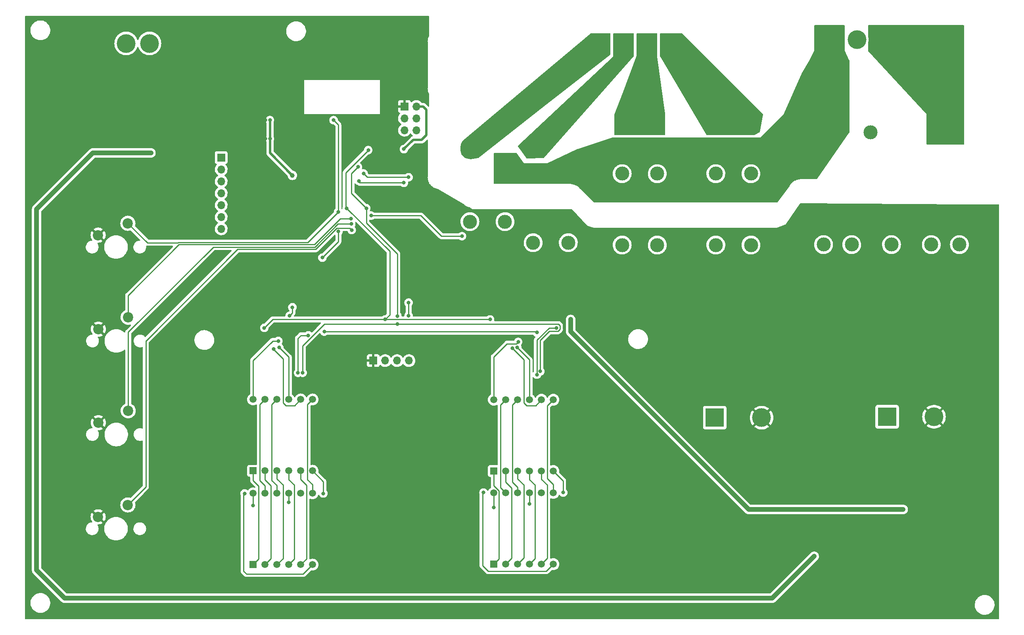
<source format=gbr>
%TF.GenerationSoftware,KiCad,Pcbnew,(6.0.9)*%
%TF.CreationDate,2022-12-30T23:11:10-05:00*%
%TF.ProjectId,reflow,7265666c-6f77-42e6-9b69-6361645f7063,rev?*%
%TF.SameCoordinates,Original*%
%TF.FileFunction,Copper,L2,Bot*%
%TF.FilePolarity,Positive*%
%FSLAX46Y46*%
G04 Gerber Fmt 4.6, Leading zero omitted, Abs format (unit mm)*
G04 Created by KiCad (PCBNEW (6.0.9)) date 2022-12-30 23:11:10*
%MOMM*%
%LPD*%
G01*
G04 APERTURE LIST*
%TA.AperFunction,ComponentPad*%
%ADD10C,4.000000*%
%TD*%
%TA.AperFunction,ComponentPad*%
%ADD11R,1.700000X1.700000*%
%TD*%
%TA.AperFunction,ComponentPad*%
%ADD12O,1.700000X1.700000*%
%TD*%
%TA.AperFunction,ComponentPad*%
%ADD13R,1.500000X1.500000*%
%TD*%
%TA.AperFunction,ComponentPad*%
%ADD14C,1.500000*%
%TD*%
%TA.AperFunction,ComponentPad*%
%ADD15C,3.000000*%
%TD*%
%TA.AperFunction,ComponentPad*%
%ADD16R,4.000000X4.000000*%
%TD*%
%TA.AperFunction,ComponentPad*%
%ADD17C,2.200000*%
%TD*%
%TA.AperFunction,ViaPad*%
%ADD18C,1.000000*%
%TD*%
%TA.AperFunction,ViaPad*%
%ADD19C,0.800000*%
%TD*%
%TA.AperFunction,Conductor*%
%ADD20C,1.000000*%
%TD*%
%TA.AperFunction,Conductor*%
%ADD21C,0.250000*%
%TD*%
%TA.AperFunction,Conductor*%
%ADD22C,0.500000*%
%TD*%
G04 APERTURE END LIST*
D10*
%TO.P,J2,7,Pin_7*%
%TO.N,120VAC H*%
X211100000Y-28600000D03*
%TO.P,J2,6,Pin_6*%
%TO.N,Earth*%
X216100000Y-28600000D03*
%TO.P,J2,4,Pin_4*%
%TO.N,120VAC N*%
X221100000Y-28600000D03*
%TO.P,J2,3,Pin_3*%
X226100000Y-28600000D03*
%TO.P,J2,2,Pin_2*%
X231100000Y-28600000D03*
%TO.P,J2,1,Pin_1*%
X236100000Y-28600000D03*
%TD*%
D11*
%TO.P,J6,1,Pin_1*%
%TO.N,/IO/IOX_00*%
X80400000Y-53800000D03*
D12*
%TO.P,J6,2,Pin_2*%
%TO.N,/IO/IOX_01*%
X80400000Y-56340000D03*
%TO.P,J6,3,Pin_3*%
%TO.N,/IO/IOX_02*%
X80400000Y-58880000D03*
%TO.P,J6,4,Pin_4*%
%TO.N,/IO/IOX_03*%
X80400000Y-61420000D03*
%TO.P,J6,5,Pin_5*%
%TO.N,/IO/IOX_04*%
X80400000Y-63960000D03*
%TO.P,J6,6,Pin_6*%
%TO.N,/IO/IOX_05*%
X80400000Y-66500000D03*
%TO.P,J6,7,Pin_7*%
%TO.N,/IO/IOX_06*%
X80400000Y-69040000D03*
%TD*%
D13*
%TO.P,U9,1,e*%
%TO.N,/DISPLAY/DISP_DVR1_E*%
X87200000Y-120742500D03*
D14*
%TO.P,U9,2,d*%
%TO.N,/DISPLAY/DISP_DVR1_D*%
X89740000Y-120742500D03*
%TO.P,U9,3,DPX*%
%TO.N,/DISPLAY/DISP_DVR1_DP*%
X92280000Y-120742500D03*
%TO.P,U9,4,c*%
%TO.N,/DISPLAY/DISP_DVR1_C*%
X94820000Y-120742500D03*
%TO.P,U9,5,g*%
%TO.N,/DISPLAY/DISP_DVR1_G*%
X97360000Y-120742500D03*
%TO.P,U9,6,CC4*%
%TO.N,/DISPLAY/DISP_DVR1_3*%
X99900000Y-120742500D03*
%TO.P,U9,7,b*%
%TO.N,/DISPLAY/DISP_DVR1_B*%
X99900000Y-105502500D03*
%TO.P,U9,8,CC3*%
%TO.N,/DISPLAY/DISP_DVR1_2*%
X97360000Y-105502500D03*
%TO.P,U9,9,CC2*%
%TO.N,/DISPLAY/DISP_DVR1_1*%
X94820000Y-105502500D03*
%TO.P,U9,10,f*%
%TO.N,/DISPLAY/DISP_DVR1_F*%
X92280000Y-105502500D03*
%TO.P,U9,11,a*%
%TO.N,/DISPLAY/DISP_DVR1_A*%
X89740000Y-105502500D03*
%TO.P,U9,12,CC1*%
%TO.N,/DISPLAY/DISP_DVR1_0*%
X87200000Y-105502500D03*
%TD*%
D13*
%TO.P,U10,1,e*%
%TO.N,/DISPLAY/DISP_DVR1_E*%
X87200000Y-140800000D03*
D14*
%TO.P,U10,2,d*%
%TO.N,/DISPLAY/DISP_DVR1_D*%
X89740000Y-140800000D03*
%TO.P,U10,3,DPX*%
%TO.N,/DISPLAY/DISP_DVR1_DP*%
X92280000Y-140800000D03*
%TO.P,U10,4,c*%
%TO.N,/DISPLAY/DISP_DVR1_C*%
X94820000Y-140800000D03*
%TO.P,U10,5,g*%
%TO.N,/DISPLAY/DISP_DVR1_G*%
X97360000Y-140800000D03*
%TO.P,U10,6,CC4*%
%TO.N,/DISPLAY/DISP_DVR1_7*%
X99900000Y-140800000D03*
%TO.P,U10,7,b*%
%TO.N,/DISPLAY/DISP_DVR1_B*%
X99900000Y-125560000D03*
%TO.P,U10,8,CC3*%
%TO.N,/DISPLAY/DISP_DVR1_6*%
X97360000Y-125560000D03*
%TO.P,U10,9,CC2*%
%TO.N,/DISPLAY/DISP_DVR1_5*%
X94820000Y-125560000D03*
%TO.P,U10,10,f*%
%TO.N,/DISPLAY/DISP_DVR1_F*%
X92280000Y-125560000D03*
%TO.P,U10,11,a*%
%TO.N,/DISPLAY/DISP_DVR1_A*%
X89740000Y-125560000D03*
%TO.P,U10,12,CC1*%
%TO.N,/DISPLAY/DISP_DVR1_4*%
X87200000Y-125560000D03*
%TD*%
D10*
%TO.P,J3,1,Pin_1*%
%TO.N,THERMO -*%
X60100000Y-29400000D03*
%TO.P,J3,2,Pin_2*%
%TO.N,THERMO +*%
X65100000Y-29400000D03*
%TD*%
D15*
%TO.P,K2,1*%
%TO.N,/HTR2_C*%
X166000000Y-72500000D03*
%TO.P,K2,3*%
%TO.N,unconnected-(K2-Pad3)*%
X166000000Y-57250000D03*
%TO.P,K2,4*%
%TO.N,120VAC H*%
X166000000Y-52250000D03*
%TO.P,K2,5*%
%TO.N,HTR2_H*%
X166000000Y-47250000D03*
%TO.P,K2,8*%
X173500000Y-47250000D03*
%TO.P,K2,9*%
%TO.N,120VAC H*%
X173500000Y-52250000D03*
%TO.P,K2,10*%
%TO.N,unconnected-(K2-Pad10)*%
X173500000Y-57250000D03*
%TO.P,K2,12*%
%TO.N,+12V*%
X173500000Y-72500000D03*
%TD*%
D16*
%TO.P,C7,1*%
%TO.N,/POWER/10.94VDC*%
X222569501Y-109200000D03*
D10*
%TO.P,C7,2*%
%TO.N,GND*%
X232569501Y-109200000D03*
%TD*%
D17*
%TO.P,SW1,1,1*%
%TO.N,/IO/UP*%
X60540000Y-87920000D03*
%TO.P,SW1,2,2*%
%TO.N,GND*%
X54190000Y-90460000D03*
%TD*%
D15*
%TO.P,K4,1*%
%TO.N,120VAC H*%
X141000000Y-54750000D03*
%TO.P,K4,2*%
%TO.N,+12V*%
X141000000Y-67500000D03*
%TO.P,K4,6*%
%TO.N,/FAN_C*%
X133500000Y-67500000D03*
%TO.P,K4,7*%
%TO.N,FAN_H*%
X133500000Y-52000000D03*
%TD*%
D11*
%TO.P,J1,1,Pin_1*%
%TO.N,GND*%
X112860000Y-97200000D03*
D12*
%TO.P,J1,2,Pin_2*%
%TO.N,ESP_I2C_SDA*%
X115400000Y-97200000D03*
%TO.P,J1,3,Pin_3*%
%TO.N,ESP_I2C_SCL*%
X117940000Y-97200000D03*
%TO.P,J1,4,Pin_4*%
%TO.N,+3V3*%
X120480000Y-97200000D03*
%TD*%
D15*
%TO.P,K3,7*%
%TO.N,HTR3_H*%
X147000000Y-52000000D03*
%TO.P,K3,2*%
%TO.N,+12V*%
X154500000Y-72000000D03*
%TO.P,K3,6*%
%TO.N,/HTR3_C*%
X147000000Y-72000000D03*
%TO.P,K3,1*%
%TO.N,120VAC H*%
X154500000Y-55500000D03*
%TD*%
D17*
%TO.P,SW2,1,1*%
%TO.N,/IO/DWN*%
X60540000Y-107920000D03*
%TO.P,SW2,2,2*%
%TO.N,GND*%
X54190000Y-110460000D03*
%TD*%
D11*
%TO.P,J5,1,Pin_1*%
%TO.N,GND*%
X119525000Y-42875000D03*
D12*
%TO.P,J5,2,Pin_2*%
%TO.N,+3V3*%
X122065000Y-42875000D03*
%TO.P,J5,3,Pin_3*%
%TO.N,RST*%
X119525000Y-45415000D03*
%TO.P,J5,4,Pin_4*%
%TO.N,ESP_TX*%
X122065000Y-45415000D03*
%TO.P,J5,5,Pin_5*%
%TO.N,ESP_IO_0*%
X119525000Y-47955000D03*
%TO.P,J5,6,Pin_6*%
%TO.N,ESP_RX*%
X122065000Y-47955000D03*
%TD*%
D13*
%TO.P,U12,1,e*%
%TO.N,/DISPLAY/DISP_DVR2_E*%
X138600000Y-140700000D03*
D14*
%TO.P,U12,2,d*%
%TO.N,/DISPLAY/DISP_DVR2_D*%
X141140000Y-140700000D03*
%TO.P,U12,3,DPX*%
%TO.N,/DISPLAY/DISP_DVR2_DP*%
X143680000Y-140700000D03*
%TO.P,U12,4,c*%
%TO.N,/DISPLAY/DISP_DVR2_C*%
X146220000Y-140700000D03*
%TO.P,U12,5,g*%
%TO.N,/DISPLAY/DISP_DVR2_G*%
X148760000Y-140700000D03*
%TO.P,U12,6,CC4*%
%TO.N,/DISPLAY/DISP_DVR2_7*%
X151300000Y-140700000D03*
%TO.P,U12,7,b*%
%TO.N,/DISPLAY/DISP_DVR2_B*%
X151300000Y-125460000D03*
%TO.P,U12,8,CC3*%
%TO.N,/DISPLAY/DISP_DVR2_6*%
X148760000Y-125460000D03*
%TO.P,U12,9,CC2*%
%TO.N,/DISPLAY/DISP_DVR2_5*%
X146220000Y-125460000D03*
%TO.P,U12,10,f*%
%TO.N,/DISPLAY/DISP_DVR2_F*%
X143680000Y-125460000D03*
%TO.P,U12,11,a*%
%TO.N,/DISPLAY/DISP_DVR2_A*%
X141140000Y-125460000D03*
%TO.P,U12,12,CC1*%
%TO.N,/DISPLAY/DISP_DVR2_4*%
X138600000Y-125460000D03*
%TD*%
D15*
%TO.P,K1,1*%
%TO.N,/HTR1_C*%
X186000000Y-72500000D03*
%TO.P,K1,3*%
%TO.N,unconnected-(K1-Pad3)*%
X186000000Y-57250000D03*
%TO.P,K1,4*%
%TO.N,120VAC H*%
X186000000Y-52250000D03*
%TO.P,K1,5*%
%TO.N,HTR1_H*%
X186000000Y-47250000D03*
%TO.P,K1,8*%
X193500000Y-47250000D03*
%TO.P,K1,9*%
%TO.N,120VAC H*%
X193500000Y-52250000D03*
%TO.P,K1,10*%
%TO.N,unconnected-(K1-Pad10)*%
X193500000Y-57250000D03*
%TO.P,K1,12*%
%TO.N,+12V*%
X193500000Y-72500000D03*
%TD*%
D16*
%TO.P,C6,1*%
%TO.N,/POWER/16.33VDC*%
X185769501Y-109400000D03*
D10*
%TO.P,C6,2*%
%TO.N,GND*%
X195769501Y-109400000D03*
%TD*%
D17*
%TO.P,SW4,2,2*%
%TO.N,RST*%
X60480000Y-67840000D03*
%TO.P,SW4,1,1*%
%TO.N,GND*%
X54130000Y-70380000D03*
%TD*%
D13*
%TO.P,U11,1,e*%
%TO.N,/DISPLAY/DISP_DVR2_E*%
X138600000Y-120800000D03*
D14*
%TO.P,U11,2,d*%
%TO.N,/DISPLAY/DISP_DVR2_D*%
X141140000Y-120800000D03*
%TO.P,U11,3,DPX*%
%TO.N,/DISPLAY/DISP_DVR2_DP*%
X143680000Y-120800000D03*
%TO.P,U11,4,c*%
%TO.N,/DISPLAY/DISP_DVR2_C*%
X146220000Y-120800000D03*
%TO.P,U11,5,g*%
%TO.N,/DISPLAY/DISP_DVR2_G*%
X148760000Y-120800000D03*
%TO.P,U11,6,CC4*%
%TO.N,/DISPLAY/DISP_DVR2_3*%
X151300000Y-120800000D03*
%TO.P,U11,7,b*%
%TO.N,/DISPLAY/DISP_DVR2_B*%
X151300000Y-105560000D03*
%TO.P,U11,8,CC3*%
%TO.N,/DISPLAY/DISP_DVR2_2*%
X148760000Y-105560000D03*
%TO.P,U11,9,CC2*%
%TO.N,/DISPLAY/DISP_DVR2_1*%
X146220000Y-105560000D03*
%TO.P,U11,10,f*%
%TO.N,/DISPLAY/DISP_DVR2_F*%
X143680000Y-105560000D03*
%TO.P,U11,11,a*%
%TO.N,/DISPLAY/DISP_DVR2_A*%
X141140000Y-105560000D03*
%TO.P,U11,12,CC1*%
%TO.N,/DISPLAY/DISP_DVR2_0*%
X138600000Y-105560000D03*
%TD*%
D15*
%TO.P,TRE1,0*%
%TO.N,N/C*%
X219000000Y-48400000D03*
%TO.P,TRE1,3*%
%TO.N,120VAC N*%
X235000000Y-48400000D03*
%TO.P,TRE1,4*%
%TO.N,120VAC H*%
X210500000Y-48400000D03*
%TO.P,TRE1,5*%
%TO.N,16.33 N*%
X209000000Y-72400000D03*
%TO.P,TRE1,7*%
%TO.N,16.33VAC H*%
X215000000Y-72400000D03*
%TO.P,TRE1,8*%
%TO.N,10.94VAC H*%
X223500000Y-72400000D03*
%TO.P,TRE1,9*%
%TO.N,unconnected-(TRE1-Pad9)*%
X232000000Y-72400000D03*
%TO.P,TRE1,10*%
%TO.N,10.94VAC N*%
X238000000Y-72400000D03*
%TD*%
D17*
%TO.P,SW3,1,1*%
%TO.N,/IO/ENT*%
X60480000Y-128040000D03*
%TO.P,SW3,2,2*%
%TO.N,GND*%
X54130000Y-130580000D03*
%TD*%
D10*
%TO.P,J4,1,Pin_1*%
%TO.N,FAN_H*%
X161300000Y-29400000D03*
%TO.P,J4,2,Pin_2*%
%TO.N,HTR3_H*%
X166300000Y-29400000D03*
%TO.P,J4,3,Pin_3*%
%TO.N,HTR2_H*%
X171300000Y-29400000D03*
%TO.P,J4,4,Pin_4*%
%TO.N,HTR1_H*%
X176300000Y-29400000D03*
%TD*%
D18*
%TO.N,GND*%
X132400000Y-72400000D03*
X164600000Y-78200000D03*
D19*
%TO.N,DISP_IRQ*%
X147800000Y-91200000D03*
%TO.N,ESP_I2C_SDA*%
X137800000Y-88400000D03*
%TO.N,GND*%
X98800000Y-70524500D03*
X99400000Y-65400000D03*
%TO.N,+3.3VA*%
X65400000Y-52800000D03*
%TO.N,GND*%
X77800000Y-45800000D03*
X76800000Y-25800000D03*
X75800000Y-25800000D03*
X74800000Y-25800000D03*
X73800000Y-25800000D03*
X72800000Y-25800000D03*
X71800000Y-25800000D03*
X70800000Y-25800000D03*
X69800000Y-25800000D03*
X68800000Y-25800000D03*
X67800000Y-25800000D03*
X66800000Y-25800000D03*
X65800000Y-25800000D03*
X64800000Y-25800000D03*
X63800000Y-25800000D03*
X62800000Y-25800000D03*
X61800000Y-25800000D03*
X60800000Y-25800000D03*
X59800000Y-25800000D03*
X58800000Y-25800000D03*
X57800000Y-25800000D03*
X56800000Y-25800000D03*
X55800000Y-25800000D03*
X54800000Y-25800000D03*
X53800000Y-25800000D03*
X52800000Y-25800000D03*
X51800000Y-25800000D03*
X50800000Y-25800000D03*
X49800000Y-25800000D03*
X48800000Y-25800000D03*
X48800000Y-26800000D03*
X48800000Y-27800000D03*
X48800000Y-28800000D03*
X48800000Y-29800000D03*
X48800000Y-30800000D03*
X48800000Y-31800000D03*
X48800000Y-32800000D03*
X48800000Y-33800000D03*
X48800000Y-34800000D03*
X48800000Y-35800000D03*
X48800000Y-36800000D03*
X48800000Y-37800000D03*
X48800000Y-38800000D03*
X48800000Y-39800000D03*
X48800000Y-40800000D03*
X48800000Y-41800000D03*
X48800000Y-42800000D03*
X48800000Y-43800000D03*
X48800000Y-44800000D03*
X48800000Y-45800000D03*
X48800000Y-46800000D03*
X48800000Y-47800000D03*
X48800000Y-48800000D03*
X48800000Y-49800000D03*
X49800000Y-49800000D03*
X50800000Y-49800000D03*
X51800000Y-49800000D03*
X52800000Y-49800000D03*
X53800000Y-49800000D03*
X54800000Y-49800000D03*
X55800000Y-49800000D03*
X56800000Y-49800000D03*
X57800000Y-49800000D03*
X58800000Y-49800000D03*
X59800000Y-49800000D03*
X60800000Y-49800000D03*
X61800000Y-49800000D03*
X62800000Y-49800000D03*
X63800000Y-49800000D03*
X66800000Y-49800000D03*
X67800000Y-49800000D03*
X68800000Y-49800000D03*
X69800000Y-49800000D03*
X70800000Y-49800000D03*
X71800000Y-49800000D03*
X72800000Y-49800000D03*
X73800000Y-49800000D03*
X74800000Y-49800000D03*
X75800000Y-49800000D03*
X76800000Y-49800000D03*
X77800000Y-49800000D03*
X78800000Y-49800000D03*
X79800000Y-49800000D03*
X80800000Y-49800000D03*
X81800000Y-49800000D03*
X82800000Y-49800000D03*
X83800000Y-49800000D03*
X84800000Y-49800000D03*
X85800000Y-49800000D03*
X86800000Y-49800000D03*
X87800000Y-49800000D03*
X88800000Y-49800000D03*
X89800000Y-49800000D03*
X78800000Y-45800000D03*
X79800000Y-45800000D03*
X80800000Y-45800000D03*
X81800000Y-45800000D03*
X82800000Y-45800000D03*
X83800000Y-45800000D03*
X84800000Y-45800000D03*
X85800000Y-45800000D03*
X86800000Y-45800000D03*
X87800000Y-45800000D03*
X88800000Y-45800000D03*
X89800000Y-45800000D03*
X77800000Y-44800000D03*
X77800000Y-43800000D03*
X77800000Y-42800000D03*
X77800000Y-41800000D03*
X77800000Y-40800000D03*
X77800000Y-39800000D03*
X77800000Y-38800000D03*
X77800000Y-37800000D03*
X77800000Y-36800000D03*
X77800000Y-35800000D03*
X77800000Y-34800000D03*
X77800000Y-33800000D03*
X77800000Y-32800000D03*
X77800000Y-31800000D03*
X77800000Y-30800000D03*
X77800000Y-29800000D03*
X77800000Y-28800000D03*
X77800000Y-27800000D03*
X77800000Y-26800000D03*
X77800000Y-25800000D03*
D18*
X145400000Y-77000000D03*
X185850000Y-84950000D03*
X141512500Y-87287500D03*
X211400000Y-85200000D03*
D19*
%TO.N,/DISPLAY/DISP_DVR1_7*%
X85400000Y-125600000D03*
%TO.N,/DISPLAY/DISP_DVR1_3*%
X102200000Y-125600000D03*
%TO.N,/DISPLAY/DISP_DVR1_4*%
X87200000Y-128200000D03*
%TO.N,/DISPLAY/DISP_DVR1_5*%
X94820000Y-127524500D03*
%TO.N,/DISPLAY/DISP_DVR1_0*%
X92600000Y-93000000D03*
%TO.N,/DISPLAY/DISP_DVR1_1*%
X92800000Y-94400000D03*
%TO.N,/DISPLAY/DISP_DVR1_2*%
X91600000Y-94758000D03*
%TO.N,/DISPLAY/DISP_DVR2_7*%
X136400000Y-125400000D03*
%TO.N,/DISPLAY/DISP_DVR2_0*%
X143800000Y-93200000D03*
%TO.N,/DISPLAY/DISP_DVR2_1*%
X143600000Y-94400000D03*
%TO.N,/DISPLAY/DISP_DVR2_2*%
X142542595Y-94586660D03*
%TO.N,/DISPLAY/DISP_DVR2_3*%
X153400000Y-125400000D03*
%TO.N,/DISPLAY/DISP_DVR2_4*%
X138600000Y-128600000D03*
%TO.N,/DISPLAY/DISP_DVR2_5*%
X146220000Y-127820000D03*
%TO.N,/DISPLAY/DISP_DVR2_BR*%
X147800000Y-100200000D03*
%TO.N,/DISPLAY/DISP_DVR1_BR*%
X96800000Y-99800000D03*
%TO.N,GND*%
X116800000Y-61200000D03*
%TO.N,+3V3*%
X119400000Y-52000000D03*
%TO.N,ESP_I2C_SCL*%
X118000000Y-87649500D03*
%TO.N,GND*%
X112800000Y-86800000D03*
%TO.N,HTR1_G*%
X109800000Y-58800000D03*
X119400000Y-59200000D03*
%TO.N,HTR2_G*%
X110800000Y-57200000D03*
X120400000Y-58000000D03*
%TO.N,GND*%
X112800000Y-64800000D03*
X113800000Y-62200000D03*
D18*
%TO.N,+3V3*%
X95600000Y-57600000D03*
X155000000Y-88400000D03*
D19*
X90800000Y-45800000D03*
X90800000Y-49800000D03*
%TO.N,/IO/ENT*%
X108255861Y-69278848D03*
%TO.N,/IO/DWN*%
X108161876Y-67989003D03*
%TO.N,/IO/UP*%
X108111139Y-66888861D03*
D18*
%TO.N,+3V3*%
X226000000Y-129000000D03*
%TO.N,+3.3VA*%
X207000000Y-139000000D03*
D19*
%TO.N,ESP_I2C_SCL*%
X111375500Y-64624500D03*
X109600000Y-55800000D03*
%TO.N,ESP_I2C_SDA*%
X111800000Y-52200000D03*
X107200000Y-64624500D03*
%TO.N,RST*%
X104400000Y-45800000D03*
X105400000Y-65400000D03*
%TO.N,FAN_G*%
X131800000Y-70600000D03*
X112400000Y-66200000D03*
%TO.N,/IO/RUNNING_R*%
X102000000Y-75200000D03*
X105400000Y-69600000D03*
%TO.N,GND*%
X104400000Y-77400000D03*
X100800000Y-77400000D03*
X108000000Y-77400000D03*
X111400000Y-77400000D03*
X115000000Y-77400000D03*
%TO.N,ESP_I2C_SCL*%
X118000000Y-89400000D03*
%TO.N,ESP_I2C_SDA*%
X115400000Y-88400000D03*
%TO.N,+3V3*%
X120400000Y-84800000D03*
X120400000Y-87600000D03*
X95000000Y-87600000D03*
X95600000Y-85800000D03*
%TO.N,ESP_I2C_SDA*%
X89600000Y-90200000D03*
%TO.N,ESP_I2C_SCL*%
X97799503Y-99800000D03*
%TO.N,DISP_IRQ*%
X102400000Y-91000000D03*
%TO.N,ESP_I2C_SCL*%
X148524500Y-99493245D03*
%TO.N,/DISPLAY/DISP_DVR2_BR*%
X152000000Y-90200000D03*
%TO.N,/DISPLAY/DISP_DVR1_BR*%
X99000000Y-91800000D03*
%TD*%
D20*
%TO.N,GND*%
X164600000Y-78200000D02*
X164600000Y-85000000D01*
X185600000Y-85200000D02*
X164400000Y-85200000D01*
X185850000Y-84950000D02*
X185600000Y-85200000D01*
X186100000Y-85200000D02*
X211400000Y-85200000D01*
X185850000Y-84950000D02*
X186100000Y-85200000D01*
D21*
%TO.N,ESP_I2C_SDA*%
X91400000Y-88400000D02*
X89600000Y-90200000D01*
X115400000Y-88400000D02*
X91400000Y-88400000D01*
X116400000Y-73824500D02*
X107200000Y-64624500D01*
X116400000Y-87400000D02*
X116400000Y-73824500D01*
X115400000Y-88400000D02*
X137800000Y-88400000D01*
X115400000Y-88400000D02*
X116400000Y-87400000D01*
%TO.N,DISP_IRQ*%
X147600000Y-91000000D02*
X147800000Y-91200000D01*
X102400000Y-91000000D02*
X147600000Y-91000000D01*
D22*
%TO.N,GND*%
X99400000Y-69924500D02*
X98800000Y-70524500D01*
X99400000Y-65400000D02*
X99400000Y-69924500D01*
D21*
%TO.N,RST*%
X71213604Y-71950000D02*
X98850000Y-71950000D01*
X71163604Y-72000000D02*
X71213604Y-71950000D01*
X98850000Y-71950000D02*
X105400000Y-65400000D01*
X64640000Y-72000000D02*
X71163604Y-72000000D01*
X60480000Y-67840000D02*
X64640000Y-72000000D01*
%TO.N,/IO/UP*%
X71400000Y-72400000D02*
X60540000Y-83260000D01*
X100301903Y-72400000D02*
X71400000Y-72400000D01*
X60540000Y-83260000D02*
X60540000Y-87920000D01*
X105813042Y-66888861D02*
X100301903Y-72400000D01*
X108111139Y-66888861D02*
X105813042Y-66888861D01*
%TO.N,/IO/DWN*%
X60540000Y-91120000D02*
X60540000Y-107920000D01*
X78710000Y-72950000D02*
X60540000Y-91120000D01*
X105349296Y-67989003D02*
X100388299Y-72950000D01*
X100388299Y-72950000D02*
X78710000Y-72950000D01*
X108161876Y-67989003D02*
X105349296Y-67989003D01*
%TO.N,/IO/ENT*%
X83905001Y-73400000D02*
X64305001Y-93000000D01*
X100574695Y-73400000D02*
X83905001Y-73400000D01*
X105099695Y-68875000D02*
X100574695Y-73400000D01*
X108255861Y-69278848D02*
X107852013Y-68875000D01*
X107852013Y-68875000D02*
X105099695Y-68875000D01*
D22*
%TO.N,GND*%
X66800000Y-49800000D02*
X63800000Y-49800000D01*
D20*
%TO.N,+3.3VA*%
X53000000Y-52800000D02*
X65400000Y-52800000D01*
X51800000Y-54000000D02*
X53000000Y-52800000D01*
X41000000Y-64800000D02*
X51800000Y-54000000D01*
X41000000Y-142000000D02*
X41000000Y-64800000D01*
D21*
%TO.N,/IO/ENT*%
X64305001Y-124214999D02*
X60480000Y-128040000D01*
X64305001Y-92954999D02*
X64305001Y-124214999D01*
D20*
%TO.N,GND*%
X132400000Y-72400000D02*
X137000000Y-77000000D01*
X137000000Y-77000000D02*
X145400000Y-77000000D01*
X164400000Y-85200000D02*
X145200000Y-85200000D01*
X145200000Y-85200000D02*
X143600000Y-85200000D01*
D22*
X145400000Y-85000000D02*
X145200000Y-85200000D01*
D20*
X145400000Y-77000000D02*
X145400000Y-85000000D01*
D22*
X164600000Y-85000000D02*
X164400000Y-85200000D01*
D20*
X143600000Y-85200000D02*
X141512500Y-87287500D01*
D21*
%TO.N,/DISPLAY/DISP_DVR1_5*%
X94820000Y-127524500D02*
X94820000Y-125560000D01*
%TO.N,/DISPLAY/DISP_DVR1_4*%
X87200000Y-128200000D02*
X87200000Y-125560000D01*
%TO.N,/DISPLAY/DISP_DVR1_7*%
X97900000Y-142800000D02*
X99900000Y-140800000D01*
X85800000Y-142800000D02*
X97900000Y-142800000D01*
X85200000Y-125800000D02*
X85200000Y-142200000D01*
X85200000Y-142200000D02*
X85800000Y-142800000D01*
X85400000Y-125600000D02*
X85200000Y-125800000D01*
%TO.N,/DISPLAY/DISP_DVR1_3*%
X102200000Y-123042500D02*
X99900000Y-120742500D01*
X102200000Y-125600000D02*
X102200000Y-123042500D01*
%TO.N,/DISPLAY/DISP_DVR1_2*%
X93600000Y-106200000D02*
X94200000Y-106800000D01*
X93600000Y-96800000D02*
X93600000Y-106200000D01*
X91600000Y-94758000D02*
X91600000Y-94800000D01*
X91600000Y-94800000D02*
X93600000Y-96800000D01*
X94200000Y-106800000D02*
X96062500Y-106800000D01*
X96062500Y-106800000D02*
X97360000Y-105502500D01*
%TO.N,/DISPLAY/DISP_DVR1_0*%
X91400000Y-93000000D02*
X87200000Y-97200000D01*
X87200000Y-97200000D02*
X87200000Y-105502500D01*
X92600000Y-93000000D02*
X91400000Y-93000000D01*
%TO.N,/DISPLAY/DISP_DVR1_1*%
X94820000Y-96420000D02*
X94820000Y-105502500D01*
X92800000Y-94400000D02*
X94820000Y-96420000D01*
%TO.N,/DISPLAY/DISP_DVR1_E*%
X88400000Y-124000000D02*
X88400000Y-139600000D01*
X87200000Y-122800000D02*
X88400000Y-124000000D01*
X88400000Y-139600000D02*
X87200000Y-140800000D01*
X87200000Y-120742500D02*
X87200000Y-122800000D01*
%TO.N,/DISPLAY/DISP_DVR1_A*%
X88665000Y-122865000D02*
X89740000Y-123940000D01*
X89740000Y-123940000D02*
X89740000Y-125560000D01*
X88665000Y-106577500D02*
X88665000Y-122865000D01*
X89740000Y-105502500D02*
X88665000Y-106577500D01*
%TO.N,/DISPLAY/DISP_DVR1_D*%
X91000000Y-139540000D02*
X89740000Y-140800000D01*
X91000000Y-123900000D02*
X91000000Y-139540000D01*
X89740000Y-120742500D02*
X89740000Y-122640000D01*
X89740000Y-122640000D02*
X91000000Y-123900000D01*
%TO.N,/DISPLAY/DISP_DVR1_C*%
X96000000Y-139620000D02*
X94820000Y-140800000D01*
X96000000Y-123800000D02*
X96000000Y-139620000D01*
X94820000Y-122620000D02*
X96000000Y-123800000D01*
X94820000Y-120742500D02*
X94820000Y-122620000D01*
%TO.N,/DISPLAY/DISP_DVR1_DP*%
X93600000Y-139480000D02*
X92280000Y-140800000D01*
X93600000Y-123800000D02*
X93600000Y-139480000D01*
X92280000Y-122480000D02*
X93600000Y-123800000D01*
X92280000Y-120742500D02*
X92280000Y-122480000D01*
%TO.N,/DISPLAY/DISP_DVR1_F*%
X91205000Y-122805000D02*
X92280000Y-123880000D01*
X92280000Y-123880000D02*
X92280000Y-125560000D01*
X92280000Y-105502500D02*
X91205000Y-106577500D01*
X91205000Y-106577500D02*
X91205000Y-122805000D01*
%TO.N,/DISPLAY/DISP_DVR1_G*%
X97360000Y-122599860D02*
X98600000Y-123839860D01*
X98600000Y-123839860D02*
X98600000Y-139560000D01*
X97360000Y-120742500D02*
X97360000Y-122599860D01*
X98600000Y-139560000D02*
X97360000Y-140800000D01*
%TO.N,/DISPLAY/DISP_DVR1_B*%
X99900000Y-123700000D02*
X99900000Y-125560000D01*
X98825000Y-106577500D02*
X98825000Y-122625000D01*
X98825000Y-122625000D02*
X99900000Y-123700000D01*
X99900000Y-105502500D02*
X98825000Y-106577500D01*
%TO.N,ESP_I2C_SCL*%
X102425305Y-89400000D02*
X121600000Y-89400000D01*
X97799503Y-94025802D02*
X102425305Y-89400000D01*
X97799503Y-99800000D02*
X97799503Y-94025802D01*
%TO.N,/DISPLAY/DISP_DVR1_BR*%
X97400000Y-91800000D02*
X99000000Y-91800000D01*
X96800000Y-92400000D02*
X97400000Y-91800000D01*
X96800000Y-99800000D02*
X96800000Y-92400000D01*
%TO.N,/DISPLAY/DISP_DVR2_7*%
X149800000Y-142200000D02*
X151300000Y-140700000D01*
X137400000Y-142200000D02*
X149800000Y-142200000D01*
X136200000Y-141000000D02*
X137400000Y-142200000D01*
X136200000Y-125600000D02*
X136200000Y-141000000D01*
X136400000Y-125400000D02*
X136200000Y-125600000D01*
%TO.N,/DISPLAY/DISP_DVR2_4*%
X138600000Y-128600000D02*
X138600000Y-125460000D01*
%TO.N,/DISPLAY/DISP_DVR2_5*%
X146220000Y-127820000D02*
X146220000Y-125460000D01*
%TO.N,/DISPLAY/DISP_DVR2_2*%
X145600000Y-106800000D02*
X147520000Y-106800000D01*
X145000000Y-106200000D02*
X145600000Y-106800000D01*
X147520000Y-106800000D02*
X148760000Y-105560000D01*
X145000000Y-97044065D02*
X145000000Y-106200000D01*
X142542595Y-94586660D02*
X145000000Y-97044065D01*
%TO.N,/DISPLAY/DISP_DVR2_0*%
X141400000Y-93600000D02*
X138600000Y-96400000D01*
X143400000Y-93600000D02*
X141400000Y-93600000D01*
X138600000Y-96400000D02*
X138600000Y-105560000D01*
X143800000Y-93200000D02*
X143400000Y-93600000D01*
%TO.N,/DISPLAY/DISP_DVR2_1*%
X143600000Y-94400000D02*
X146220000Y-97020000D01*
X146220000Y-97020000D02*
X146220000Y-105560000D01*
%TO.N,/DISPLAY/DISP_DVR2_3*%
X153400000Y-122900000D02*
X151300000Y-120800000D01*
X153400000Y-125400000D02*
X153400000Y-122900000D01*
%TO.N,/DISPLAY/DISP_DVR2_B*%
X151300000Y-123700000D02*
X151300000Y-125460000D01*
X150000000Y-106860000D02*
X150000000Y-122400000D01*
X150000000Y-122400000D02*
X151300000Y-123700000D01*
X151300000Y-105560000D02*
X150000000Y-106860000D01*
%TO.N,/DISPLAY/DISP_DVR2_C*%
X147400000Y-139520000D02*
X146220000Y-140700000D01*
X146220000Y-122620000D02*
X147400000Y-123800000D01*
X146220000Y-120800000D02*
X146220000Y-122620000D01*
X147400000Y-123800000D02*
X147400000Y-139520000D01*
%TO.N,/DISPLAY/DISP_DVR2_G*%
X150000000Y-139460000D02*
X148760000Y-140700000D01*
X148760000Y-122560000D02*
X150000000Y-123800000D01*
X150000000Y-123800000D02*
X150000000Y-139460000D01*
X148760000Y-120800000D02*
X148760000Y-122560000D01*
%TO.N,/DISPLAY/DISP_DVR2_D*%
X142400000Y-139440000D02*
X141140000Y-140700000D01*
X142400000Y-124400000D02*
X142400000Y-139440000D01*
X141140000Y-123140000D02*
X142400000Y-124400000D01*
X141140000Y-120800000D02*
X141140000Y-123140000D01*
%TO.N,/DISPLAY/DISP_DVR2_F*%
X143680000Y-124280000D02*
X143680000Y-125460000D01*
X143680000Y-105560000D02*
X142605000Y-106635000D01*
X142605000Y-106635000D02*
X142605000Y-123205000D01*
X142605000Y-123205000D02*
X143680000Y-124280000D01*
%TO.N,/DISPLAY/DISP_DVR2_E*%
X139675000Y-139625000D02*
X138600000Y-140700000D01*
X139675000Y-125014720D02*
X139675000Y-139625000D01*
X138600000Y-123939720D02*
X139675000Y-125014720D01*
X138600000Y-120800000D02*
X138600000Y-123939720D01*
%TO.N,/DISPLAY/DISP_DVR2_DP*%
X145000000Y-139380000D02*
X143680000Y-140700000D01*
X145000000Y-123800000D02*
X145000000Y-139380000D01*
X143680000Y-122480000D02*
X145000000Y-123800000D01*
X143680000Y-120800000D02*
X143680000Y-122480000D01*
%TO.N,/DISPLAY/DISP_DVR2_A*%
X140065000Y-124385000D02*
X141140000Y-125460000D01*
X140065000Y-106635000D02*
X140065000Y-124385000D01*
X141140000Y-105560000D02*
X140065000Y-106635000D01*
%TO.N,ESP_I2C_SCL*%
X152725000Y-89725000D02*
X152400000Y-89400000D01*
X152725000Y-90500305D02*
X152725000Y-89725000D01*
X152300305Y-90925000D02*
X152725000Y-90500305D01*
X152400000Y-89400000D02*
X118000000Y-89400000D01*
X150475000Y-90925000D02*
X152300305Y-90925000D01*
X148524500Y-92875500D02*
X150475000Y-90925000D01*
X148524500Y-99493245D02*
X148524500Y-92875500D01*
%TO.N,/DISPLAY/DISP_DVR2_BR*%
X150400000Y-90200000D02*
X152000000Y-90200000D01*
X147800000Y-92800000D02*
X150400000Y-90200000D01*
X147800000Y-100200000D02*
X147800000Y-92800000D01*
%TO.N,GND*%
X117325000Y-42875000D02*
X119525000Y-42875000D01*
X116800000Y-43400000D02*
X117325000Y-42875000D01*
X116800000Y-51000000D02*
X116800000Y-43400000D01*
X121400000Y-55600000D02*
X116800000Y-51000000D01*
X121400000Y-61000000D02*
X121400000Y-55600000D01*
X118625305Y-61000000D02*
X121400000Y-61000000D01*
X118425305Y-61200000D02*
X118625305Y-61000000D01*
X116800000Y-61200000D02*
X118425305Y-61200000D01*
D22*
%TO.N,+3V3*%
X123475000Y-42875000D02*
X122065000Y-42875000D01*
X124200000Y-43600000D02*
X123475000Y-42875000D01*
X121400000Y-50000000D02*
X123200000Y-50000000D01*
X119400000Y-52000000D02*
X121400000Y-50000000D01*
X124200000Y-49000000D02*
X124200000Y-43600000D01*
X123200000Y-50000000D02*
X124200000Y-49000000D01*
D21*
%TO.N,ESP_I2C_SCL*%
X118000000Y-74400000D02*
X118000000Y-87649500D01*
X111375500Y-67775500D02*
X118000000Y-74400000D01*
X111375500Y-64624500D02*
X111375500Y-67775500D01*
D22*
%TO.N,GND*%
X112800000Y-86800000D02*
X112800000Y-77400000D01*
X112800000Y-77400000D02*
X111400000Y-77400000D01*
X115000000Y-77400000D02*
X112800000Y-77400000D01*
D21*
%TO.N,+3V3*%
X120400000Y-87600000D02*
X120400000Y-84800000D01*
%TO.N,HTR1_G*%
X109800000Y-59000000D02*
X109800000Y-58800000D01*
X110000000Y-59200000D02*
X109800000Y-59000000D01*
X119400000Y-59200000D02*
X110000000Y-59200000D01*
%TO.N,HTR2_G*%
X111600000Y-58000000D02*
X110800000Y-57200000D01*
X120400000Y-58000000D02*
X111600000Y-58000000D01*
%TO.N,ESP_I2C_SCL*%
X108200000Y-61449000D02*
X111375500Y-64624500D01*
X108200000Y-57200000D02*
X108200000Y-61449000D01*
X109600000Y-55800000D02*
X108200000Y-57200000D01*
%TO.N,ESP_I2C_SDA*%
X107000000Y-57000000D02*
X107000000Y-64424500D01*
X111800000Y-52200000D02*
X107000000Y-57000000D01*
X107000000Y-64424500D02*
X107200000Y-64624500D01*
%TO.N,FAN_G*%
X123000000Y-66200000D02*
X127400000Y-70600000D01*
X127400000Y-70600000D02*
X131800000Y-70600000D01*
X112400000Y-66200000D02*
X123000000Y-66200000D01*
%TO.N,GND*%
X113800000Y-63800000D02*
X112800000Y-64800000D01*
X113800000Y-62200000D02*
X113800000Y-63800000D01*
D22*
%TO.N,+3V3*%
X90800000Y-52800000D02*
X95600000Y-57600000D01*
X90800000Y-49800000D02*
X90800000Y-52800000D01*
X90800000Y-49800000D02*
X90800000Y-45800000D01*
D20*
X155000000Y-91000000D02*
X155000000Y-88400000D01*
X193000000Y-129000000D02*
X155000000Y-91000000D01*
X226000000Y-129000000D02*
X193000000Y-129000000D01*
%TO.N,+3.3VA*%
X198000000Y-148000000D02*
X47000000Y-148000000D01*
X207000000Y-139000000D02*
X198000000Y-148000000D01*
X47000000Y-148000000D02*
X41000000Y-142000000D01*
D21*
%TO.N,RST*%
X105400000Y-46800000D02*
X104400000Y-45800000D01*
X105400000Y-65400000D02*
X105400000Y-46800000D01*
%TO.N,/IO/RUNNING_R*%
X105400000Y-71800000D02*
X102000000Y-75200000D01*
X105400000Y-69600000D02*
X105400000Y-71800000D01*
D22*
%TO.N,GND*%
X108000000Y-77400000D02*
X111400000Y-77400000D01*
X104400000Y-77400000D02*
X100800000Y-77400000D01*
X108000000Y-77400000D02*
X104400000Y-77400000D01*
D21*
%TO.N,+3V3*%
X95600000Y-87000000D02*
X95000000Y-87600000D01*
X95600000Y-85800000D02*
X95600000Y-87000000D01*
%TO.N,/DISPLAY/DISP_DVR1_BR*%
X99150500Y-91950500D02*
X99000000Y-91800000D01*
%TD*%
%TA.AperFunction,Conductor*%
%TO.N,120VAC N*%
G36*
X238942121Y-25520002D02*
G01*
X238988614Y-25573658D01*
X239000000Y-25626000D01*
X239000000Y-50874000D01*
X238979998Y-50942121D01*
X238926342Y-50988614D01*
X238874000Y-51000000D01*
X231126000Y-51000000D01*
X231057879Y-50979998D01*
X231011386Y-50926342D01*
X231000000Y-50874000D01*
X231000000Y-44500000D01*
X218533546Y-31036229D01*
X218501941Y-30972657D01*
X218500000Y-30950625D01*
X218500000Y-29351193D01*
X218506167Y-29312257D01*
X218533268Y-29228848D01*
X218534495Y-29225072D01*
X218593641Y-28915020D01*
X218613460Y-28600000D01*
X218593641Y-28284980D01*
X218534495Y-27974928D01*
X218506167Y-27887743D01*
X218500000Y-27848807D01*
X218500000Y-25626000D01*
X218520002Y-25557879D01*
X218573658Y-25511386D01*
X218626000Y-25500000D01*
X238874000Y-25500000D01*
X238942121Y-25520002D01*
G37*
%TD.AperFunction*%
%TD*%
%TA.AperFunction,Conductor*%
%TO.N,120VAC H*%
G36*
X213442121Y-25520002D02*
G01*
X213488614Y-25573658D01*
X213500000Y-25626000D01*
X213500000Y-31000000D01*
X214486698Y-32973396D01*
X214500000Y-33029745D01*
X214500000Y-48460283D01*
X214477223Y-48532538D01*
X207593659Y-58366202D01*
X207538210Y-58410537D01*
X207489722Y-58419941D01*
X204000000Y-58400000D01*
X203800902Y-58474662D01*
X203741384Y-58496981D01*
X203704752Y-58504774D01*
X203704451Y-58504792D01*
X203697081Y-58505238D01*
X203398579Y-58559941D01*
X203394947Y-58561073D01*
X203394946Y-58561073D01*
X203270025Y-58600000D01*
X203108848Y-58650225D01*
X203105378Y-58651787D01*
X203105372Y-58651789D01*
X202998548Y-58699867D01*
X202832111Y-58774774D01*
X202828854Y-58776743D01*
X202828850Y-58776745D01*
X202575665Y-58929801D01*
X202572405Y-58931772D01*
X202572354Y-58931688D01*
X202547399Y-58944725D01*
X202400000Y-59000000D01*
X202389118Y-59014963D01*
X202265958Y-59184308D01*
X202253152Y-59199293D01*
X202118929Y-59333516D01*
X201931772Y-59572405D01*
X201774774Y-59832111D01*
X201747558Y-59892584D01*
X201734559Y-59914982D01*
X199237738Y-63348110D01*
X199181495Y-63391437D01*
X199135837Y-63400000D01*
X160051124Y-63400000D01*
X159983003Y-63379998D01*
X159963329Y-63364377D01*
X159567280Y-62979643D01*
X157007422Y-60492924D01*
X156996036Y-60480259D01*
X156881071Y-60333516D01*
X156666484Y-60118929D01*
X156427595Y-59931772D01*
X156250094Y-59824469D01*
X156171150Y-59776745D01*
X156171146Y-59776743D01*
X156167889Y-59774774D01*
X156029520Y-59712499D01*
X155894628Y-59651789D01*
X155894622Y-59651787D01*
X155891152Y-59650225D01*
X155651897Y-59575670D01*
X155605054Y-59561073D01*
X155605053Y-59561073D01*
X155601421Y-59559941D01*
X155302919Y-59505238D01*
X155299128Y-59505009D01*
X155299122Y-59505008D01*
X155232051Y-59500952D01*
X155223461Y-59500432D01*
X155174719Y-59487360D01*
X155000000Y-59400000D01*
X138726000Y-59400000D01*
X138657879Y-59379998D01*
X138611386Y-59326342D01*
X138600000Y-59274000D01*
X138600000Y-57228918D01*
X163986917Y-57228918D01*
X164002682Y-57502320D01*
X164003507Y-57506525D01*
X164003508Y-57506533D01*
X164014127Y-57560657D01*
X164055405Y-57771053D01*
X164056792Y-57775103D01*
X164056793Y-57775108D01*
X164077605Y-57835895D01*
X164144112Y-58030144D01*
X164267160Y-58274799D01*
X164269586Y-58278328D01*
X164269589Y-58278334D01*
X164416095Y-58491500D01*
X164422274Y-58500490D01*
X164425161Y-58503663D01*
X164425162Y-58503664D01*
X164429762Y-58508719D01*
X164606582Y-58703043D01*
X164816675Y-58878707D01*
X164820316Y-58880991D01*
X165045024Y-59021951D01*
X165045028Y-59021953D01*
X165048664Y-59024234D01*
X165116544Y-59054883D01*
X165294345Y-59135164D01*
X165294349Y-59135166D01*
X165298257Y-59136930D01*
X165302377Y-59138150D01*
X165302376Y-59138150D01*
X165556723Y-59213491D01*
X165556727Y-59213492D01*
X165560836Y-59214709D01*
X165565070Y-59215357D01*
X165565075Y-59215358D01*
X165827298Y-59255483D01*
X165827300Y-59255483D01*
X165831540Y-59256132D01*
X165970912Y-59258322D01*
X166101071Y-59260367D01*
X166101077Y-59260367D01*
X166105362Y-59260434D01*
X166377235Y-59227534D01*
X166642127Y-59158041D01*
X166646087Y-59156401D01*
X166646092Y-59156399D01*
X166768631Y-59105641D01*
X166895136Y-59053241D01*
X167080839Y-58944725D01*
X167127879Y-58917237D01*
X167127880Y-58917236D01*
X167131582Y-58915073D01*
X167347089Y-58746094D01*
X167388809Y-58703043D01*
X167534686Y-58552509D01*
X167537669Y-58549431D01*
X167540202Y-58545983D01*
X167540206Y-58545978D01*
X167697257Y-58332178D01*
X167699795Y-58328723D01*
X167727154Y-58278334D01*
X167828418Y-58091830D01*
X167828419Y-58091828D01*
X167830468Y-58088054D01*
X167927269Y-57831877D01*
X167988407Y-57564933D01*
X168012751Y-57292161D01*
X168013193Y-57250000D01*
X168011756Y-57228918D01*
X171486917Y-57228918D01*
X171502682Y-57502320D01*
X171503507Y-57506525D01*
X171503508Y-57506533D01*
X171514127Y-57560657D01*
X171555405Y-57771053D01*
X171556792Y-57775103D01*
X171556793Y-57775108D01*
X171577605Y-57835895D01*
X171644112Y-58030144D01*
X171767160Y-58274799D01*
X171769586Y-58278328D01*
X171769589Y-58278334D01*
X171916095Y-58491500D01*
X171922274Y-58500490D01*
X171925161Y-58503663D01*
X171925162Y-58503664D01*
X171929762Y-58508719D01*
X172106582Y-58703043D01*
X172316675Y-58878707D01*
X172320316Y-58880991D01*
X172545024Y-59021951D01*
X172545028Y-59021953D01*
X172548664Y-59024234D01*
X172616544Y-59054883D01*
X172794345Y-59135164D01*
X172794349Y-59135166D01*
X172798257Y-59136930D01*
X172802377Y-59138150D01*
X172802376Y-59138150D01*
X173056723Y-59213491D01*
X173056727Y-59213492D01*
X173060836Y-59214709D01*
X173065070Y-59215357D01*
X173065075Y-59215358D01*
X173327298Y-59255483D01*
X173327300Y-59255483D01*
X173331540Y-59256132D01*
X173470912Y-59258322D01*
X173601071Y-59260367D01*
X173601077Y-59260367D01*
X173605362Y-59260434D01*
X173877235Y-59227534D01*
X174142127Y-59158041D01*
X174146087Y-59156401D01*
X174146092Y-59156399D01*
X174268631Y-59105641D01*
X174395136Y-59053241D01*
X174580839Y-58944725D01*
X174627879Y-58917237D01*
X174627880Y-58917236D01*
X174631582Y-58915073D01*
X174847089Y-58746094D01*
X174888809Y-58703043D01*
X175034686Y-58552509D01*
X175037669Y-58549431D01*
X175040202Y-58545983D01*
X175040206Y-58545978D01*
X175197257Y-58332178D01*
X175199795Y-58328723D01*
X175227154Y-58278334D01*
X175328418Y-58091830D01*
X175328419Y-58091828D01*
X175330468Y-58088054D01*
X175427269Y-57831877D01*
X175488407Y-57564933D01*
X175512751Y-57292161D01*
X175513193Y-57250000D01*
X175511756Y-57228918D01*
X183986917Y-57228918D01*
X184002682Y-57502320D01*
X184003507Y-57506525D01*
X184003508Y-57506533D01*
X184014127Y-57560657D01*
X184055405Y-57771053D01*
X184056792Y-57775103D01*
X184056793Y-57775108D01*
X184077605Y-57835895D01*
X184144112Y-58030144D01*
X184267160Y-58274799D01*
X184269586Y-58278328D01*
X184269589Y-58278334D01*
X184416095Y-58491500D01*
X184422274Y-58500490D01*
X184425161Y-58503663D01*
X184425162Y-58503664D01*
X184429762Y-58508719D01*
X184606582Y-58703043D01*
X184816675Y-58878707D01*
X184820316Y-58880991D01*
X185045024Y-59021951D01*
X185045028Y-59021953D01*
X185048664Y-59024234D01*
X185116544Y-59054883D01*
X185294345Y-59135164D01*
X185294349Y-59135166D01*
X185298257Y-59136930D01*
X185302377Y-59138150D01*
X185302376Y-59138150D01*
X185556723Y-59213491D01*
X185556727Y-59213492D01*
X185560836Y-59214709D01*
X185565070Y-59215357D01*
X185565075Y-59215358D01*
X185827298Y-59255483D01*
X185827300Y-59255483D01*
X185831540Y-59256132D01*
X185970912Y-59258322D01*
X186101071Y-59260367D01*
X186101077Y-59260367D01*
X186105362Y-59260434D01*
X186377235Y-59227534D01*
X186642127Y-59158041D01*
X186646087Y-59156401D01*
X186646092Y-59156399D01*
X186768631Y-59105641D01*
X186895136Y-59053241D01*
X187080839Y-58944725D01*
X187127879Y-58917237D01*
X187127880Y-58917236D01*
X187131582Y-58915073D01*
X187347089Y-58746094D01*
X187388809Y-58703043D01*
X187534686Y-58552509D01*
X187537669Y-58549431D01*
X187540202Y-58545983D01*
X187540206Y-58545978D01*
X187697257Y-58332178D01*
X187699795Y-58328723D01*
X187727154Y-58278334D01*
X187828418Y-58091830D01*
X187828419Y-58091828D01*
X187830468Y-58088054D01*
X187927269Y-57831877D01*
X187988407Y-57564933D01*
X188012751Y-57292161D01*
X188013193Y-57250000D01*
X188011756Y-57228918D01*
X191486917Y-57228918D01*
X191502682Y-57502320D01*
X191503507Y-57506525D01*
X191503508Y-57506533D01*
X191514127Y-57560657D01*
X191555405Y-57771053D01*
X191556792Y-57775103D01*
X191556793Y-57775108D01*
X191577605Y-57835895D01*
X191644112Y-58030144D01*
X191767160Y-58274799D01*
X191769586Y-58278328D01*
X191769589Y-58278334D01*
X191916095Y-58491500D01*
X191922274Y-58500490D01*
X191925161Y-58503663D01*
X191925162Y-58503664D01*
X191929762Y-58508719D01*
X192106582Y-58703043D01*
X192316675Y-58878707D01*
X192320316Y-58880991D01*
X192545024Y-59021951D01*
X192545028Y-59021953D01*
X192548664Y-59024234D01*
X192616544Y-59054883D01*
X192794345Y-59135164D01*
X192794349Y-59135166D01*
X192798257Y-59136930D01*
X192802377Y-59138150D01*
X192802376Y-59138150D01*
X193056723Y-59213491D01*
X193056727Y-59213492D01*
X193060836Y-59214709D01*
X193065070Y-59215357D01*
X193065075Y-59215358D01*
X193327298Y-59255483D01*
X193327300Y-59255483D01*
X193331540Y-59256132D01*
X193470912Y-59258322D01*
X193601071Y-59260367D01*
X193601077Y-59260367D01*
X193605362Y-59260434D01*
X193877235Y-59227534D01*
X194142127Y-59158041D01*
X194146087Y-59156401D01*
X194146092Y-59156399D01*
X194268631Y-59105641D01*
X194395136Y-59053241D01*
X194580839Y-58944725D01*
X194627879Y-58917237D01*
X194627880Y-58917236D01*
X194631582Y-58915073D01*
X194847089Y-58746094D01*
X194888809Y-58703043D01*
X195034686Y-58552509D01*
X195037669Y-58549431D01*
X195040202Y-58545983D01*
X195040206Y-58545978D01*
X195197257Y-58332178D01*
X195199795Y-58328723D01*
X195227154Y-58278334D01*
X195328418Y-58091830D01*
X195328419Y-58091828D01*
X195330468Y-58088054D01*
X195427269Y-57831877D01*
X195488407Y-57564933D01*
X195512751Y-57292161D01*
X195513193Y-57250000D01*
X195494567Y-56976778D01*
X195439032Y-56708612D01*
X195347617Y-56450465D01*
X195222013Y-56207112D01*
X195212040Y-56192921D01*
X195067008Y-55986562D01*
X195064545Y-55983057D01*
X194878125Y-55782445D01*
X194874810Y-55779731D01*
X194874806Y-55779728D01*
X194669523Y-55611706D01*
X194666205Y-55608990D01*
X194432704Y-55465901D01*
X194428768Y-55464173D01*
X194185873Y-55357549D01*
X194185869Y-55357548D01*
X194181945Y-55355825D01*
X193918566Y-55280800D01*
X193914324Y-55280196D01*
X193914318Y-55280195D01*
X193713834Y-55251662D01*
X193647443Y-55242213D01*
X193503589Y-55241460D01*
X193377877Y-55240802D01*
X193377871Y-55240802D01*
X193373591Y-55240780D01*
X193369347Y-55241339D01*
X193369343Y-55241339D01*
X193250302Y-55257011D01*
X193102078Y-55276525D01*
X193097938Y-55277658D01*
X193097936Y-55277658D01*
X193025008Y-55297609D01*
X192837928Y-55348788D01*
X192833980Y-55350472D01*
X192589982Y-55454546D01*
X192589978Y-55454548D01*
X192586030Y-55456232D01*
X192566125Y-55468145D01*
X192354725Y-55594664D01*
X192354721Y-55594667D01*
X192351043Y-55596868D01*
X192137318Y-55768094D01*
X191948808Y-55966742D01*
X191789002Y-56189136D01*
X191660857Y-56431161D01*
X191659385Y-56435184D01*
X191659383Y-56435188D01*
X191652314Y-56454506D01*
X191566743Y-56688337D01*
X191508404Y-56955907D01*
X191486917Y-57228918D01*
X188011756Y-57228918D01*
X187994567Y-56976778D01*
X187939032Y-56708612D01*
X187847617Y-56450465D01*
X187722013Y-56207112D01*
X187712040Y-56192921D01*
X187567008Y-55986562D01*
X187564545Y-55983057D01*
X187378125Y-55782445D01*
X187374810Y-55779731D01*
X187374806Y-55779728D01*
X187169523Y-55611706D01*
X187166205Y-55608990D01*
X186932704Y-55465901D01*
X186928768Y-55464173D01*
X186685873Y-55357549D01*
X186685869Y-55357548D01*
X186681945Y-55355825D01*
X186418566Y-55280800D01*
X186414324Y-55280196D01*
X186414318Y-55280195D01*
X186213834Y-55251662D01*
X186147443Y-55242213D01*
X186003589Y-55241460D01*
X185877877Y-55240802D01*
X185877871Y-55240802D01*
X185873591Y-55240780D01*
X185869347Y-55241339D01*
X185869343Y-55241339D01*
X185750302Y-55257011D01*
X185602078Y-55276525D01*
X185597938Y-55277658D01*
X185597936Y-55277658D01*
X185525008Y-55297609D01*
X185337928Y-55348788D01*
X185333980Y-55350472D01*
X185089982Y-55454546D01*
X185089978Y-55454548D01*
X185086030Y-55456232D01*
X185066125Y-55468145D01*
X184854725Y-55594664D01*
X184854721Y-55594667D01*
X184851043Y-55596868D01*
X184637318Y-55768094D01*
X184448808Y-55966742D01*
X184289002Y-56189136D01*
X184160857Y-56431161D01*
X184159385Y-56435184D01*
X184159383Y-56435188D01*
X184152314Y-56454506D01*
X184066743Y-56688337D01*
X184008404Y-56955907D01*
X183986917Y-57228918D01*
X175511756Y-57228918D01*
X175494567Y-56976778D01*
X175439032Y-56708612D01*
X175347617Y-56450465D01*
X175222013Y-56207112D01*
X175212040Y-56192921D01*
X175067008Y-55986562D01*
X175064545Y-55983057D01*
X174878125Y-55782445D01*
X174874810Y-55779731D01*
X174874806Y-55779728D01*
X174669523Y-55611706D01*
X174666205Y-55608990D01*
X174432704Y-55465901D01*
X174428768Y-55464173D01*
X174185873Y-55357549D01*
X174185869Y-55357548D01*
X174181945Y-55355825D01*
X173918566Y-55280800D01*
X173914324Y-55280196D01*
X173914318Y-55280195D01*
X173713834Y-55251662D01*
X173647443Y-55242213D01*
X173503589Y-55241460D01*
X173377877Y-55240802D01*
X173377871Y-55240802D01*
X173373591Y-55240780D01*
X173369347Y-55241339D01*
X173369343Y-55241339D01*
X173250302Y-55257011D01*
X173102078Y-55276525D01*
X173097938Y-55277658D01*
X173097936Y-55277658D01*
X173025008Y-55297609D01*
X172837928Y-55348788D01*
X172833980Y-55350472D01*
X172589982Y-55454546D01*
X172589978Y-55454548D01*
X172586030Y-55456232D01*
X172566125Y-55468145D01*
X172354725Y-55594664D01*
X172354721Y-55594667D01*
X172351043Y-55596868D01*
X172137318Y-55768094D01*
X171948808Y-55966742D01*
X171789002Y-56189136D01*
X171660857Y-56431161D01*
X171659385Y-56435184D01*
X171659383Y-56435188D01*
X171652314Y-56454506D01*
X171566743Y-56688337D01*
X171508404Y-56955907D01*
X171486917Y-57228918D01*
X168011756Y-57228918D01*
X167994567Y-56976778D01*
X167939032Y-56708612D01*
X167847617Y-56450465D01*
X167722013Y-56207112D01*
X167712040Y-56192921D01*
X167567008Y-55986562D01*
X167564545Y-55983057D01*
X167378125Y-55782445D01*
X167374810Y-55779731D01*
X167374806Y-55779728D01*
X167169523Y-55611706D01*
X167166205Y-55608990D01*
X166932704Y-55465901D01*
X166928768Y-55464173D01*
X166685873Y-55357549D01*
X166685869Y-55357548D01*
X166681945Y-55355825D01*
X166418566Y-55280800D01*
X166414324Y-55280196D01*
X166414318Y-55280195D01*
X166213834Y-55251662D01*
X166147443Y-55242213D01*
X166003589Y-55241460D01*
X165877877Y-55240802D01*
X165877871Y-55240802D01*
X165873591Y-55240780D01*
X165869347Y-55241339D01*
X165869343Y-55241339D01*
X165750302Y-55257011D01*
X165602078Y-55276525D01*
X165597938Y-55277658D01*
X165597936Y-55277658D01*
X165525008Y-55297609D01*
X165337928Y-55348788D01*
X165333980Y-55350472D01*
X165089982Y-55454546D01*
X165089978Y-55454548D01*
X165086030Y-55456232D01*
X165066125Y-55468145D01*
X164854725Y-55594664D01*
X164854721Y-55594667D01*
X164851043Y-55596868D01*
X164637318Y-55768094D01*
X164448808Y-55966742D01*
X164289002Y-56189136D01*
X164160857Y-56431161D01*
X164159385Y-56435184D01*
X164159383Y-56435188D01*
X164152314Y-56454506D01*
X164066743Y-56688337D01*
X164008404Y-56955907D01*
X163986917Y-57228918D01*
X138600000Y-57228918D01*
X138600000Y-52926000D01*
X138620002Y-52857879D01*
X138673658Y-52811386D01*
X138726000Y-52800000D01*
X143433409Y-52800000D01*
X143501530Y-52820002D01*
X143537514Y-52855020D01*
X144989794Y-54985032D01*
X144989795Y-54985033D01*
X145000000Y-55000000D01*
X150000000Y-55000000D01*
X156493669Y-52002922D01*
X156506615Y-51997795D01*
X163980602Y-49506466D01*
X164020447Y-49500000D01*
X195500000Y-49500000D01*
X200500000Y-44500000D01*
X204496871Y-35507040D01*
X204503965Y-35493391D01*
X205998756Y-33002074D01*
X205998760Y-33002066D01*
X206000000Y-33000000D01*
X207000000Y-31000000D01*
X207000000Y-25626000D01*
X207020002Y-25557879D01*
X207073658Y-25511386D01*
X207126000Y-25500000D01*
X213374000Y-25500000D01*
X213442121Y-25520002D01*
G37*
%TD.AperFunction*%
%TD*%
%TA.AperFunction,Conductor*%
%TO.N,GND*%
G36*
X124742121Y-23528502D02*
G01*
X124788614Y-23582158D01*
X124800000Y-23634500D01*
X124800000Y-27755257D01*
X124781827Y-27820443D01*
X124781724Y-27820614D01*
X124774774Y-27832111D01*
X124773208Y-27835591D01*
X124684148Y-28033475D01*
X124650225Y-28108848D01*
X124559941Y-28398579D01*
X124505238Y-28697081D01*
X124505009Y-28700871D01*
X124505008Y-28700877D01*
X124488279Y-28977454D01*
X124487718Y-28982655D01*
X124487711Y-28983272D01*
X124487875Y-28983669D01*
X124486309Y-28993724D01*
X124486983Y-28998878D01*
X124486915Y-29000000D01*
X124487130Y-29000000D01*
X124488122Y-29007587D01*
X124490436Y-29025283D01*
X124491500Y-29041620D01*
X124491500Y-38950633D01*
X124490000Y-38970018D01*
X124487690Y-38984851D01*
X124487690Y-38984855D01*
X124486309Y-38993724D01*
X124487130Y-39000000D01*
X124486915Y-39000000D01*
X124505238Y-39302919D01*
X124559941Y-39601421D01*
X124650225Y-39891152D01*
X124774774Y-40167889D01*
X124776748Y-40171155D01*
X124776751Y-40171160D01*
X124781827Y-40179557D01*
X124800000Y-40244743D01*
X124800000Y-42823129D01*
X124779998Y-42891250D01*
X124726342Y-42937743D01*
X124656068Y-42947847D01*
X124591488Y-42918353D01*
X124584905Y-42912224D01*
X124058770Y-42386089D01*
X124046384Y-42371677D01*
X124037851Y-42360082D01*
X124037846Y-42360077D01*
X124033508Y-42354182D01*
X124027930Y-42349443D01*
X124027927Y-42349440D01*
X123993232Y-42319965D01*
X123985716Y-42313035D01*
X123980021Y-42307340D01*
X123973880Y-42302482D01*
X123957749Y-42289719D01*
X123954345Y-42286928D01*
X123904297Y-42244409D01*
X123904295Y-42244408D01*
X123898715Y-42239667D01*
X123892199Y-42236339D01*
X123887150Y-42232972D01*
X123882021Y-42229805D01*
X123876284Y-42225266D01*
X123810125Y-42194345D01*
X123806225Y-42192439D01*
X123741192Y-42159231D01*
X123734084Y-42157492D01*
X123728441Y-42155393D01*
X123722678Y-42153476D01*
X123716050Y-42150378D01*
X123644583Y-42135513D01*
X123640299Y-42134543D01*
X123569390Y-42117192D01*
X123563788Y-42116844D01*
X123563785Y-42116844D01*
X123558236Y-42116500D01*
X123558238Y-42116464D01*
X123554245Y-42116225D01*
X123550053Y-42115851D01*
X123542885Y-42114360D01*
X123476675Y-42116151D01*
X123465479Y-42116454D01*
X123462072Y-42116500D01*
X123260939Y-42116500D01*
X123192818Y-42096498D01*
X123155147Y-42058941D01*
X123147818Y-42047612D01*
X123145014Y-42043277D01*
X122994670Y-41878051D01*
X122990619Y-41874852D01*
X122990615Y-41874848D01*
X122823414Y-41742800D01*
X122823410Y-41742798D01*
X122819359Y-41739598D01*
X122623789Y-41631638D01*
X122618920Y-41629914D01*
X122618916Y-41629912D01*
X122418087Y-41558795D01*
X122418083Y-41558794D01*
X122413212Y-41557069D01*
X122408119Y-41556162D01*
X122408116Y-41556161D01*
X122198373Y-41518800D01*
X122198367Y-41518799D01*
X122193284Y-41517894D01*
X122119452Y-41516992D01*
X121975081Y-41515228D01*
X121975079Y-41515228D01*
X121969911Y-41515165D01*
X121749091Y-41548955D01*
X121536756Y-41618357D01*
X121338607Y-41721507D01*
X121334474Y-41724610D01*
X121334471Y-41724612D01*
X121251450Y-41786946D01*
X121159965Y-41855635D01*
X121156393Y-41859373D01*
X121078898Y-41940466D01*
X121017374Y-41975895D01*
X120946462Y-41972438D01*
X120888676Y-41931192D01*
X120869823Y-41897644D01*
X120828324Y-41786946D01*
X120819786Y-41771351D01*
X120743285Y-41669276D01*
X120730724Y-41656715D01*
X120628649Y-41580214D01*
X120613054Y-41571676D01*
X120492606Y-41526522D01*
X120477351Y-41522895D01*
X120426486Y-41517369D01*
X120419672Y-41517000D01*
X119797115Y-41517000D01*
X119781876Y-41521475D01*
X119780671Y-41522865D01*
X119779000Y-41530548D01*
X119779000Y-43003000D01*
X119758998Y-43071121D01*
X119705342Y-43117614D01*
X119653000Y-43129000D01*
X118185116Y-43129000D01*
X118169877Y-43133475D01*
X118168672Y-43134865D01*
X118167001Y-43142548D01*
X118167001Y-43769669D01*
X118167371Y-43776490D01*
X118172895Y-43827352D01*
X118176521Y-43842604D01*
X118221676Y-43963054D01*
X118230214Y-43978649D01*
X118306715Y-44080724D01*
X118319276Y-44093285D01*
X118421351Y-44169786D01*
X118436946Y-44178324D01*
X118545827Y-44219142D01*
X118602591Y-44261784D01*
X118627291Y-44328345D01*
X118612083Y-44397694D01*
X118592691Y-44424175D01*
X118474047Y-44548329D01*
X118465629Y-44557138D01*
X118339743Y-44741680D01*
X118245688Y-44944305D01*
X118185989Y-45159570D01*
X118162251Y-45381695D01*
X118162548Y-45386848D01*
X118162548Y-45386851D01*
X118168011Y-45481590D01*
X118175110Y-45604715D01*
X118176247Y-45609761D01*
X118176248Y-45609767D01*
X118177796Y-45616635D01*
X118224222Y-45822639D01*
X118308266Y-46029616D01*
X118348456Y-46095200D01*
X118422291Y-46215688D01*
X118424987Y-46220088D01*
X118571250Y-46388938D01*
X118695850Y-46492383D01*
X118729636Y-46520432D01*
X118743126Y-46531632D01*
X118813595Y-46572811D01*
X118816445Y-46574476D01*
X118865169Y-46626114D01*
X118878240Y-46695897D01*
X118851509Y-46761669D01*
X118811055Y-46795027D01*
X118798607Y-46801507D01*
X118794474Y-46804610D01*
X118794471Y-46804612D01*
X118624100Y-46932530D01*
X118619965Y-46935635D01*
X118465629Y-47097138D01*
X118339743Y-47281680D01*
X118245688Y-47484305D01*
X118185989Y-47699570D01*
X118162251Y-47921695D01*
X118175110Y-48144715D01*
X118176247Y-48149761D01*
X118176248Y-48149767D01*
X118197275Y-48243069D01*
X118224222Y-48362639D01*
X118256723Y-48442680D01*
X118301320Y-48552509D01*
X118308266Y-48569616D01*
X118356319Y-48648032D01*
X118422291Y-48755688D01*
X118424987Y-48760088D01*
X118571250Y-48928938D01*
X118743126Y-49071632D01*
X118936000Y-49184338D01*
X119144692Y-49264030D01*
X119149760Y-49265061D01*
X119149763Y-49265062D01*
X119238679Y-49283152D01*
X119363597Y-49308567D01*
X119368772Y-49308757D01*
X119368774Y-49308757D01*
X119581673Y-49316564D01*
X119581677Y-49316564D01*
X119586837Y-49316753D01*
X119591957Y-49316097D01*
X119591959Y-49316097D01*
X119803288Y-49289025D01*
X119803289Y-49289025D01*
X119808416Y-49288368D01*
X119830565Y-49281723D01*
X120017429Y-49225661D01*
X120017434Y-49225659D01*
X120022384Y-49224174D01*
X120222994Y-49125896D01*
X120404860Y-48996173D01*
X120563096Y-48838489D01*
X120622594Y-48755689D01*
X120693453Y-48657077D01*
X120694776Y-48658028D01*
X120741645Y-48614857D01*
X120811580Y-48602625D01*
X120877026Y-48630144D01*
X120904875Y-48661994D01*
X120964987Y-48760088D01*
X121111250Y-48928938D01*
X121251335Y-49045239D01*
X121290970Y-49104140D01*
X121292468Y-49175121D01*
X121255354Y-49235644D01*
X121213842Y-49260620D01*
X121155706Y-49281723D01*
X121151545Y-49283152D01*
X121089064Y-49303393D01*
X121089062Y-49303394D01*
X121082101Y-49305649D01*
X121075846Y-49309445D01*
X121070372Y-49311951D01*
X121064942Y-49314670D01*
X121058063Y-49317167D01*
X121051943Y-49321180D01*
X121051942Y-49321180D01*
X120997024Y-49357186D01*
X120993320Y-49359523D01*
X120930893Y-49397405D01*
X120922516Y-49404803D01*
X120922492Y-49404776D01*
X120919500Y-49407429D01*
X120916267Y-49410132D01*
X120910148Y-49414144D01*
X120890648Y-49434729D01*
X120856872Y-49470383D01*
X120854494Y-49472825D01*
X119243669Y-51083650D01*
X119180772Y-51117801D01*
X119124176Y-51129831D01*
X119124167Y-51129834D01*
X119117712Y-51131206D01*
X119111682Y-51133891D01*
X119111681Y-51133891D01*
X118949278Y-51206197D01*
X118949276Y-51206198D01*
X118943248Y-51208882D01*
X118788747Y-51321134D01*
X118784326Y-51326044D01*
X118784325Y-51326045D01*
X118675727Y-51446656D01*
X118660960Y-51463056D01*
X118565473Y-51628444D01*
X118506458Y-51810072D01*
X118505768Y-51816633D01*
X118505768Y-51816635D01*
X118490608Y-51960875D01*
X118486496Y-52000000D01*
X118487186Y-52006565D01*
X118495003Y-52080935D01*
X118506458Y-52189928D01*
X118565473Y-52371556D01*
X118660960Y-52536944D01*
X118665378Y-52541851D01*
X118665379Y-52541852D01*
X118712260Y-52593919D01*
X118788747Y-52678866D01*
X118875906Y-52742191D01*
X118933417Y-52783975D01*
X118943248Y-52791118D01*
X118949276Y-52793802D01*
X118949278Y-52793803D01*
X119088583Y-52855825D01*
X119117712Y-52868794D01*
X119183365Y-52882749D01*
X119298056Y-52907128D01*
X119298061Y-52907128D01*
X119304513Y-52908500D01*
X119495487Y-52908500D01*
X119501939Y-52907128D01*
X119501944Y-52907128D01*
X119616635Y-52882749D01*
X119682288Y-52868794D01*
X119711417Y-52855825D01*
X119850722Y-52793803D01*
X119850724Y-52793802D01*
X119856752Y-52791118D01*
X119866584Y-52783975D01*
X119924094Y-52742191D01*
X120011253Y-52678866D01*
X120087740Y-52593919D01*
X120134621Y-52541852D01*
X120134622Y-52541851D01*
X120139040Y-52536944D01*
X120234527Y-52371556D01*
X120289387Y-52202714D01*
X120320125Y-52152556D01*
X121677276Y-50795405D01*
X121739588Y-50761379D01*
X121766371Y-50758500D01*
X123132930Y-50758500D01*
X123151880Y-50759933D01*
X123166115Y-50762099D01*
X123166119Y-50762099D01*
X123173349Y-50763199D01*
X123180641Y-50762606D01*
X123180644Y-50762606D01*
X123226018Y-50758915D01*
X123236233Y-50758500D01*
X123244293Y-50758500D01*
X123257583Y-50756951D01*
X123272507Y-50755211D01*
X123276882Y-50754778D01*
X123342339Y-50749454D01*
X123342342Y-50749453D01*
X123349637Y-50748860D01*
X123356601Y-50746604D01*
X123362560Y-50745413D01*
X123368415Y-50744029D01*
X123375681Y-50743182D01*
X123444327Y-50718265D01*
X123448455Y-50716848D01*
X123510936Y-50696607D01*
X123510938Y-50696606D01*
X123517899Y-50694351D01*
X123524154Y-50690555D01*
X123529628Y-50688049D01*
X123535058Y-50685330D01*
X123541937Y-50682833D01*
X123602976Y-50642814D01*
X123606680Y-50640477D01*
X123669107Y-50602595D01*
X123677484Y-50595197D01*
X123677508Y-50595224D01*
X123680500Y-50592571D01*
X123683733Y-50589868D01*
X123689852Y-50585856D01*
X123743128Y-50529617D01*
X123745506Y-50527175D01*
X124276405Y-49996276D01*
X124338717Y-49962250D01*
X124409532Y-49967315D01*
X124466368Y-50009862D01*
X124491179Y-50076382D01*
X124491500Y-50085371D01*
X124491500Y-57950633D01*
X124490000Y-57970018D01*
X124487690Y-57984851D01*
X124487690Y-57984855D01*
X124486309Y-57993724D01*
X124487130Y-58000000D01*
X124486915Y-58000000D01*
X124487391Y-58007872D01*
X124487391Y-58007873D01*
X124502827Y-58263056D01*
X124505238Y-58302919D01*
X124559941Y-58601421D01*
X124561073Y-58605053D01*
X124561073Y-58605054D01*
X124584074Y-58678866D01*
X124650225Y-58891152D01*
X124651787Y-58894622D01*
X124651789Y-58894628D01*
X124676669Y-58949908D01*
X124774774Y-59167889D01*
X124776748Y-59171155D01*
X124776751Y-59171160D01*
X124781827Y-59179557D01*
X124800000Y-59244743D01*
X124800000Y-59400000D01*
X124980463Y-59505924D01*
X124983288Y-59507582D01*
X125018691Y-59538539D01*
X125118929Y-59666484D01*
X125333516Y-59881071D01*
X125401236Y-59934126D01*
X125535706Y-60039476D01*
X125572405Y-60068228D01*
X125706306Y-60149174D01*
X125828850Y-60223255D01*
X125828854Y-60223257D01*
X125832111Y-60225226D01*
X125909436Y-60260027D01*
X126105372Y-60348211D01*
X126105378Y-60348213D01*
X126108848Y-60349775D01*
X126112484Y-60350908D01*
X126343999Y-60423051D01*
X126398579Y-60440059D01*
X126593115Y-60475709D01*
X126628773Y-60482244D01*
X126669842Y-60497516D01*
X132176221Y-63729521D01*
X132201535Y-63749090D01*
X132333516Y-63881071D01*
X132429981Y-63956646D01*
X132552007Y-64052247D01*
X132572405Y-64068228D01*
X132661479Y-64122075D01*
X132828850Y-64223255D01*
X132828854Y-64223257D01*
X132832111Y-64225226D01*
X133108848Y-64349775D01*
X133322833Y-64416456D01*
X133359587Y-64427909D01*
X133385882Y-64439540D01*
X133985494Y-64791486D01*
X133985495Y-64791486D01*
X134000000Y-64800000D01*
X155145687Y-64800000D01*
X155213808Y-64820002D01*
X155237291Y-64839485D01*
X158588344Y-68387659D01*
X158588345Y-68387660D01*
X158600000Y-68400000D01*
X158616322Y-68404663D01*
X158616323Y-68404664D01*
X159320020Y-68605720D01*
X160000000Y-68800000D01*
X199000000Y-68800000D01*
X199011159Y-68795536D01*
X199011161Y-68795536D01*
X200982560Y-68006976D01*
X201000000Y-68000000D01*
X203962227Y-63655400D01*
X204017128Y-63610385D01*
X204067050Y-63600383D01*
X239000000Y-63800000D01*
X246365500Y-63800000D01*
X246433621Y-63820002D01*
X246480114Y-63873658D01*
X246491500Y-63926000D01*
X246491500Y-152365500D01*
X246471498Y-152433621D01*
X246417842Y-152480114D01*
X246365500Y-152491500D01*
X38634500Y-152491500D01*
X38566379Y-152471498D01*
X38519886Y-152417842D01*
X38508500Y-152365500D01*
X38508500Y-149132703D01*
X39690743Y-149132703D01*
X39728268Y-149417734D01*
X39804129Y-149695036D01*
X39916923Y-149959476D01*
X40064561Y-150206161D01*
X40244313Y-150430528D01*
X40261397Y-150446740D01*
X40448473Y-150624268D01*
X40452851Y-150628423D01*
X40686317Y-150796186D01*
X40690112Y-150798195D01*
X40690113Y-150798196D01*
X40711869Y-150809715D01*
X40940392Y-150930712D01*
X40964699Y-150939607D01*
X41199339Y-151025473D01*
X41210373Y-151029511D01*
X41491264Y-151090755D01*
X41519841Y-151093004D01*
X41714282Y-151108307D01*
X41714291Y-151108307D01*
X41716739Y-151108500D01*
X41872271Y-151108500D01*
X41874407Y-151108354D01*
X41874418Y-151108354D01*
X42082548Y-151094165D01*
X42082554Y-151094164D01*
X42086825Y-151093873D01*
X42091020Y-151093004D01*
X42091022Y-151093004D01*
X42227583Y-151064724D01*
X42368342Y-151035574D01*
X42639343Y-150939607D01*
X42894812Y-150807750D01*
X42898313Y-150805289D01*
X42898317Y-150805287D01*
X43012417Y-150725096D01*
X43130023Y-150642441D01*
X43340622Y-150446740D01*
X43522713Y-150224268D01*
X43672927Y-149979142D01*
X43788483Y-149715898D01*
X43840668Y-149532703D01*
X241290743Y-149532703D01*
X241328268Y-149817734D01*
X241404129Y-150095036D01*
X241405813Y-150098984D01*
X241459252Y-150224268D01*
X241516923Y-150359476D01*
X241664561Y-150606161D01*
X241844313Y-150830528D01*
X242052851Y-151028423D01*
X242286317Y-151196186D01*
X242290112Y-151198195D01*
X242290113Y-151198196D01*
X242311869Y-151209715D01*
X242540392Y-151330712D01*
X242810373Y-151429511D01*
X243091264Y-151490755D01*
X243119841Y-151493004D01*
X243314282Y-151508307D01*
X243314291Y-151508307D01*
X243316739Y-151508500D01*
X243472271Y-151508500D01*
X243474407Y-151508354D01*
X243474418Y-151508354D01*
X243682548Y-151494165D01*
X243682554Y-151494164D01*
X243686825Y-151493873D01*
X243691020Y-151493004D01*
X243691022Y-151493004D01*
X243827583Y-151464724D01*
X243968342Y-151435574D01*
X244239343Y-151339607D01*
X244494812Y-151207750D01*
X244498313Y-151205289D01*
X244498317Y-151205287D01*
X244612418Y-151125095D01*
X244730023Y-151042441D01*
X244808403Y-150969606D01*
X244937479Y-150849661D01*
X244937481Y-150849658D01*
X244940622Y-150846740D01*
X245122713Y-150624268D01*
X245272927Y-150379142D01*
X245388483Y-150115898D01*
X245467244Y-149839406D01*
X245507751Y-149554784D01*
X245507845Y-149536951D01*
X245509235Y-149271583D01*
X245509235Y-149271576D01*
X245509257Y-149267297D01*
X245471732Y-148982266D01*
X245466384Y-148962715D01*
X245436295Y-148852729D01*
X245395871Y-148704964D01*
X245283077Y-148440524D01*
X245135439Y-148193839D01*
X244955687Y-147969472D01*
X244832289Y-147852372D01*
X244750258Y-147774527D01*
X244750255Y-147774525D01*
X244747149Y-147771577D01*
X244513683Y-147603814D01*
X244491843Y-147592250D01*
X244412686Y-147550339D01*
X244259608Y-147469288D01*
X244124618Y-147419889D01*
X243993658Y-147371964D01*
X243993656Y-147371963D01*
X243989627Y-147370489D01*
X243708736Y-147309245D01*
X243677685Y-147306801D01*
X243485718Y-147291693D01*
X243485709Y-147291693D01*
X243483261Y-147291500D01*
X243327729Y-147291500D01*
X243325593Y-147291646D01*
X243325582Y-147291646D01*
X243117452Y-147305835D01*
X243117446Y-147305836D01*
X243113175Y-147306127D01*
X243108980Y-147306996D01*
X243108978Y-147306996D01*
X242972416Y-147335277D01*
X242831658Y-147364426D01*
X242560657Y-147460393D01*
X242305188Y-147592250D01*
X242301687Y-147594711D01*
X242301683Y-147594713D01*
X242291594Y-147601804D01*
X242069977Y-147757559D01*
X241859378Y-147953260D01*
X241677287Y-148175732D01*
X241527073Y-148420858D01*
X241411517Y-148684102D01*
X241410342Y-148688229D01*
X241410341Y-148688230D01*
X241385468Y-148775549D01*
X241332756Y-148960594D01*
X241292249Y-149245216D01*
X241292227Y-149249505D01*
X241292226Y-149249512D01*
X241291210Y-149443534D01*
X241290743Y-149532703D01*
X43840668Y-149532703D01*
X43867244Y-149439406D01*
X43907751Y-149154784D01*
X43907845Y-149136951D01*
X43909235Y-148871583D01*
X43909235Y-148871576D01*
X43909257Y-148867297D01*
X43905959Y-148842242D01*
X43883837Y-148674210D01*
X43871732Y-148582266D01*
X43795871Y-148304964D01*
X43742307Y-148179386D01*
X43684763Y-148044476D01*
X43684761Y-148044472D01*
X43683077Y-148040524D01*
X43535439Y-147793839D01*
X43355687Y-147569472D01*
X43147149Y-147371577D01*
X42913683Y-147203814D01*
X42891843Y-147192250D01*
X42868654Y-147179972D01*
X42659608Y-147069288D01*
X42389627Y-146970489D01*
X42108736Y-146909245D01*
X42077685Y-146906801D01*
X41885718Y-146891693D01*
X41885709Y-146891693D01*
X41883261Y-146891500D01*
X41727729Y-146891500D01*
X41725593Y-146891646D01*
X41725582Y-146891646D01*
X41517452Y-146905835D01*
X41517446Y-146905836D01*
X41513175Y-146906127D01*
X41508980Y-146906996D01*
X41508978Y-146906996D01*
X41372416Y-146935277D01*
X41231658Y-146964426D01*
X40960657Y-147060393D01*
X40705188Y-147192250D01*
X40701687Y-147194711D01*
X40701683Y-147194713D01*
X40691594Y-147201804D01*
X40469977Y-147357559D01*
X40451717Y-147374527D01*
X40360855Y-147458962D01*
X40259378Y-147553260D01*
X40077287Y-147775732D01*
X39927073Y-148020858D01*
X39811517Y-148284102D01*
X39732756Y-148560594D01*
X39705761Y-148750273D01*
X39693139Y-148838965D01*
X39692249Y-148845216D01*
X39692227Y-148849505D01*
X39692226Y-148849512D01*
X39691371Y-149012752D01*
X39690743Y-149132703D01*
X38508500Y-149132703D01*
X38508500Y-64796462D01*
X39986626Y-64796462D01*
X39988851Y-64820002D01*
X39990941Y-64842109D01*
X39991500Y-64853967D01*
X39991500Y-141938157D01*
X39990763Y-141951764D01*
X39988964Y-141968328D01*
X39986676Y-141989388D01*
X39987213Y-141995523D01*
X39991050Y-142039388D01*
X39991379Y-142044214D01*
X39991500Y-142046686D01*
X39991500Y-142049769D01*
X39991801Y-142052837D01*
X39995690Y-142092506D01*
X39995812Y-142093819D01*
X39998211Y-142121233D01*
X40003913Y-142186413D01*
X40005400Y-142191532D01*
X40005920Y-142196833D01*
X40032791Y-142285834D01*
X40033126Y-142286967D01*
X40051710Y-142350930D01*
X40059091Y-142376336D01*
X40061544Y-142381068D01*
X40063084Y-142386169D01*
X40065978Y-142391612D01*
X40106731Y-142468260D01*
X40107343Y-142469426D01*
X40112598Y-142479563D01*
X40150108Y-142551926D01*
X40153431Y-142556089D01*
X40155934Y-142560796D01*
X40214755Y-142632918D01*
X40215446Y-142633774D01*
X40246738Y-142672973D01*
X40249242Y-142675477D01*
X40249884Y-142676195D01*
X40253585Y-142680528D01*
X40280935Y-142714062D01*
X40285682Y-142717989D01*
X40285684Y-142717991D01*
X40316262Y-142743287D01*
X40325042Y-142751277D01*
X46243145Y-148669379D01*
X46252247Y-148679522D01*
X46275968Y-148709025D01*
X46314456Y-148741320D01*
X46318075Y-148744478D01*
X46319890Y-148746124D01*
X46322075Y-148748309D01*
X46324455Y-148750264D01*
X46324465Y-148750273D01*
X46355236Y-148775549D01*
X46356251Y-148776391D01*
X46366393Y-148784901D01*
X46427474Y-148836154D01*
X46432148Y-148838723D01*
X46436261Y-148842102D01*
X46441698Y-148845017D01*
X46441699Y-148845018D01*
X46518047Y-148885955D01*
X46519177Y-148886568D01*
X46600787Y-148931433D01*
X46605869Y-148933045D01*
X46610563Y-148935562D01*
X46699531Y-148962762D01*
X46700559Y-148963082D01*
X46789306Y-148991235D01*
X46794602Y-148991829D01*
X46799698Y-148993387D01*
X46892257Y-149002790D01*
X46893393Y-149002911D01*
X46927008Y-149006681D01*
X46939730Y-149008108D01*
X46939734Y-149008108D01*
X46943227Y-149008500D01*
X46946754Y-149008500D01*
X46947739Y-149008555D01*
X46953419Y-149009002D01*
X46982825Y-149011989D01*
X46990337Y-149012752D01*
X46990339Y-149012752D01*
X46996462Y-149013374D01*
X47042108Y-149009059D01*
X47053967Y-149008500D01*
X197938157Y-149008500D01*
X197951764Y-149009237D01*
X197983262Y-149012659D01*
X197983267Y-149012659D01*
X197989388Y-149013324D01*
X198015638Y-149011027D01*
X198039388Y-149008950D01*
X198044214Y-149008621D01*
X198046686Y-149008500D01*
X198049769Y-149008500D01*
X198061738Y-149007326D01*
X198092506Y-149004310D01*
X198093819Y-149004188D01*
X198138084Y-149000315D01*
X198186413Y-148996087D01*
X198191532Y-148994600D01*
X198196833Y-148994080D01*
X198285834Y-148967209D01*
X198286967Y-148966874D01*
X198370414Y-148942630D01*
X198370418Y-148942628D01*
X198376336Y-148940909D01*
X198381068Y-148938456D01*
X198386169Y-148936916D01*
X198393173Y-148933192D01*
X198468260Y-148893269D01*
X198469426Y-148892657D01*
X198546453Y-148852729D01*
X198551926Y-148849892D01*
X198556089Y-148846569D01*
X198560796Y-148844066D01*
X198632918Y-148785245D01*
X198633774Y-148784554D01*
X198672973Y-148753262D01*
X198675477Y-148750758D01*
X198676195Y-148750116D01*
X198680528Y-148746415D01*
X198714062Y-148719065D01*
X198722304Y-148709103D01*
X198743287Y-148683738D01*
X198751277Y-148674958D01*
X207663797Y-139762437D01*
X207675309Y-139752251D01*
X207698847Y-139733861D01*
X207736687Y-139690023D01*
X207742959Y-139683275D01*
X207748309Y-139677925D01*
X207770559Y-139650838D01*
X207772477Y-139648559D01*
X207828078Y-139584145D01*
X207831124Y-139578783D01*
X207834674Y-139573751D01*
X207834930Y-139573932D01*
X207835024Y-139573794D01*
X207834764Y-139573620D01*
X207838189Y-139568504D01*
X207842103Y-139563739D01*
X207845018Y-139558303D01*
X207882272Y-139488825D01*
X207883760Y-139486129D01*
X207922721Y-139417545D01*
X207922722Y-139417543D01*
X207925769Y-139412179D01*
X207927716Y-139406324D01*
X207930219Y-139400703D01*
X207930505Y-139400830D01*
X207930569Y-139400681D01*
X207930280Y-139400561D01*
X207932649Y-139394870D01*
X207935562Y-139389437D01*
X207960419Y-139308133D01*
X207961347Y-139305226D01*
X207963886Y-139297596D01*
X207988197Y-139224513D01*
X207988970Y-139218398D01*
X207990335Y-139212390D01*
X207990638Y-139212459D01*
X207990674Y-139212292D01*
X207990368Y-139212230D01*
X207991584Y-139206200D01*
X207993387Y-139200302D01*
X208000995Y-139125405D01*
X208001978Y-139115732D01*
X208002326Y-139112675D01*
X208012545Y-139031776D01*
X208012985Y-139028295D01*
X208013324Y-139004033D01*
X208013374Y-139003538D01*
X208013336Y-139003138D01*
X208013380Y-139000000D01*
X208011285Y-138978639D01*
X208003920Y-138903517D01*
X208003878Y-138903080D01*
X207995318Y-138812526D01*
X207995317Y-138812522D01*
X207994761Y-138806638D01*
X207994253Y-138804935D01*
X207994080Y-138803167D01*
X207992375Y-138797521D01*
X207992374Y-138797514D01*
X207966154Y-138710669D01*
X207966027Y-138710249D01*
X207939937Y-138622732D01*
X207939936Y-138622730D01*
X207938259Y-138617104D01*
X207937429Y-138615529D01*
X207936916Y-138613831D01*
X207891323Y-138528083D01*
X207846018Y-138442154D01*
X207844901Y-138440775D01*
X207844066Y-138439204D01*
X207782587Y-138363823D01*
X207782431Y-138363630D01*
X207725253Y-138293021D01*
X207725248Y-138293016D01*
X207721553Y-138288453D01*
X207720190Y-138287317D01*
X207719065Y-138285938D01*
X207644080Y-138223905D01*
X207569604Y-138161854D01*
X207568047Y-138161005D01*
X207566675Y-138159870D01*
X207481160Y-138113632D01*
X207395959Y-138067178D01*
X207394263Y-138066646D01*
X207392701Y-138065802D01*
X207384079Y-138063133D01*
X207300163Y-138037157D01*
X207299743Y-138037026D01*
X207266143Y-138026496D01*
X207207232Y-138008035D01*
X207205464Y-138007843D01*
X207203768Y-138007318D01*
X207197915Y-138006703D01*
X207197911Y-138006702D01*
X207120499Y-137998566D01*
X207107270Y-137997176D01*
X207107076Y-137997155D01*
X207010612Y-137986676D01*
X207008843Y-137986831D01*
X207007075Y-137986645D01*
X206910375Y-137995445D01*
X206819448Y-138003400D01*
X206819446Y-138003400D01*
X206813587Y-138003913D01*
X206811879Y-138004409D01*
X206810112Y-138004570D01*
X206804481Y-138006227D01*
X206804472Y-138006229D01*
X206716943Y-138031991D01*
X206716796Y-138032034D01*
X206623664Y-138059091D01*
X206622089Y-138059907D01*
X206620381Y-138060410D01*
X206615174Y-138063132D01*
X206615172Y-138063133D01*
X206534386Y-138105367D01*
X206534092Y-138105520D01*
X206448074Y-138150108D01*
X206446686Y-138151216D01*
X206445110Y-138152040D01*
X206369447Y-138212875D01*
X206327027Y-138246738D01*
X206326104Y-138247661D01*
X206324688Y-138248862D01*
X206290975Y-138275968D01*
X206287008Y-138280696D01*
X206258933Y-138314154D01*
X206251507Y-138322258D01*
X201920108Y-142653658D01*
X197619171Y-146954595D01*
X197556859Y-146988621D01*
X197530076Y-146991500D01*
X47469924Y-146991500D01*
X47401803Y-146971498D01*
X47380829Y-146954595D01*
X42045405Y-141619171D01*
X42011379Y-141556859D01*
X42008500Y-141530076D01*
X42008500Y-133055774D01*
X51498102Y-133055774D01*
X51506751Y-133286158D01*
X51554093Y-133511791D01*
X51638776Y-133726221D01*
X51758377Y-133923317D01*
X51761874Y-133927347D01*
X51848438Y-134027103D01*
X51909477Y-134097445D01*
X51913608Y-134100832D01*
X52083627Y-134240240D01*
X52083633Y-134240244D01*
X52087755Y-134243624D01*
X52092391Y-134246263D01*
X52092394Y-134246265D01*
X52201422Y-134308327D01*
X52288114Y-134357675D01*
X52504825Y-134436337D01*
X52510074Y-134437286D01*
X52510077Y-134437287D01*
X52727608Y-134476623D01*
X52727615Y-134476624D01*
X52731692Y-134477361D01*
X52749414Y-134478197D01*
X52754356Y-134478430D01*
X52754363Y-134478430D01*
X52755844Y-134478500D01*
X52917890Y-134478500D01*
X52984809Y-134472822D01*
X53084409Y-134464371D01*
X53084413Y-134464370D01*
X53089720Y-134463920D01*
X53094875Y-134462582D01*
X53094881Y-134462581D01*
X53307703Y-134407343D01*
X53307707Y-134407342D01*
X53312872Y-134406001D01*
X53317738Y-134403809D01*
X53317741Y-134403808D01*
X53518202Y-134313507D01*
X53523075Y-134311312D01*
X53714319Y-134182559D01*
X53881135Y-134023424D01*
X54018754Y-133838458D01*
X54123240Y-133632949D01*
X54136274Y-133590975D01*
X54190024Y-133417871D01*
X54191607Y-133412773D01*
X54192308Y-133407484D01*
X54209493Y-133277821D01*
X55431500Y-133277821D01*
X55471060Y-133590975D01*
X55549557Y-133896702D01*
X55551010Y-133900371D01*
X55551010Y-133900372D01*
X55661279Y-134178878D01*
X55665753Y-134190179D01*
X55667659Y-134193647D01*
X55667660Y-134193648D01*
X55801603Y-134437287D01*
X55817816Y-134466779D01*
X56003346Y-134722140D01*
X56219418Y-134952233D01*
X56462625Y-135153432D01*
X56729131Y-135322562D01*
X56732710Y-135324246D01*
X56732717Y-135324250D01*
X57011144Y-135455267D01*
X57011148Y-135455269D01*
X57014734Y-135456956D01*
X57314928Y-135554495D01*
X57624980Y-135613641D01*
X57861162Y-135628500D01*
X58018838Y-135628500D01*
X58255020Y-135613641D01*
X58565072Y-135554495D01*
X58865266Y-135456956D01*
X58868852Y-135455269D01*
X58868856Y-135455267D01*
X59147283Y-135324250D01*
X59147290Y-135324246D01*
X59150869Y-135322562D01*
X59417375Y-135153432D01*
X59660582Y-134952233D01*
X59876654Y-134722140D01*
X60062184Y-134466779D01*
X60078398Y-134437287D01*
X60212340Y-134193648D01*
X60212341Y-134193647D01*
X60214247Y-134190179D01*
X60218722Y-134178878D01*
X60328990Y-133900372D01*
X60328990Y-133900371D01*
X60330443Y-133896702D01*
X60408940Y-133590975D01*
X60448500Y-133277821D01*
X60448500Y-133055774D01*
X61658102Y-133055774D01*
X61666751Y-133286158D01*
X61714093Y-133511791D01*
X61798776Y-133726221D01*
X61918377Y-133923317D01*
X61921874Y-133927347D01*
X62008438Y-134027103D01*
X62069477Y-134097445D01*
X62073608Y-134100832D01*
X62243627Y-134240240D01*
X62243633Y-134240244D01*
X62247755Y-134243624D01*
X62252391Y-134246263D01*
X62252394Y-134246265D01*
X62361422Y-134308327D01*
X62448114Y-134357675D01*
X62664825Y-134436337D01*
X62670074Y-134437286D01*
X62670077Y-134437287D01*
X62887608Y-134476623D01*
X62887615Y-134476624D01*
X62891692Y-134477361D01*
X62909414Y-134478197D01*
X62914356Y-134478430D01*
X62914363Y-134478430D01*
X62915844Y-134478500D01*
X63077890Y-134478500D01*
X63144809Y-134472822D01*
X63244409Y-134464371D01*
X63244413Y-134464370D01*
X63249720Y-134463920D01*
X63254875Y-134462582D01*
X63254881Y-134462581D01*
X63467703Y-134407343D01*
X63467707Y-134407342D01*
X63472872Y-134406001D01*
X63477738Y-134403809D01*
X63477741Y-134403808D01*
X63678202Y-134313507D01*
X63683075Y-134311312D01*
X63874319Y-134182559D01*
X64041135Y-134023424D01*
X64178754Y-133838458D01*
X64283240Y-133632949D01*
X64296274Y-133590975D01*
X64350024Y-133417871D01*
X64351607Y-133412773D01*
X64352308Y-133407484D01*
X64381198Y-133189511D01*
X64381198Y-133189506D01*
X64381898Y-133184226D01*
X64373249Y-132953842D01*
X64325907Y-132728209D01*
X64241224Y-132513779D01*
X64121623Y-132316683D01*
X64034755Y-132216576D01*
X63974023Y-132146588D01*
X63974021Y-132146586D01*
X63970523Y-132142555D01*
X63928970Y-132108484D01*
X63796373Y-131999760D01*
X63796367Y-131999756D01*
X63792245Y-131996376D01*
X63787609Y-131993737D01*
X63787606Y-131993735D01*
X63596529Y-131884968D01*
X63591886Y-131882325D01*
X63375175Y-131803663D01*
X63369926Y-131802714D01*
X63369923Y-131802713D01*
X63152392Y-131763377D01*
X63152385Y-131763376D01*
X63148308Y-131762639D01*
X63130586Y-131761803D01*
X63125644Y-131761570D01*
X63125637Y-131761570D01*
X63124156Y-131761500D01*
X62962110Y-131761500D01*
X62895191Y-131767178D01*
X62795591Y-131775629D01*
X62795587Y-131775630D01*
X62790280Y-131776080D01*
X62785125Y-131777418D01*
X62785119Y-131777419D01*
X62572297Y-131832657D01*
X62572293Y-131832658D01*
X62567128Y-131833999D01*
X62562262Y-131836191D01*
X62562259Y-131836192D01*
X62454287Y-131884830D01*
X62356925Y-131928688D01*
X62165681Y-132057441D01*
X61998865Y-132216576D01*
X61861246Y-132401542D01*
X61756760Y-132607051D01*
X61755178Y-132612145D01*
X61755177Y-132612148D01*
X61693115Y-132812020D01*
X61688393Y-132827227D01*
X61687692Y-132832516D01*
X61672304Y-132948623D01*
X61658102Y-133055774D01*
X60448500Y-133055774D01*
X60448500Y-132962179D01*
X60408940Y-132649025D01*
X60330443Y-132343298D01*
X60280270Y-132216576D01*
X60215702Y-132053495D01*
X60215700Y-132053490D01*
X60214247Y-132049821D01*
X60147653Y-131928688D01*
X60064093Y-131776693D01*
X60064091Y-131776690D01*
X60062184Y-131773221D01*
X59876654Y-131517860D01*
X59697423Y-131326999D01*
X59663297Y-131290658D01*
X59663296Y-131290657D01*
X59660582Y-131287767D01*
X59417375Y-131086568D01*
X59150869Y-130917438D01*
X59147290Y-130915754D01*
X59147283Y-130915750D01*
X58868856Y-130784733D01*
X58868852Y-130784731D01*
X58865266Y-130783044D01*
X58565072Y-130685505D01*
X58255020Y-130626359D01*
X58018838Y-130611500D01*
X57861162Y-130611500D01*
X57624980Y-130626359D01*
X57314928Y-130685505D01*
X57014734Y-130783044D01*
X57011148Y-130784731D01*
X57011144Y-130784733D01*
X56732717Y-130915750D01*
X56732710Y-130915754D01*
X56729131Y-130917438D01*
X56462625Y-131086568D01*
X56219418Y-131287767D01*
X56216704Y-131290657D01*
X56216703Y-131290658D01*
X56182577Y-131326999D01*
X56003346Y-131517860D01*
X55817816Y-131773221D01*
X55815909Y-131776690D01*
X55815907Y-131776693D01*
X55732347Y-131928688D01*
X55665753Y-132049821D01*
X55664300Y-132053490D01*
X55664298Y-132053495D01*
X55599730Y-132216576D01*
X55549557Y-132343298D01*
X55471060Y-132649025D01*
X55431500Y-132962179D01*
X55431500Y-133277821D01*
X54209493Y-133277821D01*
X54221198Y-133189511D01*
X54221198Y-133189506D01*
X54221898Y-133184226D01*
X54213249Y-132953842D01*
X54165907Y-132728209D01*
X54081224Y-132513779D01*
X54078456Y-132509217D01*
X54078453Y-132509211D01*
X54001943Y-132383126D01*
X53983704Y-132314512D01*
X54005456Y-132246930D01*
X54060292Y-132201836D01*
X54119553Y-132192150D01*
X54125065Y-132192584D01*
X54134930Y-132192584D01*
X54377390Y-132173502D01*
X54387137Y-132171959D01*
X54623624Y-132115183D01*
X54633009Y-132112134D01*
X54857700Y-132019064D01*
X54866494Y-132014583D01*
X55061167Y-131895287D01*
X55070627Y-131884830D01*
X55066844Y-131876054D01*
X53771922Y-130581132D01*
X54494408Y-130581132D01*
X54494539Y-130582965D01*
X54498790Y-130589580D01*
X55423010Y-131513800D01*
X55435390Y-131520560D01*
X55443040Y-131514833D01*
X55564583Y-131316494D01*
X55569064Y-131307700D01*
X55662134Y-131083009D01*
X55665183Y-131073624D01*
X55721959Y-130837137D01*
X55723502Y-130827390D01*
X55742584Y-130584930D01*
X55742584Y-130575070D01*
X55723502Y-130332610D01*
X55721959Y-130322863D01*
X55665183Y-130086376D01*
X55662134Y-130076991D01*
X55569064Y-129852300D01*
X55564583Y-129843506D01*
X55445287Y-129648833D01*
X55434830Y-129639373D01*
X55426054Y-129643156D01*
X54502022Y-130567188D01*
X54494408Y-130581132D01*
X53771922Y-130581132D01*
X52836990Y-129646200D01*
X52824610Y-129639440D01*
X52816960Y-129645167D01*
X52695417Y-129843506D01*
X52690936Y-129852300D01*
X52597866Y-130076991D01*
X52594817Y-130086376D01*
X52538041Y-130322863D01*
X52536498Y-130332610D01*
X52517416Y-130575070D01*
X52517416Y-130584930D01*
X52536498Y-130827390D01*
X52538041Y-130837137D01*
X52594817Y-131073624D01*
X52597866Y-131083009D01*
X52690936Y-131307700D01*
X52695417Y-131316494D01*
X52822496Y-131523867D01*
X52828294Y-131531847D01*
X52850017Y-131557282D01*
X52879048Y-131622072D01*
X52868443Y-131692272D01*
X52821568Y-131745594D01*
X52764860Y-131764661D01*
X52717663Y-131768665D01*
X52635591Y-131775629D01*
X52635587Y-131775630D01*
X52630280Y-131776080D01*
X52625125Y-131777418D01*
X52625119Y-131777419D01*
X52412297Y-131832657D01*
X52412293Y-131832658D01*
X52407128Y-131833999D01*
X52402262Y-131836191D01*
X52402259Y-131836192D01*
X52294287Y-131884830D01*
X52196925Y-131928688D01*
X52005681Y-132057441D01*
X51838865Y-132216576D01*
X51701246Y-132401542D01*
X51596760Y-132607051D01*
X51595178Y-132612145D01*
X51595177Y-132612148D01*
X51533115Y-132812020D01*
X51528393Y-132827227D01*
X51527692Y-132832516D01*
X51512304Y-132948623D01*
X51498102Y-133055774D01*
X42008500Y-133055774D01*
X42008500Y-129275170D01*
X53189373Y-129275170D01*
X53193156Y-129283946D01*
X54117188Y-130207978D01*
X54131132Y-130215592D01*
X54132965Y-130215461D01*
X54139580Y-130211210D01*
X55063800Y-129286990D01*
X55070560Y-129274610D01*
X55064833Y-129266960D01*
X54866494Y-129145417D01*
X54857700Y-129140936D01*
X54633009Y-129047866D01*
X54623624Y-129044817D01*
X54387137Y-128988041D01*
X54377390Y-128986498D01*
X54134930Y-128967416D01*
X54125070Y-128967416D01*
X53882610Y-128986498D01*
X53872863Y-128988041D01*
X53636376Y-129044817D01*
X53626991Y-129047866D01*
X53402300Y-129140936D01*
X53393506Y-129145417D01*
X53198833Y-129264713D01*
X53189373Y-129275170D01*
X42008500Y-129275170D01*
X42008500Y-112935774D01*
X51558102Y-112935774D01*
X51566751Y-113166158D01*
X51614093Y-113391791D01*
X51698776Y-113606221D01*
X51818377Y-113803317D01*
X51821874Y-113807347D01*
X51908438Y-113907103D01*
X51969477Y-113977445D01*
X51973608Y-113980832D01*
X52143627Y-114120240D01*
X52143633Y-114120244D01*
X52147755Y-114123624D01*
X52152391Y-114126263D01*
X52152394Y-114126265D01*
X52261422Y-114188327D01*
X52348114Y-114237675D01*
X52564825Y-114316337D01*
X52570074Y-114317286D01*
X52570077Y-114317287D01*
X52787608Y-114356623D01*
X52787615Y-114356624D01*
X52791692Y-114357361D01*
X52809414Y-114358197D01*
X52814356Y-114358430D01*
X52814363Y-114358430D01*
X52815844Y-114358500D01*
X52977890Y-114358500D01*
X53044809Y-114352822D01*
X53144409Y-114344371D01*
X53144413Y-114344370D01*
X53149720Y-114343920D01*
X53154875Y-114342582D01*
X53154881Y-114342581D01*
X53367703Y-114287343D01*
X53367707Y-114287342D01*
X53372872Y-114286001D01*
X53377738Y-114283809D01*
X53377741Y-114283808D01*
X53578202Y-114193507D01*
X53583075Y-114191312D01*
X53774319Y-114062559D01*
X53941135Y-113903424D01*
X54078754Y-113718458D01*
X54183240Y-113512949D01*
X54196274Y-113470975D01*
X54250024Y-113297871D01*
X54251607Y-113292773D01*
X54252308Y-113287484D01*
X54269493Y-113157821D01*
X55491500Y-113157821D01*
X55531060Y-113470975D01*
X55609557Y-113776702D01*
X55611010Y-113780371D01*
X55611010Y-113780372D01*
X55721279Y-114058878D01*
X55725753Y-114070179D01*
X55727659Y-114073647D01*
X55727660Y-114073648D01*
X55861603Y-114317287D01*
X55877816Y-114346779D01*
X56063346Y-114602140D01*
X56279418Y-114832233D01*
X56522625Y-115033432D01*
X56789131Y-115202562D01*
X56792710Y-115204246D01*
X56792717Y-115204250D01*
X57071144Y-115335267D01*
X57071148Y-115335269D01*
X57074734Y-115336956D01*
X57374928Y-115434495D01*
X57684980Y-115493641D01*
X57921162Y-115508500D01*
X58078838Y-115508500D01*
X58315020Y-115493641D01*
X58625072Y-115434495D01*
X58925266Y-115336956D01*
X58928852Y-115335269D01*
X58928856Y-115335267D01*
X59207283Y-115204250D01*
X59207290Y-115204246D01*
X59210869Y-115202562D01*
X59477375Y-115033432D01*
X59720582Y-114832233D01*
X59936654Y-114602140D01*
X60122184Y-114346779D01*
X60138398Y-114317287D01*
X60272340Y-114073648D01*
X60272341Y-114073647D01*
X60274247Y-114070179D01*
X60278722Y-114058878D01*
X60388990Y-113780372D01*
X60388990Y-113780371D01*
X60390443Y-113776702D01*
X60468940Y-113470975D01*
X60508500Y-113157821D01*
X60508500Y-112842179D01*
X60468940Y-112529025D01*
X60390443Y-112223298D01*
X60340270Y-112096576D01*
X60275702Y-111933495D01*
X60275700Y-111933490D01*
X60274247Y-111929821D01*
X60207653Y-111808688D01*
X60124093Y-111656693D01*
X60124091Y-111656690D01*
X60122184Y-111653221D01*
X59972142Y-111446705D01*
X59938982Y-111401064D01*
X59938981Y-111401062D01*
X59936654Y-111397860D01*
X59757423Y-111206999D01*
X59723297Y-111170658D01*
X59723296Y-111170657D01*
X59720582Y-111167767D01*
X59477375Y-110966568D01*
X59210869Y-110797438D01*
X59207290Y-110795754D01*
X59207283Y-110795750D01*
X58928856Y-110664733D01*
X58928852Y-110664731D01*
X58925266Y-110663044D01*
X58625072Y-110565505D01*
X58315020Y-110506359D01*
X58078838Y-110491500D01*
X57921162Y-110491500D01*
X57684980Y-110506359D01*
X57374928Y-110565505D01*
X57074734Y-110663044D01*
X57071148Y-110664731D01*
X57071144Y-110664733D01*
X56792717Y-110795750D01*
X56792710Y-110795754D01*
X56789131Y-110797438D01*
X56522625Y-110966568D01*
X56279418Y-111167767D01*
X56276704Y-111170657D01*
X56276703Y-111170658D01*
X56242577Y-111206999D01*
X56063346Y-111397860D01*
X56061019Y-111401062D01*
X56061018Y-111401064D01*
X56027858Y-111446705D01*
X55877816Y-111653221D01*
X55875909Y-111656690D01*
X55875907Y-111656693D01*
X55792347Y-111808688D01*
X55725753Y-111929821D01*
X55724300Y-111933490D01*
X55724298Y-111933495D01*
X55659730Y-112096576D01*
X55609557Y-112223298D01*
X55531060Y-112529025D01*
X55491500Y-112842179D01*
X55491500Y-113157821D01*
X54269493Y-113157821D01*
X54281198Y-113069511D01*
X54281198Y-113069506D01*
X54281898Y-113064226D01*
X54273249Y-112833842D01*
X54225907Y-112608209D01*
X54141224Y-112393779D01*
X54138457Y-112389219D01*
X54138453Y-112389211D01*
X54061943Y-112263126D01*
X54043704Y-112194512D01*
X54065456Y-112126930D01*
X54120292Y-112081836D01*
X54179553Y-112072150D01*
X54185065Y-112072584D01*
X54194930Y-112072584D01*
X54437390Y-112053502D01*
X54447137Y-112051959D01*
X54683624Y-111995183D01*
X54693009Y-111992134D01*
X54917700Y-111899064D01*
X54926494Y-111894583D01*
X55121167Y-111775287D01*
X55130627Y-111764830D01*
X55126844Y-111756054D01*
X53831922Y-110461132D01*
X54554408Y-110461132D01*
X54554539Y-110462965D01*
X54558790Y-110469580D01*
X55483010Y-111393800D01*
X55495390Y-111400560D01*
X55503040Y-111394833D01*
X55624583Y-111196494D01*
X55629064Y-111187700D01*
X55722134Y-110963009D01*
X55725183Y-110953624D01*
X55781959Y-110717137D01*
X55783502Y-110707390D01*
X55802584Y-110464930D01*
X55802584Y-110455070D01*
X55783502Y-110212610D01*
X55781959Y-110202863D01*
X55725183Y-109966376D01*
X55722134Y-109956991D01*
X55629064Y-109732300D01*
X55624583Y-109723506D01*
X55505287Y-109528833D01*
X55494830Y-109519373D01*
X55486054Y-109523156D01*
X54562022Y-110447188D01*
X54554408Y-110461132D01*
X53831922Y-110461132D01*
X52896990Y-109526200D01*
X52884610Y-109519440D01*
X52876960Y-109525167D01*
X52755417Y-109723506D01*
X52750936Y-109732300D01*
X52657866Y-109956991D01*
X52654817Y-109966376D01*
X52598041Y-110202863D01*
X52596498Y-110212610D01*
X52577416Y-110455070D01*
X52577416Y-110464930D01*
X52596498Y-110707390D01*
X52598041Y-110717137D01*
X52654817Y-110953624D01*
X52657866Y-110963009D01*
X52750936Y-111187700D01*
X52755417Y-111196494D01*
X52882496Y-111403867D01*
X52888294Y-111411847D01*
X52910017Y-111437282D01*
X52939048Y-111502072D01*
X52928443Y-111572272D01*
X52881568Y-111625594D01*
X52824860Y-111644661D01*
X52777663Y-111648665D01*
X52695591Y-111655629D01*
X52695587Y-111655630D01*
X52690280Y-111656080D01*
X52685125Y-111657418D01*
X52685119Y-111657419D01*
X52472297Y-111712657D01*
X52472293Y-111712658D01*
X52467128Y-111713999D01*
X52462262Y-111716191D01*
X52462259Y-111716192D01*
X52357770Y-111763261D01*
X52256925Y-111808688D01*
X52065681Y-111937441D01*
X51898865Y-112096576D01*
X51761246Y-112281542D01*
X51656760Y-112487051D01*
X51655178Y-112492145D01*
X51655177Y-112492148D01*
X51593115Y-112692020D01*
X51588393Y-112707227D01*
X51587692Y-112712516D01*
X51572304Y-112828623D01*
X51558102Y-112935774D01*
X42008500Y-112935774D01*
X42008500Y-109155170D01*
X53249373Y-109155170D01*
X53253156Y-109163946D01*
X54177188Y-110087978D01*
X54191132Y-110095592D01*
X54192965Y-110095461D01*
X54199580Y-110091210D01*
X55123800Y-109166990D01*
X55130560Y-109154610D01*
X55124833Y-109146960D01*
X54926494Y-109025417D01*
X54917700Y-109020936D01*
X54693009Y-108927866D01*
X54683624Y-108924817D01*
X54447137Y-108868041D01*
X54437390Y-108866498D01*
X54194930Y-108847416D01*
X54185070Y-108847416D01*
X53942610Y-108866498D01*
X53932863Y-108868041D01*
X53696376Y-108924817D01*
X53686991Y-108927866D01*
X53462300Y-109020936D01*
X53453506Y-109025417D01*
X53258833Y-109144713D01*
X53249373Y-109155170D01*
X42008500Y-109155170D01*
X42008500Y-92935774D01*
X51558102Y-92935774D01*
X51558302Y-92941103D01*
X51558302Y-92941105D01*
X51559445Y-92971539D01*
X51566751Y-93166158D01*
X51614093Y-93391791D01*
X51616051Y-93396750D01*
X51616052Y-93396752D01*
X51678755Y-93555524D01*
X51698776Y-93606221D01*
X51701543Y-93610780D01*
X51701544Y-93610783D01*
X51742858Y-93678866D01*
X51818377Y-93803317D01*
X51821874Y-93807347D01*
X51943181Y-93947141D01*
X51969477Y-93977445D01*
X51973608Y-93980832D01*
X52143627Y-94120240D01*
X52143633Y-94120244D01*
X52147755Y-94123624D01*
X52152391Y-94126263D01*
X52152394Y-94126265D01*
X52299622Y-94210072D01*
X52348114Y-94237675D01*
X52564825Y-94316337D01*
X52570074Y-94317286D01*
X52570077Y-94317287D01*
X52787608Y-94356623D01*
X52787615Y-94356624D01*
X52791692Y-94357361D01*
X52809414Y-94358197D01*
X52814356Y-94358430D01*
X52814363Y-94358430D01*
X52815844Y-94358500D01*
X52977890Y-94358500D01*
X53044809Y-94352822D01*
X53144409Y-94344371D01*
X53144413Y-94344370D01*
X53149720Y-94343920D01*
X53154875Y-94342582D01*
X53154881Y-94342581D01*
X53367703Y-94287343D01*
X53367707Y-94287342D01*
X53372872Y-94286001D01*
X53377738Y-94283809D01*
X53377741Y-94283808D01*
X53578202Y-94193507D01*
X53583075Y-94191312D01*
X53774319Y-94062559D01*
X53811400Y-94027186D01*
X53911346Y-93931841D01*
X53941135Y-93903424D01*
X54078754Y-93718458D01*
X54183240Y-93512949D01*
X54187577Y-93498984D01*
X54250024Y-93297871D01*
X54251607Y-93292773D01*
X54255632Y-93262404D01*
X54269493Y-93157821D01*
X55491500Y-93157821D01*
X55531060Y-93470975D01*
X55609557Y-93776702D01*
X55611010Y-93780371D01*
X55611010Y-93780372D01*
X55721279Y-94058878D01*
X55725753Y-94070179D01*
X55727659Y-94073647D01*
X55727660Y-94073648D01*
X55861603Y-94317287D01*
X55877816Y-94346779D01*
X55954180Y-94451885D01*
X56060481Y-94598196D01*
X56063346Y-94602140D01*
X56221001Y-94770025D01*
X56271612Y-94823920D01*
X56279418Y-94832233D01*
X56282469Y-94834757D01*
X56282470Y-94834758D01*
X56284507Y-94836443D01*
X56522625Y-95033432D01*
X56789131Y-95202562D01*
X56792710Y-95204246D01*
X56792717Y-95204250D01*
X57071144Y-95335267D01*
X57071148Y-95335269D01*
X57074734Y-95336956D01*
X57374928Y-95434495D01*
X57684980Y-95493641D01*
X57921162Y-95508500D01*
X58078838Y-95508500D01*
X58315020Y-95493641D01*
X58625072Y-95434495D01*
X58925266Y-95336956D01*
X58928852Y-95335269D01*
X58928856Y-95335267D01*
X59207283Y-95204250D01*
X59207290Y-95204246D01*
X59210869Y-95202562D01*
X59477375Y-95033432D01*
X59580731Y-94947928D01*
X59700184Y-94849108D01*
X59765422Y-94821098D01*
X59835447Y-94832805D01*
X59888026Y-94880512D01*
X59906500Y-94946193D01*
X59906500Y-106357185D01*
X59886498Y-106425306D01*
X59828720Y-106473593D01*
X59812075Y-106480488D01*
X59807498Y-106482384D01*
X59591624Y-106614672D01*
X59399102Y-106779102D01*
X59234672Y-106971624D01*
X59102384Y-107187498D01*
X59100491Y-107192068D01*
X59100489Y-107192072D01*
X59007920Y-107415555D01*
X59005495Y-107421409D01*
X59002064Y-107435702D01*
X58955607Y-107629210D01*
X58946391Y-107667597D01*
X58926526Y-107920000D01*
X58946391Y-108172403D01*
X58947545Y-108177210D01*
X58947546Y-108177216D01*
X58971908Y-108278691D01*
X59005495Y-108418591D01*
X59007388Y-108423162D01*
X59007389Y-108423164D01*
X59068740Y-108571277D01*
X59102384Y-108652502D01*
X59234672Y-108868376D01*
X59399102Y-109060898D01*
X59591624Y-109225328D01*
X59807498Y-109357616D01*
X59812068Y-109359509D01*
X59812072Y-109359511D01*
X60036836Y-109452611D01*
X60041409Y-109454505D01*
X60126032Y-109474821D01*
X60282784Y-109512454D01*
X60282790Y-109512455D01*
X60287597Y-109513609D01*
X60540000Y-109533474D01*
X60792403Y-109513609D01*
X60797210Y-109512455D01*
X60797216Y-109512454D01*
X60953968Y-109474821D01*
X61038591Y-109454505D01*
X61043164Y-109452611D01*
X61267928Y-109359511D01*
X61267932Y-109359509D01*
X61272502Y-109357616D01*
X61488376Y-109225328D01*
X61680898Y-109060898D01*
X61845328Y-108868376D01*
X61977616Y-108652502D01*
X62011261Y-108571277D01*
X62072611Y-108423164D01*
X62072612Y-108423162D01*
X62074505Y-108418591D01*
X62108092Y-108278691D01*
X62132454Y-108177216D01*
X62132455Y-108177210D01*
X62133609Y-108172403D01*
X62153474Y-107920000D01*
X62133609Y-107667597D01*
X62124394Y-107629210D01*
X62077936Y-107435702D01*
X62074505Y-107421409D01*
X62072080Y-107415555D01*
X61979511Y-107192072D01*
X61979509Y-107192068D01*
X61977616Y-107187498D01*
X61845328Y-106971624D01*
X61680898Y-106779102D01*
X61488376Y-106614672D01*
X61272502Y-106482384D01*
X61267925Y-106480488D01*
X61251280Y-106473593D01*
X61196000Y-106429044D01*
X61173500Y-106357185D01*
X61173500Y-91434594D01*
X61193502Y-91366473D01*
X61210405Y-91345499D01*
X78935499Y-73620405D01*
X78997811Y-73586379D01*
X79024594Y-73583500D01*
X82521407Y-73583500D01*
X82589528Y-73603502D01*
X82636021Y-73657158D01*
X82646125Y-73727432D01*
X82616631Y-73792012D01*
X82610502Y-73798595D01*
X73433559Y-82975537D01*
X64291555Y-92117541D01*
X64229243Y-92151567D01*
X64158428Y-92146502D01*
X64107294Y-92111026D01*
X64034023Y-92026588D01*
X64034021Y-92026586D01*
X64030523Y-92022555D01*
X63954833Y-91960493D01*
X63856373Y-91879760D01*
X63856367Y-91879756D01*
X63852245Y-91876376D01*
X63847609Y-91873737D01*
X63847606Y-91873735D01*
X63656529Y-91764968D01*
X63651886Y-91762325D01*
X63435175Y-91683663D01*
X63429926Y-91682714D01*
X63429923Y-91682713D01*
X63212392Y-91643377D01*
X63212385Y-91643376D01*
X63208308Y-91642639D01*
X63190586Y-91641803D01*
X63185644Y-91641570D01*
X63185637Y-91641570D01*
X63184156Y-91641500D01*
X63022110Y-91641500D01*
X62955191Y-91647178D01*
X62855591Y-91655629D01*
X62855587Y-91655630D01*
X62850280Y-91656080D01*
X62845125Y-91657418D01*
X62845119Y-91657419D01*
X62632297Y-91712657D01*
X62632293Y-91712658D01*
X62627128Y-91713999D01*
X62622262Y-91716191D01*
X62622259Y-91716192D01*
X62514287Y-91764830D01*
X62416925Y-91808688D01*
X62225681Y-91937441D01*
X62221824Y-91941120D01*
X62221822Y-91941122D01*
X62201516Y-91960493D01*
X62058865Y-92096576D01*
X62055682Y-92100854D01*
X62036281Y-92126930D01*
X61921246Y-92281542D01*
X61918830Y-92286293D01*
X61918828Y-92286297D01*
X61870916Y-92380533D01*
X61816760Y-92487051D01*
X61815178Y-92492145D01*
X61815177Y-92492148D01*
X61762311Y-92662404D01*
X61748393Y-92707227D01*
X61747692Y-92712516D01*
X61732138Y-92829875D01*
X61718102Y-92935774D01*
X61718302Y-92941103D01*
X61718302Y-92941105D01*
X61719445Y-92971539D01*
X61726751Y-93166158D01*
X61774093Y-93391791D01*
X61776051Y-93396750D01*
X61776052Y-93396752D01*
X61838755Y-93555524D01*
X61858776Y-93606221D01*
X61861543Y-93610780D01*
X61861544Y-93610783D01*
X61902858Y-93678866D01*
X61978377Y-93803317D01*
X61981874Y-93807347D01*
X62103181Y-93947141D01*
X62129477Y-93977445D01*
X62133608Y-93980832D01*
X62303627Y-94120240D01*
X62303633Y-94120244D01*
X62307755Y-94123624D01*
X62312391Y-94126263D01*
X62312394Y-94126265D01*
X62459622Y-94210072D01*
X62508114Y-94237675D01*
X62724825Y-94316337D01*
X62730074Y-94317286D01*
X62730077Y-94317287D01*
X62947608Y-94356623D01*
X62947615Y-94356624D01*
X62951692Y-94357361D01*
X62969414Y-94358197D01*
X62974356Y-94358430D01*
X62974363Y-94358430D01*
X62975844Y-94358500D01*
X63137890Y-94358500D01*
X63204809Y-94352822D01*
X63304409Y-94344371D01*
X63304413Y-94344370D01*
X63309720Y-94343920D01*
X63314875Y-94342582D01*
X63314881Y-94342581D01*
X63513847Y-94290939D01*
X63584808Y-94293186D01*
X63643289Y-94333441D01*
X63670724Y-94398922D01*
X63671501Y-94412898D01*
X63671501Y-111589665D01*
X63651499Y-111657786D01*
X63597843Y-111704279D01*
X63527569Y-111714383D01*
X63502510Y-111708104D01*
X63469013Y-111695945D01*
X63435175Y-111683663D01*
X63429926Y-111682714D01*
X63429923Y-111682713D01*
X63212392Y-111643377D01*
X63212385Y-111643376D01*
X63208308Y-111642639D01*
X63190586Y-111641803D01*
X63185644Y-111641570D01*
X63185637Y-111641570D01*
X63184156Y-111641500D01*
X63022110Y-111641500D01*
X62955191Y-111647178D01*
X62855591Y-111655629D01*
X62855587Y-111655630D01*
X62850280Y-111656080D01*
X62845125Y-111657418D01*
X62845119Y-111657419D01*
X62632297Y-111712657D01*
X62632293Y-111712658D01*
X62627128Y-111713999D01*
X62622262Y-111716191D01*
X62622259Y-111716192D01*
X62517770Y-111763261D01*
X62416925Y-111808688D01*
X62225681Y-111937441D01*
X62058865Y-112096576D01*
X61921246Y-112281542D01*
X61816760Y-112487051D01*
X61815178Y-112492145D01*
X61815177Y-112492148D01*
X61753115Y-112692020D01*
X61748393Y-112707227D01*
X61747692Y-112712516D01*
X61732304Y-112828623D01*
X61718102Y-112935774D01*
X61726751Y-113166158D01*
X61774093Y-113391791D01*
X61858776Y-113606221D01*
X61978377Y-113803317D01*
X61981874Y-113807347D01*
X62068438Y-113907103D01*
X62129477Y-113977445D01*
X62133608Y-113980832D01*
X62303627Y-114120240D01*
X62303633Y-114120244D01*
X62307755Y-114123624D01*
X62312391Y-114126263D01*
X62312394Y-114126265D01*
X62421422Y-114188327D01*
X62508114Y-114237675D01*
X62724825Y-114316337D01*
X62730074Y-114317286D01*
X62730077Y-114317287D01*
X62947608Y-114356623D01*
X62947615Y-114356624D01*
X62951692Y-114357361D01*
X62969414Y-114358197D01*
X62974356Y-114358430D01*
X62974363Y-114358430D01*
X62975844Y-114358500D01*
X63137890Y-114358500D01*
X63204809Y-114352822D01*
X63304409Y-114344371D01*
X63304413Y-114344370D01*
X63309720Y-114343920D01*
X63314875Y-114342582D01*
X63314881Y-114342581D01*
X63513847Y-114290939D01*
X63584808Y-114293186D01*
X63643289Y-114333441D01*
X63670724Y-114398922D01*
X63671501Y-114412898D01*
X63671501Y-123900404D01*
X63651499Y-123968525D01*
X63634596Y-123989499D01*
X61137125Y-126486970D01*
X61074813Y-126520996D01*
X60999815Y-126514285D01*
X60983163Y-126507388D01*
X60983154Y-126507385D01*
X60978591Y-126505495D01*
X60904236Y-126487644D01*
X60737216Y-126447546D01*
X60737210Y-126447545D01*
X60732403Y-126446391D01*
X60480000Y-126426526D01*
X60227597Y-126446391D01*
X60222790Y-126447545D01*
X60222784Y-126447546D01*
X60066032Y-126485179D01*
X59981409Y-126505495D01*
X59976838Y-126507388D01*
X59976836Y-126507389D01*
X59752072Y-126600489D01*
X59752068Y-126600491D01*
X59747498Y-126602384D01*
X59531624Y-126734672D01*
X59339102Y-126899102D01*
X59174672Y-127091624D01*
X59042384Y-127307498D01*
X59040491Y-127312068D01*
X59040489Y-127312072D01*
X58954285Y-127520188D01*
X58945495Y-127541409D01*
X58944340Y-127546221D01*
X58914918Y-127668774D01*
X58886391Y-127787597D01*
X58866526Y-128040000D01*
X58886391Y-128292403D01*
X58887545Y-128297210D01*
X58887546Y-128297216D01*
X58916216Y-128416635D01*
X58945495Y-128538591D01*
X58947388Y-128543162D01*
X58947389Y-128543164D01*
X59031976Y-128747374D01*
X59042384Y-128772502D01*
X59174672Y-128988376D01*
X59339102Y-129180898D01*
X59531624Y-129345328D01*
X59624222Y-129402072D01*
X59734930Y-129469914D01*
X59747498Y-129477616D01*
X59752068Y-129479509D01*
X59752072Y-129479511D01*
X59976836Y-129572611D01*
X59981409Y-129574505D01*
X60021563Y-129584145D01*
X60222784Y-129632454D01*
X60222790Y-129632455D01*
X60227597Y-129633609D01*
X60480000Y-129653474D01*
X60732403Y-129633609D01*
X60737210Y-129632455D01*
X60737216Y-129632454D01*
X60938437Y-129584145D01*
X60978591Y-129574505D01*
X60983164Y-129572611D01*
X61207928Y-129479511D01*
X61207932Y-129479509D01*
X61212502Y-129477616D01*
X61225071Y-129469914D01*
X61335778Y-129402072D01*
X61428376Y-129345328D01*
X61620898Y-129180898D01*
X61785328Y-128988376D01*
X61917616Y-128772502D01*
X61928025Y-128747374D01*
X62012611Y-128543164D01*
X62012612Y-128543162D01*
X62014505Y-128538591D01*
X62043784Y-128416635D01*
X62072454Y-128297216D01*
X62072455Y-128297210D01*
X62073609Y-128292403D01*
X62093474Y-128040000D01*
X62073609Y-127787597D01*
X62045083Y-127668774D01*
X62015660Y-127546221D01*
X62014505Y-127541409D01*
X62005715Y-127520188D01*
X61998126Y-127449598D01*
X62033029Y-127382875D01*
X63815904Y-125600000D01*
X84486496Y-125600000D01*
X84487186Y-125606565D01*
X84505129Y-125777279D01*
X84506458Y-125789928D01*
X84537087Y-125884193D01*
X84560333Y-125955737D01*
X84566500Y-125994673D01*
X84566500Y-142121233D01*
X84565973Y-142132416D01*
X84564298Y-142139909D01*
X84564547Y-142147835D01*
X84564547Y-142147836D01*
X84566438Y-142207986D01*
X84566500Y-142211945D01*
X84566500Y-142239856D01*
X84566997Y-142243790D01*
X84566997Y-142243791D01*
X84567005Y-142243856D01*
X84567938Y-142255693D01*
X84569327Y-142299889D01*
X84574978Y-142319339D01*
X84578987Y-142338700D01*
X84581526Y-142358797D01*
X84584445Y-142366168D01*
X84584445Y-142366170D01*
X84597804Y-142399912D01*
X84601649Y-142411142D01*
X84613982Y-142453593D01*
X84618015Y-142460412D01*
X84618017Y-142460417D01*
X84624293Y-142471028D01*
X84632988Y-142488776D01*
X84640448Y-142507617D01*
X84645110Y-142514033D01*
X84645110Y-142514034D01*
X84666436Y-142543387D01*
X84672952Y-142553307D01*
X84695458Y-142591362D01*
X84709779Y-142605683D01*
X84722619Y-142620716D01*
X84734528Y-142637107D01*
X84768605Y-142665298D01*
X84777384Y-142673288D01*
X85296343Y-143192247D01*
X85303887Y-143200537D01*
X85308000Y-143207018D01*
X85313777Y-143212443D01*
X85357667Y-143253658D01*
X85360509Y-143256413D01*
X85380230Y-143276134D01*
X85383425Y-143278612D01*
X85392447Y-143286318D01*
X85424679Y-143316586D01*
X85431628Y-143320406D01*
X85442432Y-143326346D01*
X85458956Y-143337199D01*
X85474959Y-143349613D01*
X85515543Y-143367176D01*
X85526173Y-143372383D01*
X85564940Y-143393695D01*
X85572617Y-143395666D01*
X85572622Y-143395668D01*
X85584558Y-143398732D01*
X85603266Y-143405137D01*
X85621855Y-143413181D01*
X85629683Y-143414421D01*
X85629690Y-143414423D01*
X85665524Y-143420099D01*
X85677144Y-143422505D01*
X85708959Y-143430673D01*
X85719970Y-143433500D01*
X85740224Y-143433500D01*
X85759934Y-143435051D01*
X85779943Y-143438220D01*
X85787835Y-143437474D01*
X85806580Y-143435702D01*
X85823962Y-143434059D01*
X85835819Y-143433500D01*
X97821233Y-143433500D01*
X97832416Y-143434027D01*
X97839909Y-143435702D01*
X97847835Y-143435453D01*
X97847836Y-143435453D01*
X97907986Y-143433562D01*
X97911945Y-143433500D01*
X97939856Y-143433500D01*
X97943791Y-143433003D01*
X97943856Y-143432995D01*
X97955693Y-143432062D01*
X97987951Y-143431048D01*
X97991970Y-143430922D01*
X97999889Y-143430673D01*
X98019343Y-143425021D01*
X98038700Y-143421013D01*
X98050930Y-143419468D01*
X98050931Y-143419468D01*
X98058797Y-143418474D01*
X98066168Y-143415555D01*
X98066170Y-143415555D01*
X98099912Y-143402196D01*
X98111142Y-143398351D01*
X98145983Y-143388229D01*
X98145984Y-143388229D01*
X98153593Y-143386018D01*
X98160412Y-143381985D01*
X98160417Y-143381983D01*
X98171028Y-143375707D01*
X98188776Y-143367012D01*
X98207617Y-143359552D01*
X98227987Y-143344753D01*
X98243387Y-143333564D01*
X98253307Y-143327048D01*
X98284535Y-143308580D01*
X98284538Y-143308578D01*
X98291362Y-143304542D01*
X98305683Y-143290221D01*
X98320717Y-143277380D01*
X98322432Y-143276134D01*
X98337107Y-143265472D01*
X98365298Y-143231395D01*
X98373288Y-143222616D01*
X99527577Y-142068328D01*
X99589889Y-142034302D01*
X99649283Y-142035716D01*
X99662988Y-142039388D01*
X99680629Y-142044115D01*
X99900000Y-142063307D01*
X100119371Y-142044115D01*
X100332076Y-141987120D01*
X100531654Y-141894056D01*
X100712038Y-141767749D01*
X100867749Y-141612038D01*
X100879878Y-141594717D01*
X100990899Y-141436162D01*
X100990900Y-141436160D01*
X100994056Y-141431653D01*
X100996379Y-141426671D01*
X100996382Y-141426666D01*
X101060675Y-141288787D01*
X101087120Y-141232076D01*
X101144115Y-141019371D01*
X101163307Y-140800000D01*
X101144115Y-140580629D01*
X101087120Y-140367924D01*
X101018734Y-140221269D01*
X100996382Y-140173334D01*
X100996379Y-140173329D01*
X100994056Y-140168347D01*
X100927527Y-140073334D01*
X100870908Y-139992473D01*
X100870906Y-139992470D01*
X100867749Y-139987962D01*
X100712038Y-139832251D01*
X100531654Y-139705944D01*
X100332076Y-139612880D01*
X100119371Y-139555885D01*
X99900000Y-139536693D01*
X99680629Y-139555885D01*
X99467924Y-139612880D01*
X99462942Y-139615203D01*
X99462934Y-139615206D01*
X99412770Y-139638598D01*
X99342579Y-139649259D01*
X99277766Y-139620279D01*
X99238910Y-139560859D01*
X99234081Y-139536269D01*
X99234060Y-139536047D01*
X99233500Y-139524181D01*
X99233500Y-126835587D01*
X99253502Y-126767466D01*
X99307158Y-126720973D01*
X99377432Y-126710869D01*
X99412749Y-126721392D01*
X99467924Y-126747120D01*
X99680629Y-126804115D01*
X99900000Y-126823307D01*
X100119371Y-126804115D01*
X100332076Y-126747120D01*
X100531654Y-126654056D01*
X100678977Y-126550899D01*
X100707527Y-126530908D01*
X100707529Y-126530906D01*
X100712038Y-126527749D01*
X100867749Y-126372038D01*
X100870912Y-126367522D01*
X100990899Y-126196162D01*
X100990900Y-126196160D01*
X100994056Y-126191653D01*
X100996379Y-126186671D01*
X100996382Y-126186666D01*
X101084795Y-125997061D01*
X101087120Y-125992076D01*
X101088543Y-125986765D01*
X101088546Y-125986757D01*
X101105844Y-125922203D01*
X101142796Y-125861581D01*
X101206657Y-125830560D01*
X101277151Y-125838990D01*
X101331898Y-125884193D01*
X101347382Y-125915878D01*
X101365473Y-125971556D01*
X101460960Y-126136944D01*
X101465378Y-126141851D01*
X101465379Y-126141852D01*
X101578537Y-126267527D01*
X101588747Y-126278866D01*
X101687843Y-126350864D01*
X101714562Y-126370276D01*
X101743248Y-126391118D01*
X101749276Y-126393802D01*
X101749278Y-126393803D01*
X101869988Y-126447546D01*
X101917712Y-126468794D01*
X102003223Y-126486970D01*
X102098056Y-126507128D01*
X102098061Y-126507128D01*
X102104513Y-126508500D01*
X102295487Y-126508500D01*
X102301939Y-126507128D01*
X102301944Y-126507128D01*
X102396777Y-126486970D01*
X102482288Y-126468794D01*
X102530012Y-126447546D01*
X102650722Y-126393803D01*
X102650724Y-126393802D01*
X102656752Y-126391118D01*
X102685439Y-126370276D01*
X102712157Y-126350864D01*
X102811253Y-126278866D01*
X102821463Y-126267527D01*
X102934621Y-126141852D01*
X102934622Y-126141851D01*
X102939040Y-126136944D01*
X103034527Y-125971556D01*
X103093542Y-125789928D01*
X103094872Y-125777279D01*
X103112814Y-125606565D01*
X103113504Y-125600000D01*
X103093542Y-125410072D01*
X103034527Y-125228444D01*
X102939040Y-125063056D01*
X102865863Y-124981785D01*
X102835147Y-124917779D01*
X102833500Y-124897476D01*
X102833500Y-123121267D01*
X102834027Y-123110084D01*
X102835702Y-123102591D01*
X102835410Y-123093283D01*
X102833562Y-123034514D01*
X102833500Y-123030555D01*
X102833500Y-123002644D01*
X102832995Y-122998644D01*
X102832062Y-122986801D01*
X102831987Y-122984395D01*
X102831005Y-122953167D01*
X102830922Y-122950529D01*
X102830673Y-122942610D01*
X102825022Y-122923158D01*
X102821014Y-122903806D01*
X102819467Y-122891563D01*
X102818474Y-122883703D01*
X102814646Y-122874034D01*
X102802200Y-122842597D01*
X102798355Y-122831370D01*
X102792134Y-122809958D01*
X102786018Y-122788907D01*
X102781984Y-122782085D01*
X102781981Y-122782079D01*
X102775706Y-122771468D01*
X102767010Y-122753718D01*
X102762472Y-122742256D01*
X102762469Y-122742251D01*
X102759552Y-122734883D01*
X102742149Y-122710930D01*
X102733573Y-122699125D01*
X102727057Y-122689207D01*
X102712064Y-122663856D01*
X102704542Y-122651137D01*
X102690218Y-122636813D01*
X102677376Y-122621778D01*
X102676400Y-122620434D01*
X102665472Y-122605393D01*
X102631406Y-122577211D01*
X102622627Y-122569222D01*
X101168328Y-121114923D01*
X101134302Y-121052611D01*
X101135716Y-120993217D01*
X101142691Y-120967185D01*
X101144115Y-120961871D01*
X101163307Y-120742500D01*
X101144115Y-120523129D01*
X101087120Y-120310424D01*
X101018766Y-120163838D01*
X100996382Y-120115834D01*
X100996379Y-120115829D01*
X100994056Y-120110847D01*
X100990899Y-120106338D01*
X100870908Y-119934973D01*
X100870906Y-119934970D01*
X100867749Y-119930462D01*
X100712038Y-119774751D01*
X100531654Y-119648444D01*
X100332076Y-119555380D01*
X100119371Y-119498385D01*
X99900000Y-119479193D01*
X99680629Y-119498385D01*
X99675315Y-119499809D01*
X99675309Y-119499810D01*
X99617112Y-119515404D01*
X99546136Y-119513715D01*
X99487340Y-119473922D01*
X99459391Y-119408658D01*
X99458500Y-119393698D01*
X99458500Y-106892094D01*
X99478502Y-106823973D01*
X99495405Y-106802999D01*
X99527576Y-106770828D01*
X99589888Y-106736802D01*
X99649281Y-106738216D01*
X99675312Y-106745191D01*
X99675319Y-106745192D01*
X99680629Y-106746615D01*
X99900000Y-106765807D01*
X100119371Y-106746615D01*
X100332076Y-106689620D01*
X100531654Y-106596556D01*
X100678371Y-106493823D01*
X100707527Y-106473408D01*
X100707529Y-106473406D01*
X100712038Y-106470249D01*
X100867749Y-106314538D01*
X100994056Y-106134153D01*
X100996379Y-106129171D01*
X100996382Y-106129166D01*
X101084795Y-105939561D01*
X101087120Y-105934576D01*
X101144115Y-105721871D01*
X101163307Y-105502500D01*
X101144115Y-105283129D01*
X101087120Y-105070424D01*
X101018766Y-104923838D01*
X100996382Y-104875834D01*
X100996379Y-104875829D01*
X100994056Y-104870847D01*
X100908011Y-104747962D01*
X100870908Y-104694973D01*
X100870906Y-104694970D01*
X100867749Y-104690462D01*
X100712038Y-104534751D01*
X100668619Y-104504348D01*
X100618281Y-104469101D01*
X100531654Y-104408444D01*
X100332076Y-104315380D01*
X100119371Y-104258385D01*
X99900000Y-104239193D01*
X99680629Y-104258385D01*
X99467924Y-104315380D01*
X99406235Y-104344146D01*
X99273334Y-104406118D01*
X99273329Y-104406121D01*
X99268347Y-104408444D01*
X99263840Y-104411600D01*
X99263838Y-104411601D01*
X99092473Y-104531592D01*
X99092470Y-104531594D01*
X99087962Y-104534751D01*
X98932251Y-104690462D01*
X98929094Y-104694970D01*
X98929092Y-104694973D01*
X98891989Y-104747962D01*
X98805944Y-104870847D01*
X98803621Y-104875829D01*
X98803618Y-104875834D01*
X98744195Y-105003269D01*
X98697278Y-105056554D01*
X98629001Y-105076015D01*
X98561041Y-105055473D01*
X98515805Y-105003269D01*
X98456382Y-104875834D01*
X98456379Y-104875829D01*
X98454056Y-104870847D01*
X98368011Y-104747962D01*
X98330908Y-104694973D01*
X98330906Y-104694970D01*
X98327749Y-104690462D01*
X98172038Y-104534751D01*
X98128619Y-104504348D01*
X98078281Y-104469101D01*
X97991654Y-104408444D01*
X97792076Y-104315380D01*
X97579371Y-104258385D01*
X97360000Y-104239193D01*
X97140629Y-104258385D01*
X96927924Y-104315380D01*
X96866235Y-104344146D01*
X96733334Y-104406118D01*
X96733329Y-104406121D01*
X96728347Y-104408444D01*
X96723840Y-104411600D01*
X96723838Y-104411601D01*
X96552473Y-104531592D01*
X96552470Y-104531594D01*
X96547962Y-104534751D01*
X96392251Y-104690462D01*
X96389094Y-104694970D01*
X96389092Y-104694973D01*
X96351989Y-104747962D01*
X96265944Y-104870847D01*
X96263621Y-104875829D01*
X96263618Y-104875834D01*
X96204195Y-105003269D01*
X96157278Y-105056554D01*
X96089001Y-105076015D01*
X96021041Y-105055473D01*
X95975805Y-105003269D01*
X95916382Y-104875834D01*
X95916379Y-104875829D01*
X95914056Y-104870847D01*
X95828011Y-104747962D01*
X95790908Y-104694973D01*
X95790906Y-104694970D01*
X95787749Y-104690462D01*
X95632038Y-104534751D01*
X95627530Y-104531594D01*
X95627527Y-104531592D01*
X95535618Y-104467237D01*
X95507228Y-104447358D01*
X95462901Y-104391902D01*
X95453500Y-104344146D01*
X95453500Y-96498763D01*
X95454027Y-96487579D01*
X95455701Y-96480091D01*
X95453562Y-96412032D01*
X95453500Y-96408075D01*
X95453500Y-96380144D01*
X95452994Y-96376138D01*
X95452061Y-96364292D01*
X95451617Y-96350142D01*
X95450673Y-96320110D01*
X95445022Y-96300658D01*
X95441014Y-96281306D01*
X95439468Y-96269068D01*
X95439467Y-96269066D01*
X95438474Y-96261203D01*
X95422194Y-96220086D01*
X95418359Y-96208885D01*
X95406018Y-96166406D01*
X95401985Y-96159587D01*
X95401983Y-96159582D01*
X95395707Y-96148971D01*
X95387010Y-96131221D01*
X95379552Y-96112383D01*
X95353571Y-96076623D01*
X95347053Y-96066701D01*
X95328578Y-96035460D01*
X95328574Y-96035455D01*
X95324542Y-96028637D01*
X95310218Y-96014313D01*
X95297376Y-95999278D01*
X95293742Y-95994276D01*
X95285472Y-95982893D01*
X95251406Y-95954711D01*
X95242627Y-95946722D01*
X93747122Y-94451217D01*
X93713096Y-94388905D01*
X93710907Y-94375292D01*
X93709119Y-94358275D01*
X93696443Y-94237675D01*
X93694232Y-94216635D01*
X93694232Y-94216633D01*
X93693542Y-94210072D01*
X93634527Y-94028444D01*
X93630007Y-94020614D01*
X93578753Y-93931841D01*
X93539040Y-93863056D01*
X93488880Y-93807347D01*
X93415675Y-93726045D01*
X93415674Y-93726044D01*
X93411253Y-93721134D01*
X93377246Y-93696426D01*
X93333893Y-93640206D01*
X93327816Y-93569470D01*
X93342188Y-93531491D01*
X93352894Y-93512949D01*
X93423920Y-93389928D01*
X93431223Y-93377279D01*
X93431224Y-93377278D01*
X93434527Y-93371556D01*
X93493542Y-93189928D01*
X93494861Y-93177384D01*
X93512814Y-93006565D01*
X93513504Y-93000000D01*
X93496040Y-92833842D01*
X93494232Y-92816635D01*
X93494232Y-92816633D01*
X93493542Y-92810072D01*
X93434527Y-92628444D01*
X93425858Y-92613428D01*
X93379400Y-92532961D01*
X93339040Y-92463056D01*
X93322882Y-92445110D01*
X93215675Y-92326045D01*
X93215674Y-92326044D01*
X93211253Y-92321134D01*
X93056752Y-92208882D01*
X93050724Y-92206198D01*
X93050722Y-92206197D01*
X92888319Y-92133891D01*
X92888318Y-92133891D01*
X92882288Y-92131206D01*
X92778302Y-92109103D01*
X92701944Y-92092872D01*
X92701939Y-92092872D01*
X92695487Y-92091500D01*
X92504513Y-92091500D01*
X92498061Y-92092872D01*
X92498056Y-92092872D01*
X92421698Y-92109103D01*
X92317712Y-92131206D01*
X92311682Y-92133891D01*
X92311681Y-92133891D01*
X92149278Y-92206197D01*
X92149276Y-92206198D01*
X92143248Y-92208882D01*
X92137907Y-92212762D01*
X92137906Y-92212763D01*
X92027646Y-92292872D01*
X91988747Y-92321134D01*
X91984332Y-92326037D01*
X91979420Y-92330460D01*
X91978295Y-92329211D01*
X91924986Y-92362051D01*
X91891800Y-92366500D01*
X91478767Y-92366500D01*
X91467584Y-92365973D01*
X91460091Y-92364298D01*
X91452165Y-92364547D01*
X91452164Y-92364547D01*
X91392001Y-92366438D01*
X91388043Y-92366500D01*
X91360144Y-92366500D01*
X91356154Y-92367004D01*
X91344320Y-92367936D01*
X91300111Y-92369326D01*
X91292497Y-92371538D01*
X91292492Y-92371539D01*
X91280659Y-92374977D01*
X91261296Y-92378988D01*
X91241203Y-92381526D01*
X91233836Y-92384443D01*
X91233831Y-92384444D01*
X91200092Y-92397802D01*
X91188865Y-92401646D01*
X91146407Y-92413982D01*
X91139581Y-92418019D01*
X91128972Y-92424293D01*
X91111224Y-92432988D01*
X91092383Y-92440448D01*
X91085967Y-92445110D01*
X91085966Y-92445110D01*
X91056613Y-92466436D01*
X91046693Y-92472952D01*
X91015465Y-92491420D01*
X91015462Y-92491422D01*
X91008638Y-92495458D01*
X90994317Y-92509779D01*
X90979284Y-92522619D01*
X90962893Y-92534528D01*
X90957842Y-92540634D01*
X90934702Y-92568605D01*
X90926712Y-92577384D01*
X86807747Y-96696348D01*
X86799461Y-96703888D01*
X86792982Y-96708000D01*
X86787557Y-96713777D01*
X86746357Y-96757651D01*
X86743602Y-96760493D01*
X86723865Y-96780230D01*
X86721385Y-96783427D01*
X86713682Y-96792447D01*
X86683414Y-96824679D01*
X86679595Y-96831625D01*
X86679593Y-96831628D01*
X86673652Y-96842434D01*
X86662801Y-96858953D01*
X86650386Y-96874959D01*
X86647241Y-96882228D01*
X86647238Y-96882232D01*
X86632826Y-96915537D01*
X86627609Y-96926187D01*
X86606305Y-96964940D01*
X86604334Y-96972615D01*
X86604334Y-96972616D01*
X86601267Y-96984562D01*
X86594863Y-97003266D01*
X86591937Y-97010029D01*
X86586819Y-97021855D01*
X86585580Y-97029678D01*
X86585577Y-97029688D01*
X86579901Y-97065524D01*
X86577495Y-97077144D01*
X86568472Y-97112289D01*
X86566500Y-97119970D01*
X86566500Y-97140224D01*
X86564949Y-97159934D01*
X86561780Y-97179943D01*
X86562526Y-97187835D01*
X86565941Y-97223961D01*
X86566500Y-97235819D01*
X86566500Y-104344146D01*
X86546498Y-104412267D01*
X86512772Y-104447358D01*
X86484382Y-104467237D01*
X86392473Y-104531592D01*
X86392470Y-104531594D01*
X86387962Y-104534751D01*
X86232251Y-104690462D01*
X86229094Y-104694970D01*
X86229092Y-104694973D01*
X86191989Y-104747962D01*
X86105944Y-104870847D01*
X86103621Y-104875829D01*
X86103618Y-104875834D01*
X86081234Y-104923838D01*
X86012880Y-105070424D01*
X85955885Y-105283129D01*
X85936693Y-105502500D01*
X85955885Y-105721871D01*
X86012880Y-105934576D01*
X86015205Y-105939561D01*
X86103618Y-106129166D01*
X86103621Y-106129171D01*
X86105944Y-106134153D01*
X86232251Y-106314538D01*
X86387962Y-106470249D01*
X86392471Y-106473406D01*
X86392473Y-106473408D01*
X86421629Y-106493823D01*
X86568346Y-106596556D01*
X86767924Y-106689620D01*
X86980629Y-106746615D01*
X87200000Y-106765807D01*
X87419371Y-106746615D01*
X87632076Y-106689620D01*
X87831654Y-106596556D01*
X87836164Y-106593398D01*
X87840924Y-106590650D01*
X87841992Y-106592500D01*
X87900494Y-106572765D01*
X87969356Y-106590045D01*
X88017944Y-106641811D01*
X88031500Y-106698666D01*
X88031500Y-119358000D01*
X88011498Y-119426121D01*
X87957842Y-119472614D01*
X87905500Y-119484000D01*
X86401866Y-119484000D01*
X86339684Y-119490755D01*
X86203295Y-119541885D01*
X86086739Y-119629239D01*
X85999385Y-119745795D01*
X85948255Y-119882184D01*
X85941500Y-119944366D01*
X85941500Y-121540634D01*
X85948255Y-121602816D01*
X85999385Y-121739205D01*
X86086739Y-121855761D01*
X86203295Y-121943115D01*
X86339684Y-121994245D01*
X86401866Y-122001000D01*
X86440500Y-122001000D01*
X86508621Y-122021002D01*
X86555114Y-122074658D01*
X86566500Y-122127000D01*
X86566500Y-122721233D01*
X86565973Y-122732416D01*
X86564298Y-122739909D01*
X86564547Y-122747835D01*
X86564547Y-122747836D01*
X86566438Y-122807986D01*
X86566500Y-122811945D01*
X86566500Y-122839856D01*
X86566997Y-122843790D01*
X86566997Y-122843791D01*
X86567005Y-122843856D01*
X86567938Y-122855693D01*
X86569327Y-122899889D01*
X86573396Y-122913894D01*
X86574978Y-122919339D01*
X86578987Y-122938700D01*
X86580169Y-122948052D01*
X86581526Y-122958797D01*
X86584445Y-122966168D01*
X86584445Y-122966170D01*
X86597804Y-122999912D01*
X86601649Y-123011142D01*
X86607289Y-123030554D01*
X86613982Y-123053593D01*
X86618015Y-123060412D01*
X86618017Y-123060417D01*
X86624293Y-123071028D01*
X86632988Y-123088776D01*
X86640448Y-123107617D01*
X86645110Y-123114033D01*
X86645110Y-123114034D01*
X86666436Y-123143387D01*
X86672952Y-123153307D01*
X86695458Y-123191362D01*
X86709779Y-123205683D01*
X86722619Y-123220716D01*
X86734528Y-123237107D01*
X86759592Y-123257842D01*
X86768605Y-123265298D01*
X86777384Y-123273288D01*
X87634106Y-124130010D01*
X87668132Y-124192322D01*
X87663067Y-124263137D01*
X87620520Y-124319973D01*
X87554000Y-124344784D01*
X87512400Y-124340812D01*
X87424684Y-124317308D01*
X87424677Y-124317307D01*
X87419371Y-124315885D01*
X87200000Y-124296693D01*
X86980629Y-124315885D01*
X86767924Y-124372880D01*
X86699345Y-124404859D01*
X86573334Y-124463618D01*
X86573329Y-124463621D01*
X86568347Y-124465944D01*
X86563840Y-124469100D01*
X86563838Y-124469101D01*
X86392473Y-124589092D01*
X86392470Y-124589094D01*
X86387962Y-124592251D01*
X86232251Y-124747962D01*
X86151662Y-124863056D01*
X86150906Y-124864135D01*
X86095449Y-124908463D01*
X86024830Y-124915772D01*
X85973632Y-124893800D01*
X85862094Y-124812763D01*
X85862093Y-124812762D01*
X85856752Y-124808882D01*
X85850724Y-124806198D01*
X85850722Y-124806197D01*
X85688319Y-124733891D01*
X85688318Y-124733891D01*
X85682288Y-124731206D01*
X85568404Y-124706999D01*
X85501944Y-124692872D01*
X85501939Y-124692872D01*
X85495487Y-124691500D01*
X85304513Y-124691500D01*
X85298061Y-124692872D01*
X85298056Y-124692872D01*
X85231596Y-124706999D01*
X85117712Y-124731206D01*
X85111682Y-124733891D01*
X85111681Y-124733891D01*
X84949278Y-124806197D01*
X84949276Y-124806198D01*
X84943248Y-124808882D01*
X84788747Y-124921134D01*
X84784326Y-124926044D01*
X84784325Y-124926045D01*
X84724148Y-124992879D01*
X84660960Y-125063056D01*
X84565473Y-125228444D01*
X84506458Y-125410072D01*
X84486496Y-125600000D01*
X63815904Y-125600000D01*
X64697248Y-124718656D01*
X64705538Y-124711112D01*
X64712019Y-124706999D01*
X64758660Y-124657331D01*
X64761414Y-124654490D01*
X64781135Y-124634769D01*
X64783613Y-124631574D01*
X64791319Y-124622552D01*
X64793776Y-124619936D01*
X64821587Y-124590320D01*
X64831347Y-124572567D01*
X64842200Y-124556044D01*
X64849754Y-124546305D01*
X64854614Y-124540040D01*
X64872177Y-124499456D01*
X64877384Y-124488826D01*
X64898696Y-124450059D01*
X64900667Y-124442382D01*
X64900669Y-124442377D01*
X64903733Y-124430441D01*
X64910139Y-124411729D01*
X64911638Y-124408267D01*
X64918182Y-124393144D01*
X64919422Y-124385316D01*
X64919424Y-124385309D01*
X64925100Y-124349475D01*
X64927506Y-124337855D01*
X64936529Y-124302710D01*
X64936529Y-124302709D01*
X64938501Y-124295029D01*
X64938501Y-124274775D01*
X64940052Y-124255064D01*
X64941981Y-124242885D01*
X64943221Y-124235056D01*
X64939060Y-124191037D01*
X64938501Y-124179180D01*
X64938501Y-93314594D01*
X64958503Y-93246473D01*
X64975406Y-93225499D01*
X65268202Y-92932703D01*
X74690743Y-92932703D01*
X74691302Y-92936947D01*
X74691302Y-92936951D01*
X74704232Y-93035159D01*
X74728268Y-93217734D01*
X74729401Y-93221874D01*
X74729401Y-93221876D01*
X74745522Y-93280806D01*
X74804129Y-93495036D01*
X74805813Y-93498984D01*
X74909406Y-93741852D01*
X74916923Y-93759476D01*
X74955700Y-93824268D01*
X75061375Y-94000837D01*
X75064561Y-94006161D01*
X75244313Y-94230528D01*
X75304184Y-94287343D01*
X75428471Y-94405287D01*
X75452851Y-94428423D01*
X75686317Y-94596186D01*
X75690112Y-94598195D01*
X75690113Y-94598196D01*
X75711869Y-94609715D01*
X75940392Y-94730712D01*
X76210373Y-94829511D01*
X76491264Y-94890755D01*
X76519841Y-94893004D01*
X76714282Y-94908307D01*
X76714291Y-94908307D01*
X76716739Y-94908500D01*
X76872271Y-94908500D01*
X76874407Y-94908354D01*
X76874418Y-94908354D01*
X77082548Y-94894165D01*
X77082554Y-94894164D01*
X77086825Y-94893873D01*
X77091020Y-94893004D01*
X77091022Y-94893004D01*
X77302988Y-94849108D01*
X77368342Y-94835574D01*
X77639343Y-94739607D01*
X77843467Y-94634251D01*
X77891005Y-94609715D01*
X77891006Y-94609715D01*
X77894812Y-94607750D01*
X77898313Y-94605289D01*
X77898317Y-94605287D01*
X78075378Y-94480846D01*
X78130023Y-94442441D01*
X78265727Y-94316337D01*
X78337479Y-94249661D01*
X78337481Y-94249658D01*
X78340622Y-94246740D01*
X78522713Y-94024268D01*
X78672927Y-93779142D01*
X78751014Y-93601256D01*
X78786757Y-93519830D01*
X78788483Y-93515898D01*
X78867244Y-93239406D01*
X78898203Y-93021876D01*
X78907146Y-92959036D01*
X78907146Y-92959034D01*
X78907751Y-92954784D01*
X78907845Y-92936951D01*
X78909235Y-92671583D01*
X78909235Y-92671576D01*
X78909257Y-92667297D01*
X78906516Y-92646473D01*
X78884893Y-92482232D01*
X78871732Y-92382266D01*
X78868798Y-92371539D01*
X78831350Y-92234654D01*
X78795871Y-92104964D01*
X78747311Y-91991118D01*
X78684763Y-91844476D01*
X78684761Y-91844472D01*
X78683077Y-91840524D01*
X78596880Y-91696499D01*
X78537643Y-91597521D01*
X78537640Y-91597517D01*
X78535439Y-91593839D01*
X78355687Y-91369472D01*
X78186231Y-91208664D01*
X78150258Y-91174527D01*
X78150255Y-91174525D01*
X78147149Y-91171577D01*
X77913683Y-91003814D01*
X77891843Y-90992250D01*
X77852798Y-90971577D01*
X77659608Y-90869288D01*
X77458656Y-90795750D01*
X77393658Y-90771964D01*
X77393656Y-90771963D01*
X77389627Y-90770489D01*
X77108736Y-90709245D01*
X77069257Y-90706138D01*
X76885718Y-90691693D01*
X76885709Y-90691693D01*
X76883261Y-90691500D01*
X76727729Y-90691500D01*
X76725593Y-90691646D01*
X76725582Y-90691646D01*
X76517452Y-90705835D01*
X76517446Y-90705836D01*
X76513175Y-90706127D01*
X76508980Y-90706996D01*
X76508978Y-90706996D01*
X76466721Y-90715747D01*
X76231658Y-90764426D01*
X75960657Y-90860393D01*
X75946281Y-90867813D01*
X75714901Y-90987237D01*
X75705188Y-90992250D01*
X75701687Y-90994711D01*
X75701683Y-90994713D01*
X75630804Y-91044528D01*
X75469977Y-91157559D01*
X75391597Y-91230394D01*
X75265452Y-91347616D01*
X75259378Y-91353260D01*
X75077287Y-91575732D01*
X74927073Y-91820858D01*
X74925347Y-91824791D01*
X74925346Y-91824792D01*
X74858344Y-91977426D01*
X74811517Y-92084102D01*
X74810342Y-92088229D01*
X74810341Y-92088230D01*
X74790467Y-92157999D01*
X74732756Y-92360594D01*
X74692249Y-92645216D01*
X74692227Y-92649505D01*
X74692226Y-92649512D01*
X74691217Y-92842179D01*
X74690743Y-92932703D01*
X65268202Y-92932703D01*
X84130501Y-74070405D01*
X84192813Y-74036379D01*
X84219596Y-74033500D01*
X100495928Y-74033500D01*
X100507111Y-74034027D01*
X100514604Y-74035702D01*
X100522530Y-74035453D01*
X100522531Y-74035453D01*
X100582681Y-74033562D01*
X100586640Y-74033500D01*
X100614551Y-74033500D01*
X100618486Y-74033003D01*
X100618551Y-74032995D01*
X100630388Y-74032062D01*
X100662646Y-74031048D01*
X100666665Y-74030922D01*
X100674584Y-74030673D01*
X100694038Y-74025021D01*
X100713395Y-74021013D01*
X100725625Y-74019468D01*
X100725626Y-74019468D01*
X100733492Y-74018474D01*
X100740863Y-74015555D01*
X100740865Y-74015555D01*
X100774607Y-74002196D01*
X100785837Y-73998351D01*
X100820678Y-73988229D01*
X100820679Y-73988229D01*
X100828288Y-73986018D01*
X100835107Y-73981985D01*
X100835112Y-73981983D01*
X100845723Y-73975707D01*
X100863471Y-73967012D01*
X100882312Y-73959552D01*
X100895643Y-73949867D01*
X100918082Y-73933564D01*
X100928002Y-73927048D01*
X100959230Y-73908580D01*
X100959233Y-73908578D01*
X100966057Y-73904542D01*
X100980378Y-73890221D01*
X100995412Y-73877380D01*
X101005389Y-73870131D01*
X101011802Y-73865472D01*
X101039993Y-73831395D01*
X101047983Y-73822616D01*
X104551405Y-70319194D01*
X104613717Y-70285168D01*
X104684532Y-70290233D01*
X104741368Y-70332780D01*
X104766179Y-70399300D01*
X104766500Y-70408289D01*
X104766500Y-71485406D01*
X104746498Y-71553527D01*
X104729595Y-71574501D01*
X102049500Y-74254595D01*
X101987188Y-74288621D01*
X101960405Y-74291500D01*
X101904513Y-74291500D01*
X101898061Y-74292872D01*
X101898056Y-74292872D01*
X101826694Y-74308041D01*
X101717712Y-74331206D01*
X101711682Y-74333891D01*
X101711681Y-74333891D01*
X101549278Y-74406197D01*
X101549276Y-74406198D01*
X101543248Y-74408882D01*
X101388747Y-74521134D01*
X101384326Y-74526044D01*
X101384325Y-74526045D01*
X101294776Y-74625500D01*
X101260960Y-74663056D01*
X101165473Y-74828444D01*
X101106458Y-75010072D01*
X101105768Y-75016633D01*
X101105768Y-75016635D01*
X101091879Y-75148782D01*
X101086496Y-75200000D01*
X101106458Y-75389928D01*
X101165473Y-75571556D01*
X101260960Y-75736944D01*
X101388747Y-75878866D01*
X101543248Y-75991118D01*
X101549276Y-75993802D01*
X101549278Y-75993803D01*
X101711681Y-76066109D01*
X101717712Y-76068794D01*
X101811112Y-76088647D01*
X101898056Y-76107128D01*
X101898061Y-76107128D01*
X101904513Y-76108500D01*
X102095487Y-76108500D01*
X102101939Y-76107128D01*
X102101944Y-76107128D01*
X102188888Y-76088647D01*
X102282288Y-76068794D01*
X102288319Y-76066109D01*
X102450722Y-75993803D01*
X102450724Y-75993802D01*
X102456752Y-75991118D01*
X102611253Y-75878866D01*
X102739040Y-75736944D01*
X102834527Y-75571556D01*
X102893542Y-75389928D01*
X102910907Y-75224706D01*
X102937920Y-75159050D01*
X102947122Y-75148782D01*
X104368473Y-73727432D01*
X105792253Y-72303652D01*
X105800539Y-72296112D01*
X105807018Y-72292000D01*
X105853644Y-72242348D01*
X105856398Y-72239507D01*
X105876135Y-72219770D01*
X105878615Y-72216573D01*
X105886320Y-72207551D01*
X105895984Y-72197260D01*
X105916586Y-72175321D01*
X105920405Y-72168375D01*
X105920407Y-72168372D01*
X105926348Y-72157566D01*
X105937199Y-72141047D01*
X105944758Y-72131301D01*
X105949614Y-72125041D01*
X105952759Y-72117772D01*
X105952762Y-72117768D01*
X105967174Y-72084463D01*
X105972391Y-72073813D01*
X105993695Y-72035060D01*
X105997343Y-72020854D01*
X105998733Y-72015438D01*
X106005137Y-71996734D01*
X106010033Y-71985420D01*
X106010033Y-71985419D01*
X106013181Y-71978145D01*
X106014420Y-71970322D01*
X106014423Y-71970312D01*
X106020099Y-71934476D01*
X106022505Y-71922856D01*
X106031528Y-71887711D01*
X106031528Y-71887710D01*
X106033500Y-71880030D01*
X106033500Y-71859776D01*
X106035051Y-71840065D01*
X106036980Y-71827886D01*
X106038220Y-71820057D01*
X106034059Y-71776038D01*
X106033500Y-71764181D01*
X106033500Y-70302524D01*
X106053502Y-70234403D01*
X106065858Y-70218221D01*
X106139040Y-70136944D01*
X106234527Y-69971556D01*
X106293542Y-69789928D01*
X106311262Y-69621329D01*
X106338275Y-69555673D01*
X106396497Y-69515043D01*
X106436572Y-69508500D01*
X107283682Y-69508500D01*
X107351803Y-69528502D01*
X107398296Y-69582158D01*
X107403515Y-69595564D01*
X107419093Y-69643506D01*
X107421334Y-69650404D01*
X107516821Y-69815792D01*
X107521239Y-69820699D01*
X107521240Y-69820700D01*
X107620068Y-69930460D01*
X107644608Y-69957714D01*
X107799109Y-70069966D01*
X107805137Y-70072650D01*
X107805139Y-70072651D01*
X107960557Y-70141847D01*
X107973573Y-70147642D01*
X108066974Y-70167495D01*
X108153917Y-70185976D01*
X108153922Y-70185976D01*
X108160374Y-70187348D01*
X108351348Y-70187348D01*
X108357800Y-70185976D01*
X108357805Y-70185976D01*
X108444748Y-70167495D01*
X108538149Y-70147642D01*
X108551165Y-70141847D01*
X108706583Y-70072651D01*
X108706585Y-70072650D01*
X108712613Y-70069966D01*
X108867114Y-69957714D01*
X108891654Y-69930460D01*
X108990482Y-69820700D01*
X108990483Y-69820699D01*
X108994901Y-69815792D01*
X109090388Y-69650404D01*
X109149403Y-69468776D01*
X109151885Y-69445167D01*
X109168675Y-69285413D01*
X109169365Y-69278848D01*
X109157407Y-69165073D01*
X109150093Y-69095483D01*
X109150093Y-69095481D01*
X109149403Y-69088920D01*
X109090388Y-68907292D01*
X108994901Y-68741904D01*
X108922920Y-68661961D01*
X108892203Y-68597954D01*
X108900967Y-68527500D01*
X108907428Y-68514668D01*
X108996403Y-68360559D01*
X109055418Y-68178931D01*
X109064007Y-68097216D01*
X109074690Y-67995568D01*
X109075380Y-67989003D01*
X109060420Y-67846669D01*
X109056108Y-67805638D01*
X109056108Y-67805636D01*
X109055418Y-67799075D01*
X109013884Y-67671247D01*
X109011856Y-67600280D01*
X109048519Y-67539482D01*
X109112231Y-67508156D01*
X109182765Y-67516249D01*
X109222812Y-67543216D01*
X112524259Y-70844664D01*
X115729595Y-74050000D01*
X115763621Y-74112312D01*
X115766500Y-74139095D01*
X115766500Y-87085405D01*
X115746498Y-87153526D01*
X115729595Y-87174501D01*
X115449499Y-87454596D01*
X115387187Y-87488621D01*
X115360404Y-87491500D01*
X115304513Y-87491500D01*
X115298061Y-87492872D01*
X115298056Y-87492872D01*
X115211113Y-87511353D01*
X115117712Y-87531206D01*
X115111682Y-87533891D01*
X115111681Y-87533891D01*
X114949278Y-87606197D01*
X114949276Y-87606198D01*
X114943248Y-87608882D01*
X114937907Y-87612762D01*
X114937906Y-87612763D01*
X114862434Y-87667597D01*
X114788747Y-87721134D01*
X114784332Y-87726037D01*
X114779420Y-87730460D01*
X114778295Y-87729211D01*
X114724986Y-87762051D01*
X114691800Y-87766500D01*
X96035942Y-87766500D01*
X95967821Y-87746498D01*
X95921328Y-87692842D01*
X95910629Y-87627362D01*
X95910904Y-87624739D01*
X95937900Y-87559075D01*
X95947122Y-87548782D01*
X95992247Y-87503657D01*
X96000537Y-87496113D01*
X96007018Y-87492000D01*
X96018259Y-87480030D01*
X96053658Y-87442333D01*
X96056413Y-87439491D01*
X96076134Y-87419770D01*
X96078612Y-87416575D01*
X96086318Y-87407553D01*
X96111158Y-87381101D01*
X96116586Y-87375321D01*
X96126346Y-87357568D01*
X96137199Y-87341045D01*
X96144753Y-87331306D01*
X96149613Y-87325041D01*
X96167176Y-87284457D01*
X96172383Y-87273827D01*
X96193695Y-87235060D01*
X96195666Y-87227383D01*
X96195668Y-87227378D01*
X96198732Y-87215442D01*
X96205138Y-87196730D01*
X96210033Y-87185419D01*
X96213181Y-87178145D01*
X96214421Y-87170317D01*
X96214423Y-87170310D01*
X96220099Y-87134476D01*
X96222505Y-87122856D01*
X96231528Y-87087711D01*
X96231528Y-87087710D01*
X96233500Y-87080030D01*
X96233500Y-87059776D01*
X96235051Y-87040065D01*
X96236980Y-87027886D01*
X96238220Y-87020057D01*
X96234059Y-86976038D01*
X96233500Y-86964181D01*
X96233500Y-86502524D01*
X96253502Y-86434403D01*
X96265858Y-86418221D01*
X96339040Y-86336944D01*
X96434527Y-86171556D01*
X96493542Y-85989928D01*
X96513504Y-85800000D01*
X96493542Y-85610072D01*
X96434527Y-85428444D01*
X96339040Y-85263056D01*
X96211253Y-85121134D01*
X96056752Y-85008882D01*
X96050724Y-85006198D01*
X96050722Y-85006197D01*
X95888319Y-84933891D01*
X95888318Y-84933891D01*
X95882288Y-84931206D01*
X95788888Y-84911353D01*
X95701944Y-84892872D01*
X95701939Y-84892872D01*
X95695487Y-84891500D01*
X95504513Y-84891500D01*
X95498061Y-84892872D01*
X95498056Y-84892872D01*
X95411112Y-84911353D01*
X95317712Y-84931206D01*
X95311682Y-84933891D01*
X95311681Y-84933891D01*
X95149278Y-85006197D01*
X95149276Y-85006198D01*
X95143248Y-85008882D01*
X94988747Y-85121134D01*
X94860960Y-85263056D01*
X94765473Y-85428444D01*
X94706458Y-85610072D01*
X94686496Y-85800000D01*
X94706458Y-85989928D01*
X94765473Y-86171556D01*
X94860960Y-86336944D01*
X94934137Y-86418215D01*
X94964853Y-86482221D01*
X94966500Y-86502524D01*
X94966500Y-86576291D01*
X94946498Y-86644412D01*
X94892842Y-86690905D01*
X94866696Y-86699538D01*
X94717712Y-86731206D01*
X94711682Y-86733891D01*
X94711681Y-86733891D01*
X94549278Y-86806197D01*
X94549276Y-86806198D01*
X94543248Y-86808882D01*
X94388747Y-86921134D01*
X94384326Y-86926044D01*
X94384325Y-86926045D01*
X94272844Y-87049858D01*
X94260960Y-87063056D01*
X94223112Y-87128611D01*
X94190314Y-87185419D01*
X94165473Y-87228444D01*
X94106458Y-87410072D01*
X94105768Y-87416633D01*
X94105768Y-87416635D01*
X94097279Y-87497409D01*
X94086496Y-87600000D01*
X94087186Y-87606565D01*
X94087186Y-87606568D01*
X94089368Y-87627331D01*
X94076595Y-87697169D01*
X94028092Y-87749015D01*
X93964058Y-87766500D01*
X91478763Y-87766500D01*
X91467579Y-87765973D01*
X91460091Y-87764299D01*
X91452168Y-87764548D01*
X91392033Y-87766438D01*
X91388075Y-87766500D01*
X91360144Y-87766500D01*
X91356229Y-87766995D01*
X91356225Y-87766995D01*
X91356167Y-87767003D01*
X91356138Y-87767006D01*
X91344296Y-87767939D01*
X91300110Y-87769327D01*
X91282744Y-87774372D01*
X91280658Y-87774978D01*
X91261306Y-87778986D01*
X91249068Y-87780532D01*
X91249066Y-87780533D01*
X91241203Y-87781526D01*
X91200086Y-87797806D01*
X91188885Y-87801641D01*
X91146406Y-87813982D01*
X91139587Y-87818015D01*
X91139582Y-87818017D01*
X91128971Y-87824293D01*
X91111221Y-87832990D01*
X91092383Y-87840448D01*
X91085967Y-87845109D01*
X91085966Y-87845110D01*
X91056625Y-87866428D01*
X91046701Y-87872947D01*
X91015460Y-87891422D01*
X91015455Y-87891426D01*
X91008637Y-87895458D01*
X90994313Y-87909782D01*
X90979281Y-87922621D01*
X90962893Y-87934528D01*
X90934712Y-87968593D01*
X90926722Y-87977373D01*
X89649500Y-89254595D01*
X89587188Y-89288621D01*
X89560405Y-89291500D01*
X89504513Y-89291500D01*
X89498061Y-89292872D01*
X89498056Y-89292872D01*
X89411113Y-89311353D01*
X89317712Y-89331206D01*
X89311682Y-89333891D01*
X89311681Y-89333891D01*
X89149278Y-89406197D01*
X89149276Y-89406198D01*
X89143248Y-89408882D01*
X89137907Y-89412762D01*
X89137906Y-89412763D01*
X89105632Y-89436212D01*
X88988747Y-89521134D01*
X88984326Y-89526044D01*
X88984325Y-89526045D01*
X88984186Y-89526200D01*
X88860960Y-89663056D01*
X88829796Y-89717033D01*
X88779723Y-89803763D01*
X88765473Y-89828444D01*
X88706458Y-90010072D01*
X88705768Y-90016633D01*
X88705768Y-90016635D01*
X88696254Y-90107158D01*
X88686496Y-90200000D01*
X88687186Y-90206565D01*
X88703996Y-90366500D01*
X88706458Y-90389928D01*
X88765473Y-90571556D01*
X88768776Y-90577278D01*
X88768777Y-90577279D01*
X88795946Y-90624337D01*
X88860960Y-90736944D01*
X88865378Y-90741851D01*
X88865379Y-90741852D01*
X88943347Y-90828444D01*
X88988747Y-90878866D01*
X89070354Y-90938157D01*
X89135549Y-90985524D01*
X89143248Y-90991118D01*
X89149276Y-90993802D01*
X89149278Y-90993803D01*
X89284050Y-91053807D01*
X89317712Y-91068794D01*
X89411113Y-91088647D01*
X89498056Y-91107128D01*
X89498061Y-91107128D01*
X89504513Y-91108500D01*
X89695487Y-91108500D01*
X89701939Y-91107128D01*
X89701944Y-91107128D01*
X89788887Y-91088647D01*
X89882288Y-91068794D01*
X89915950Y-91053807D01*
X90050722Y-90993803D01*
X90050724Y-90993802D01*
X90056752Y-90991118D01*
X90064452Y-90985524D01*
X90129646Y-90938157D01*
X90211253Y-90878866D01*
X90256653Y-90828444D01*
X90334621Y-90741852D01*
X90334622Y-90741851D01*
X90339040Y-90736944D01*
X90404054Y-90624337D01*
X90431223Y-90577279D01*
X90431224Y-90577278D01*
X90434527Y-90571556D01*
X90493542Y-90389928D01*
X90496005Y-90366500D01*
X90503887Y-90291500D01*
X90510907Y-90224706D01*
X90537920Y-90159050D01*
X90547122Y-90148782D01*
X91625499Y-89070405D01*
X91687811Y-89036379D01*
X91714594Y-89033500D01*
X101591711Y-89033500D01*
X101659832Y-89053502D01*
X101706325Y-89107158D01*
X101716429Y-89177432D01*
X101686935Y-89242012D01*
X101680807Y-89248594D01*
X100738282Y-90191118D01*
X99798484Y-91130916D01*
X99736172Y-91164942D01*
X99665356Y-91159877D01*
X99621159Y-91129812D01*
X99620577Y-91130459D01*
X99615842Y-91126196D01*
X99615760Y-91126140D01*
X99611253Y-91121134D01*
X99456752Y-91008882D01*
X99450724Y-91006198D01*
X99450722Y-91006197D01*
X99288319Y-90933891D01*
X99288318Y-90933891D01*
X99282288Y-90931206D01*
X99156939Y-90904562D01*
X99101944Y-90892872D01*
X99101939Y-90892872D01*
X99095487Y-90891500D01*
X98904513Y-90891500D01*
X98898061Y-90892872D01*
X98898056Y-90892872D01*
X98843061Y-90904562D01*
X98717712Y-90931206D01*
X98711682Y-90933891D01*
X98711681Y-90933891D01*
X98549278Y-91006197D01*
X98549276Y-91006198D01*
X98543248Y-91008882D01*
X98537907Y-91012762D01*
X98537906Y-91012763D01*
X98458931Y-91070142D01*
X98388747Y-91121134D01*
X98384332Y-91126037D01*
X98379420Y-91130460D01*
X98378295Y-91129211D01*
X98324986Y-91162051D01*
X98291800Y-91166500D01*
X97478767Y-91166500D01*
X97467584Y-91165973D01*
X97460091Y-91164298D01*
X97452165Y-91164547D01*
X97452164Y-91164547D01*
X97392014Y-91166438D01*
X97388055Y-91166500D01*
X97360144Y-91166500D01*
X97356210Y-91166997D01*
X97356209Y-91166997D01*
X97356144Y-91167005D01*
X97344307Y-91167938D01*
X97312490Y-91168938D01*
X97308029Y-91169078D01*
X97300110Y-91169327D01*
X97288107Y-91172814D01*
X97280658Y-91174978D01*
X97261306Y-91178986D01*
X97254235Y-91179880D01*
X97241203Y-91181526D01*
X97233834Y-91184443D01*
X97233832Y-91184444D01*
X97200097Y-91197800D01*
X97188869Y-91201645D01*
X97146407Y-91213982D01*
X97139584Y-91218017D01*
X97139582Y-91218018D01*
X97128972Y-91224293D01*
X97111224Y-91232988D01*
X97092383Y-91240448D01*
X97085967Y-91245110D01*
X97085966Y-91245110D01*
X97056613Y-91266436D01*
X97046693Y-91272952D01*
X97015465Y-91291420D01*
X97015462Y-91291422D01*
X97008638Y-91295458D01*
X96994317Y-91309779D01*
X96979284Y-91322619D01*
X96962893Y-91334528D01*
X96947397Y-91353260D01*
X96934712Y-91368593D01*
X96926722Y-91377374D01*
X96407742Y-91896353D01*
X96399463Y-91903887D01*
X96392982Y-91908000D01*
X96361879Y-91941122D01*
X96346357Y-91957651D01*
X96343602Y-91960493D01*
X96323865Y-91980230D01*
X96321385Y-91983427D01*
X96313682Y-91992447D01*
X96283414Y-92024679D01*
X96279595Y-92031625D01*
X96279593Y-92031628D01*
X96273652Y-92042434D01*
X96262801Y-92058953D01*
X96250386Y-92074959D01*
X96247241Y-92082228D01*
X96247238Y-92082232D01*
X96232826Y-92115537D01*
X96227609Y-92126187D01*
X96206305Y-92164940D01*
X96204334Y-92172615D01*
X96204334Y-92172616D01*
X96201267Y-92184562D01*
X96194863Y-92203266D01*
X96186819Y-92221855D01*
X96185580Y-92229678D01*
X96185577Y-92229688D01*
X96179901Y-92265524D01*
X96177495Y-92277144D01*
X96173457Y-92292872D01*
X96166500Y-92319970D01*
X96166500Y-92340224D01*
X96164949Y-92359934D01*
X96161780Y-92379943D01*
X96162526Y-92387835D01*
X96165941Y-92423961D01*
X96166500Y-92435819D01*
X96166500Y-99097476D01*
X96146498Y-99165597D01*
X96134142Y-99181779D01*
X96060960Y-99263056D01*
X95965473Y-99428444D01*
X95906458Y-99610072D01*
X95905768Y-99616633D01*
X95905768Y-99616635D01*
X95898396Y-99686773D01*
X95886496Y-99800000D01*
X95906458Y-99989928D01*
X95965473Y-100171556D01*
X96060960Y-100336944D01*
X96065378Y-100341851D01*
X96065379Y-100341852D01*
X96084792Y-100363412D01*
X96188747Y-100478866D01*
X96287843Y-100550864D01*
X96335319Y-100585357D01*
X96343248Y-100591118D01*
X96349276Y-100593802D01*
X96349278Y-100593803D01*
X96511679Y-100666108D01*
X96517712Y-100668794D01*
X96611112Y-100688647D01*
X96698056Y-100707128D01*
X96698061Y-100707128D01*
X96704513Y-100708500D01*
X96895487Y-100708500D01*
X96901939Y-100707128D01*
X96901944Y-100707128D01*
X96988887Y-100688647D01*
X97082288Y-100668794D01*
X97088315Y-100666111D01*
X97088323Y-100666108D01*
X97248504Y-100594791D01*
X97318871Y-100585357D01*
X97351000Y-100594791D01*
X97517215Y-100668794D01*
X97610615Y-100688647D01*
X97697559Y-100707128D01*
X97697564Y-100707128D01*
X97704016Y-100708500D01*
X97894990Y-100708500D01*
X97901442Y-100707128D01*
X97901447Y-100707128D01*
X97988390Y-100688647D01*
X98081791Y-100668794D01*
X98087824Y-100666108D01*
X98250225Y-100593803D01*
X98250227Y-100593802D01*
X98256255Y-100591118D01*
X98264185Y-100585357D01*
X98311660Y-100550864D01*
X98410756Y-100478866D01*
X98514711Y-100363412D01*
X98534124Y-100341852D01*
X98534125Y-100341851D01*
X98538543Y-100336944D01*
X98634030Y-100171556D01*
X98693045Y-99989928D01*
X98713007Y-99800000D01*
X98701107Y-99686773D01*
X98693735Y-99616635D01*
X98693735Y-99616633D01*
X98693045Y-99610072D01*
X98634030Y-99428444D01*
X98538543Y-99263056D01*
X98465366Y-99181785D01*
X98434650Y-99117779D01*
X98433003Y-99097476D01*
X98433003Y-98094669D01*
X111502001Y-98094669D01*
X111502371Y-98101490D01*
X111507895Y-98152352D01*
X111511521Y-98167604D01*
X111556676Y-98288054D01*
X111565214Y-98303649D01*
X111641715Y-98405724D01*
X111654276Y-98418285D01*
X111756351Y-98494786D01*
X111771946Y-98503324D01*
X111892394Y-98548478D01*
X111907649Y-98552105D01*
X111958514Y-98557631D01*
X111965328Y-98558000D01*
X112587885Y-98558000D01*
X112603124Y-98553525D01*
X112604329Y-98552135D01*
X112606000Y-98544452D01*
X112606000Y-98539884D01*
X113114000Y-98539884D01*
X113118475Y-98555123D01*
X113119865Y-98556328D01*
X113127548Y-98557999D01*
X113754669Y-98557999D01*
X113761490Y-98557629D01*
X113812352Y-98552105D01*
X113827604Y-98548479D01*
X113948054Y-98503324D01*
X113963649Y-98494786D01*
X114065724Y-98418285D01*
X114078285Y-98405724D01*
X114154786Y-98303649D01*
X114163324Y-98288054D01*
X114204225Y-98178952D01*
X114246867Y-98122188D01*
X114313428Y-98097488D01*
X114382777Y-98112696D01*
X114417444Y-98140684D01*
X114442865Y-98170031D01*
X114442869Y-98170035D01*
X114446250Y-98173938D01*
X114618126Y-98316632D01*
X114811000Y-98429338D01*
X115019692Y-98509030D01*
X115024760Y-98510061D01*
X115024763Y-98510062D01*
X115132017Y-98531883D01*
X115238597Y-98553567D01*
X115243772Y-98553757D01*
X115243774Y-98553757D01*
X115456673Y-98561564D01*
X115456677Y-98561564D01*
X115461837Y-98561753D01*
X115466957Y-98561097D01*
X115466959Y-98561097D01*
X115678288Y-98534025D01*
X115678289Y-98534025D01*
X115683416Y-98533368D01*
X115688366Y-98531883D01*
X115892429Y-98470661D01*
X115892434Y-98470659D01*
X115897384Y-98469174D01*
X116097994Y-98370896D01*
X116279860Y-98241173D01*
X116438096Y-98083489D01*
X116568453Y-97902077D01*
X116569776Y-97903028D01*
X116616645Y-97859857D01*
X116686580Y-97847625D01*
X116752026Y-97875144D01*
X116779875Y-97906994D01*
X116839987Y-98005088D01*
X116986250Y-98173938D01*
X117158126Y-98316632D01*
X117351000Y-98429338D01*
X117559692Y-98509030D01*
X117564760Y-98510061D01*
X117564763Y-98510062D01*
X117672017Y-98531883D01*
X117778597Y-98553567D01*
X117783772Y-98553757D01*
X117783774Y-98553757D01*
X117996673Y-98561564D01*
X117996677Y-98561564D01*
X118001837Y-98561753D01*
X118006957Y-98561097D01*
X118006959Y-98561097D01*
X118218288Y-98534025D01*
X118218289Y-98534025D01*
X118223416Y-98533368D01*
X118228366Y-98531883D01*
X118432429Y-98470661D01*
X118432434Y-98470659D01*
X118437384Y-98469174D01*
X118637994Y-98370896D01*
X118819860Y-98241173D01*
X118978096Y-98083489D01*
X119108453Y-97902077D01*
X119109776Y-97903028D01*
X119156645Y-97859857D01*
X119226580Y-97847625D01*
X119292026Y-97875144D01*
X119319875Y-97906994D01*
X119379987Y-98005088D01*
X119526250Y-98173938D01*
X119698126Y-98316632D01*
X119891000Y-98429338D01*
X120099692Y-98509030D01*
X120104760Y-98510061D01*
X120104763Y-98510062D01*
X120212017Y-98531883D01*
X120318597Y-98553567D01*
X120323772Y-98553757D01*
X120323774Y-98553757D01*
X120536673Y-98561564D01*
X120536677Y-98561564D01*
X120541837Y-98561753D01*
X120546957Y-98561097D01*
X120546959Y-98561097D01*
X120758288Y-98534025D01*
X120758289Y-98534025D01*
X120763416Y-98533368D01*
X120768366Y-98531883D01*
X120972429Y-98470661D01*
X120972434Y-98470659D01*
X120977384Y-98469174D01*
X121177994Y-98370896D01*
X121359860Y-98241173D01*
X121518096Y-98083489D01*
X121648453Y-97902077D01*
X121669320Y-97859857D01*
X121745136Y-97706453D01*
X121745137Y-97706451D01*
X121747430Y-97701811D01*
X121812370Y-97488069D01*
X121841529Y-97266590D01*
X121843156Y-97200000D01*
X121824852Y-96977361D01*
X121770431Y-96760702D01*
X121681354Y-96555840D01*
X121587045Y-96410060D01*
X121562822Y-96372617D01*
X121562820Y-96372614D01*
X121560014Y-96368277D01*
X121409670Y-96203051D01*
X121405619Y-96199852D01*
X121405615Y-96199848D01*
X121238414Y-96067800D01*
X121238410Y-96067798D01*
X121234359Y-96064598D01*
X121038789Y-95956638D01*
X121033920Y-95954914D01*
X121033916Y-95954912D01*
X120833087Y-95883795D01*
X120833083Y-95883794D01*
X120828212Y-95882069D01*
X120823119Y-95881162D01*
X120823116Y-95881161D01*
X120613373Y-95843800D01*
X120613367Y-95843799D01*
X120608284Y-95842894D01*
X120534452Y-95841992D01*
X120390081Y-95840228D01*
X120390079Y-95840228D01*
X120384911Y-95840165D01*
X120164091Y-95873955D01*
X119951756Y-95943357D01*
X119753607Y-96046507D01*
X119749474Y-96049610D01*
X119749471Y-96049612D01*
X119593916Y-96166406D01*
X119574965Y-96180635D01*
X119420629Y-96342138D01*
X119313201Y-96499621D01*
X119258293Y-96544621D01*
X119187768Y-96552792D01*
X119124021Y-96521538D01*
X119103324Y-96497054D01*
X119022822Y-96372617D01*
X119022820Y-96372614D01*
X119020014Y-96368277D01*
X118869670Y-96203051D01*
X118865619Y-96199852D01*
X118865615Y-96199848D01*
X118698414Y-96067800D01*
X118698410Y-96067798D01*
X118694359Y-96064598D01*
X118498789Y-95956638D01*
X118493920Y-95954914D01*
X118493916Y-95954912D01*
X118293087Y-95883795D01*
X118293083Y-95883794D01*
X118288212Y-95882069D01*
X118283119Y-95881162D01*
X118283116Y-95881161D01*
X118073373Y-95843800D01*
X118073367Y-95843799D01*
X118068284Y-95842894D01*
X117994452Y-95841992D01*
X117850081Y-95840228D01*
X117850079Y-95840228D01*
X117844911Y-95840165D01*
X117624091Y-95873955D01*
X117411756Y-95943357D01*
X117213607Y-96046507D01*
X117209474Y-96049610D01*
X117209471Y-96049612D01*
X117053916Y-96166406D01*
X117034965Y-96180635D01*
X116880629Y-96342138D01*
X116773201Y-96499621D01*
X116718293Y-96544621D01*
X116647768Y-96552792D01*
X116584021Y-96521538D01*
X116563324Y-96497054D01*
X116482822Y-96372617D01*
X116482820Y-96372614D01*
X116480014Y-96368277D01*
X116329670Y-96203051D01*
X116325619Y-96199852D01*
X116325615Y-96199848D01*
X116158414Y-96067800D01*
X116158410Y-96067798D01*
X116154359Y-96064598D01*
X115958789Y-95956638D01*
X115953920Y-95954914D01*
X115953916Y-95954912D01*
X115753087Y-95883795D01*
X115753083Y-95883794D01*
X115748212Y-95882069D01*
X115743119Y-95881162D01*
X115743116Y-95881161D01*
X115533373Y-95843800D01*
X115533367Y-95843799D01*
X115528284Y-95842894D01*
X115454452Y-95841992D01*
X115310081Y-95840228D01*
X115310079Y-95840228D01*
X115304911Y-95840165D01*
X115084091Y-95873955D01*
X114871756Y-95943357D01*
X114673607Y-96046507D01*
X114669474Y-96049610D01*
X114669471Y-96049612D01*
X114513916Y-96166406D01*
X114494965Y-96180635D01*
X114477283Y-96199138D01*
X114413898Y-96265466D01*
X114352374Y-96300895D01*
X114281462Y-96297438D01*
X114223676Y-96256192D01*
X114204823Y-96222644D01*
X114163324Y-96111946D01*
X114154786Y-96096351D01*
X114078285Y-95994276D01*
X114065724Y-95981715D01*
X113963649Y-95905214D01*
X113948054Y-95896676D01*
X113827606Y-95851522D01*
X113812351Y-95847895D01*
X113761486Y-95842369D01*
X113754672Y-95842000D01*
X113132115Y-95842000D01*
X113116876Y-95846475D01*
X113115671Y-95847865D01*
X113114000Y-95855548D01*
X113114000Y-98539884D01*
X112606000Y-98539884D01*
X112606000Y-97472115D01*
X112601525Y-97456876D01*
X112600135Y-97455671D01*
X112592452Y-97454000D01*
X111520116Y-97454000D01*
X111504877Y-97458475D01*
X111503672Y-97459865D01*
X111502001Y-97467548D01*
X111502001Y-98094669D01*
X98433003Y-98094669D01*
X98433003Y-96927885D01*
X111502000Y-96927885D01*
X111506475Y-96943124D01*
X111507865Y-96944329D01*
X111515548Y-96946000D01*
X112587885Y-96946000D01*
X112603124Y-96941525D01*
X112604329Y-96940135D01*
X112606000Y-96932452D01*
X112606000Y-95860116D01*
X112601525Y-95844877D01*
X112600135Y-95843672D01*
X112592452Y-95842001D01*
X111965331Y-95842001D01*
X111958510Y-95842371D01*
X111907648Y-95847895D01*
X111892396Y-95851521D01*
X111771946Y-95896676D01*
X111756351Y-95905214D01*
X111654276Y-95981715D01*
X111641715Y-95994276D01*
X111565214Y-96096351D01*
X111556676Y-96111946D01*
X111511522Y-96232394D01*
X111507895Y-96247649D01*
X111502369Y-96298514D01*
X111502000Y-96305328D01*
X111502000Y-96927885D01*
X98433003Y-96927885D01*
X98433003Y-94340396D01*
X98453005Y-94272275D01*
X98469908Y-94251301D01*
X101370367Y-91350843D01*
X101432679Y-91316817D01*
X101503495Y-91321882D01*
X101560330Y-91364429D01*
X101568575Y-91376930D01*
X101660960Y-91536944D01*
X101665378Y-91541851D01*
X101665379Y-91541852D01*
X101781474Y-91670789D01*
X101788747Y-91678866D01*
X101877415Y-91743287D01*
X101921459Y-91775287D01*
X101943248Y-91791118D01*
X101949276Y-91793802D01*
X101949278Y-91793803D01*
X102111681Y-91866109D01*
X102117712Y-91868794D01*
X102209151Y-91888230D01*
X102298056Y-91907128D01*
X102298061Y-91907128D01*
X102304513Y-91908500D01*
X102495487Y-91908500D01*
X102501939Y-91907128D01*
X102501944Y-91907128D01*
X102590849Y-91888230D01*
X102682288Y-91868794D01*
X102688319Y-91866109D01*
X102850722Y-91793803D01*
X102850724Y-91793802D01*
X102856752Y-91791118D01*
X102878542Y-91775287D01*
X103002144Y-91685484D01*
X103011253Y-91678866D01*
X103015668Y-91673963D01*
X103020580Y-91669540D01*
X103021705Y-91670789D01*
X103075014Y-91637949D01*
X103108200Y-91633500D01*
X146928490Y-91633500D01*
X146996611Y-91653502D01*
X147037608Y-91696499D01*
X147050017Y-91717991D01*
X147060960Y-91736944D01*
X147065378Y-91741851D01*
X147065379Y-91741852D01*
X147179678Y-91868794D01*
X147188747Y-91878866D01*
X147236803Y-91913781D01*
X147332565Y-91983356D01*
X147343248Y-91991118D01*
X147349274Y-91993801D01*
X147349281Y-91993805D01*
X147431594Y-92030452D01*
X147485690Y-92076432D01*
X147506340Y-92144359D01*
X147486988Y-92212667D01*
X147469441Y-92234654D01*
X147407747Y-92296348D01*
X147399461Y-92303888D01*
X147392982Y-92308000D01*
X147387557Y-92313777D01*
X147346357Y-92357651D01*
X147343602Y-92360493D01*
X147323865Y-92380230D01*
X147321385Y-92383427D01*
X147313682Y-92392447D01*
X147283414Y-92424679D01*
X147279595Y-92431625D01*
X147279593Y-92431628D01*
X147273652Y-92442434D01*
X147262801Y-92458953D01*
X147250386Y-92474959D01*
X147247241Y-92482228D01*
X147247238Y-92482232D01*
X147232826Y-92515537D01*
X147227609Y-92526187D01*
X147206305Y-92564940D01*
X147204334Y-92572615D01*
X147204334Y-92572616D01*
X147201267Y-92584562D01*
X147194863Y-92603266D01*
X147186819Y-92621855D01*
X147185580Y-92629678D01*
X147185577Y-92629688D01*
X147179901Y-92665524D01*
X147177495Y-92677144D01*
X147169772Y-92707227D01*
X147166500Y-92719970D01*
X147166500Y-92740224D01*
X147164949Y-92759934D01*
X147161780Y-92779943D01*
X147162526Y-92787835D01*
X147165941Y-92823961D01*
X147166500Y-92835819D01*
X147166500Y-99497476D01*
X147146498Y-99565597D01*
X147134142Y-99581779D01*
X147073134Y-99649535D01*
X147012690Y-99686773D01*
X146941706Y-99685421D01*
X146882722Y-99645907D01*
X146854464Y-99580777D01*
X146853500Y-99565223D01*
X146853500Y-97098768D01*
X146854027Y-97087585D01*
X146855702Y-97080092D01*
X146855429Y-97071389D01*
X146853562Y-97012002D01*
X146853500Y-97008044D01*
X146853500Y-96980144D01*
X146852996Y-96976153D01*
X146852063Y-96964311D01*
X146850923Y-96928036D01*
X146850674Y-96920111D01*
X146845021Y-96900652D01*
X146841012Y-96881293D01*
X146840212Y-96874959D01*
X146838474Y-96861203D01*
X146835558Y-96853837D01*
X146835556Y-96853831D01*
X146822200Y-96820098D01*
X146818355Y-96808868D01*
X146808230Y-96774017D01*
X146808230Y-96774016D01*
X146806019Y-96766407D01*
X146795705Y-96748966D01*
X146787008Y-96731213D01*
X146782472Y-96719758D01*
X146779552Y-96712383D01*
X146753563Y-96676612D01*
X146747047Y-96666692D01*
X146744511Y-96662404D01*
X146724542Y-96628638D01*
X146710221Y-96614317D01*
X146697380Y-96599283D01*
X146690131Y-96589306D01*
X146685472Y-96582893D01*
X146651395Y-96554702D01*
X146642616Y-96546712D01*
X144547122Y-94451217D01*
X144513096Y-94388905D01*
X144510907Y-94375292D01*
X144509119Y-94358275D01*
X144496443Y-94237675D01*
X144494232Y-94216635D01*
X144494232Y-94216633D01*
X144493542Y-94210072D01*
X144434527Y-94028444D01*
X144418588Y-94000837D01*
X144401849Y-93931841D01*
X144425068Y-93864749D01*
X144434070Y-93853525D01*
X144534621Y-93741852D01*
X144534622Y-93741851D01*
X144539040Y-93736944D01*
X144634527Y-93571556D01*
X144693542Y-93389928D01*
X144694872Y-93377279D01*
X144712814Y-93206565D01*
X144713504Y-93200000D01*
X144708655Y-93153862D01*
X144694232Y-93016635D01*
X144694232Y-93016633D01*
X144693542Y-93010072D01*
X144634527Y-92828444D01*
X144539040Y-92663056D01*
X144508996Y-92629688D01*
X144415675Y-92526045D01*
X144415674Y-92526044D01*
X144411253Y-92521134D01*
X144294598Y-92436379D01*
X144262094Y-92412763D01*
X144262093Y-92412762D01*
X144256752Y-92408882D01*
X144250724Y-92406198D01*
X144250722Y-92406197D01*
X144088319Y-92333891D01*
X144088318Y-92333891D01*
X144082288Y-92331206D01*
X143973113Y-92308000D01*
X143901944Y-92292872D01*
X143901939Y-92292872D01*
X143895487Y-92291500D01*
X143704513Y-92291500D01*
X143698061Y-92292872D01*
X143698056Y-92292872D01*
X143626887Y-92308000D01*
X143517712Y-92331206D01*
X143511682Y-92333891D01*
X143511681Y-92333891D01*
X143349278Y-92406197D01*
X143349276Y-92406198D01*
X143343248Y-92408882D01*
X143337907Y-92412762D01*
X143337906Y-92412763D01*
X143305402Y-92436379D01*
X143188747Y-92521134D01*
X143184326Y-92526044D01*
X143184325Y-92526045D01*
X143091005Y-92629688D01*
X143060960Y-92663056D01*
X142965473Y-92828444D01*
X142963431Y-92834729D01*
X142963430Y-92834731D01*
X142948905Y-92879435D01*
X142908832Y-92938041D01*
X142843436Y-92965679D01*
X142829072Y-92966500D01*
X141478767Y-92966500D01*
X141467584Y-92965973D01*
X141460091Y-92964298D01*
X141452165Y-92964547D01*
X141452164Y-92964547D01*
X141392001Y-92966438D01*
X141388043Y-92966500D01*
X141360144Y-92966500D01*
X141356154Y-92967004D01*
X141344320Y-92967936D01*
X141300111Y-92969326D01*
X141292497Y-92971538D01*
X141292492Y-92971539D01*
X141280659Y-92974977D01*
X141261296Y-92978988D01*
X141241203Y-92981526D01*
X141233836Y-92984443D01*
X141233831Y-92984444D01*
X141200092Y-92997802D01*
X141188865Y-93001646D01*
X141146407Y-93013982D01*
X141139581Y-93018019D01*
X141128972Y-93024293D01*
X141111224Y-93032988D01*
X141092383Y-93040448D01*
X141085967Y-93045110D01*
X141085966Y-93045110D01*
X141056613Y-93066436D01*
X141046693Y-93072952D01*
X141015465Y-93091420D01*
X141015462Y-93091422D01*
X141008638Y-93095458D01*
X140994317Y-93109779D01*
X140979284Y-93122619D01*
X140962893Y-93134528D01*
X140936726Y-93166158D01*
X140934702Y-93168605D01*
X140926712Y-93177384D01*
X138207747Y-95896348D01*
X138199461Y-95903888D01*
X138192982Y-95908000D01*
X138187557Y-95913777D01*
X138146357Y-95957651D01*
X138143602Y-95960493D01*
X138123865Y-95980230D01*
X138121385Y-95983427D01*
X138113682Y-95992447D01*
X138083414Y-96024679D01*
X138079595Y-96031625D01*
X138079593Y-96031628D01*
X138073652Y-96042434D01*
X138062801Y-96058953D01*
X138050386Y-96074959D01*
X138047241Y-96082228D01*
X138047238Y-96082232D01*
X138032826Y-96115537D01*
X138027609Y-96126187D01*
X138006305Y-96164940D01*
X138001316Y-96184373D01*
X138001267Y-96184562D01*
X137994863Y-96203266D01*
X137989971Y-96214572D01*
X137986819Y-96221855D01*
X137985580Y-96229678D01*
X137985577Y-96229688D01*
X137979901Y-96265524D01*
X137977495Y-96277144D01*
X137972285Y-96297438D01*
X137966500Y-96319970D01*
X137966500Y-96340224D01*
X137964949Y-96359934D01*
X137961780Y-96379943D01*
X137962526Y-96387835D01*
X137965941Y-96423961D01*
X137966500Y-96435819D01*
X137966500Y-104401646D01*
X137946498Y-104469767D01*
X137912772Y-104504858D01*
X137864515Y-104538648D01*
X137792473Y-104589092D01*
X137792470Y-104589094D01*
X137787962Y-104592251D01*
X137632251Y-104747962D01*
X137505944Y-104928347D01*
X137503621Y-104933329D01*
X137503618Y-104933334D01*
X137471007Y-105003269D01*
X137412880Y-105127924D01*
X137355885Y-105340629D01*
X137336693Y-105560000D01*
X137355885Y-105779371D01*
X137412880Y-105992076D01*
X137415205Y-105997061D01*
X137503618Y-106186666D01*
X137503621Y-106186671D01*
X137505944Y-106191653D01*
X137509100Y-106196160D01*
X137509101Y-106196162D01*
X137621851Y-106357185D01*
X137632251Y-106372038D01*
X137787962Y-106527749D01*
X137792471Y-106530906D01*
X137792473Y-106530908D01*
X137817157Y-106548192D01*
X137968346Y-106654056D01*
X138167924Y-106747120D01*
X138380629Y-106804115D01*
X138600000Y-106823307D01*
X138819371Y-106804115D01*
X139032076Y-106747120D01*
X139231654Y-106654056D01*
X139236164Y-106650898D01*
X139240924Y-106648150D01*
X139241992Y-106650000D01*
X139300494Y-106630265D01*
X139369356Y-106647545D01*
X139417944Y-106699311D01*
X139431500Y-106756166D01*
X139431500Y-119415500D01*
X139411498Y-119483621D01*
X139357842Y-119530114D01*
X139305500Y-119541500D01*
X137801866Y-119541500D01*
X137739684Y-119548255D01*
X137603295Y-119599385D01*
X137486739Y-119686739D01*
X137399385Y-119803295D01*
X137348255Y-119939684D01*
X137341500Y-120001866D01*
X137341500Y-121598134D01*
X137348255Y-121660316D01*
X137399385Y-121796705D01*
X137486739Y-121913261D01*
X137603295Y-122000615D01*
X137739684Y-122051745D01*
X137801866Y-122058500D01*
X137840500Y-122058500D01*
X137908621Y-122078502D01*
X137955114Y-122132158D01*
X137966500Y-122184500D01*
X137966500Y-123860953D01*
X137965973Y-123872136D01*
X137964298Y-123879629D01*
X137964547Y-123887555D01*
X137964547Y-123887556D01*
X137966438Y-123947706D01*
X137966500Y-123951665D01*
X137966500Y-123979576D01*
X137966997Y-123983510D01*
X137966997Y-123983511D01*
X137967005Y-123983576D01*
X137967938Y-123995413D01*
X137969327Y-124039609D01*
X137974978Y-124059059D01*
X137978987Y-124078420D01*
X137980174Y-124087812D01*
X137981526Y-124098517D01*
X137984445Y-124105888D01*
X137984445Y-124105890D01*
X137997804Y-124139632D01*
X138001649Y-124150862D01*
X138013982Y-124193313D01*
X138018019Y-124200139D01*
X138021104Y-124207268D01*
X138029801Y-124277730D01*
X137999023Y-124341708D01*
X137970045Y-124365152D01*
X137968347Y-124365944D01*
X137963840Y-124369100D01*
X137963838Y-124369101D01*
X137792473Y-124489092D01*
X137792470Y-124489094D01*
X137787962Y-124492251D01*
X137632251Y-124647962D01*
X137629094Y-124652470D01*
X137629092Y-124652473D01*
X137516856Y-124812763D01*
X137505944Y-124828347D01*
X137503619Y-124833332D01*
X137503616Y-124833338D01*
X137435350Y-124979737D01*
X137388433Y-125033023D01*
X137320156Y-125052484D01*
X137252196Y-125031942D01*
X137212036Y-124989488D01*
X137142341Y-124868774D01*
X137139040Y-124863056D01*
X137022740Y-124733891D01*
X137015675Y-124726045D01*
X137015674Y-124726044D01*
X137011253Y-124721134D01*
X136856752Y-124608882D01*
X136850724Y-124606198D01*
X136850722Y-124606197D01*
X136688319Y-124533891D01*
X136688318Y-124533891D01*
X136682288Y-124531206D01*
X136588887Y-124511353D01*
X136501944Y-124492872D01*
X136501939Y-124492872D01*
X136495487Y-124491500D01*
X136304513Y-124491500D01*
X136298061Y-124492872D01*
X136298056Y-124492872D01*
X136211113Y-124511353D01*
X136117712Y-124531206D01*
X136111682Y-124533891D01*
X136111681Y-124533891D01*
X135949278Y-124606197D01*
X135949276Y-124606198D01*
X135943248Y-124608882D01*
X135788747Y-124721134D01*
X135784326Y-124726044D01*
X135784325Y-124726045D01*
X135777261Y-124733891D01*
X135660960Y-124863056D01*
X135620385Y-124933334D01*
X135586007Y-124992879D01*
X135565473Y-125028444D01*
X135506458Y-125210072D01*
X135505768Y-125216633D01*
X135505768Y-125216635D01*
X135499729Y-125274096D01*
X135486496Y-125400000D01*
X135506458Y-125589928D01*
X135508498Y-125596206D01*
X135560333Y-125755737D01*
X135566500Y-125794673D01*
X135566500Y-140921233D01*
X135565973Y-140932416D01*
X135564298Y-140939909D01*
X135564547Y-140947835D01*
X135564547Y-140947836D01*
X135566438Y-141007986D01*
X135566500Y-141011945D01*
X135566500Y-141039856D01*
X135566997Y-141043790D01*
X135566997Y-141043791D01*
X135567005Y-141043856D01*
X135567938Y-141055693D01*
X135569327Y-141099889D01*
X135574978Y-141119339D01*
X135578987Y-141138700D01*
X135581526Y-141158797D01*
X135584445Y-141166168D01*
X135584445Y-141166170D01*
X135597804Y-141199912D01*
X135601649Y-141211142D01*
X135606188Y-141226765D01*
X135613982Y-141253593D01*
X135618015Y-141260412D01*
X135618017Y-141260417D01*
X135624293Y-141271028D01*
X135632988Y-141288776D01*
X135640448Y-141307617D01*
X135645110Y-141314033D01*
X135645110Y-141314034D01*
X135666436Y-141343387D01*
X135672952Y-141353307D01*
X135695458Y-141391362D01*
X135709779Y-141405683D01*
X135722619Y-141420716D01*
X135734528Y-141437107D01*
X135740634Y-141442158D01*
X135768605Y-141465298D01*
X135777384Y-141473288D01*
X136896343Y-142592247D01*
X136903887Y-142600537D01*
X136908000Y-142607018D01*
X136913777Y-142612443D01*
X136957667Y-142653658D01*
X136960509Y-142656413D01*
X136980230Y-142676134D01*
X136983425Y-142678612D01*
X136992447Y-142686318D01*
X137024679Y-142716586D01*
X137031628Y-142720406D01*
X137042432Y-142726346D01*
X137058956Y-142737199D01*
X137074959Y-142749613D01*
X137115543Y-142767176D01*
X137126173Y-142772383D01*
X137164940Y-142793695D01*
X137172617Y-142795666D01*
X137172622Y-142795668D01*
X137184558Y-142798732D01*
X137203266Y-142805137D01*
X137221855Y-142813181D01*
X137229683Y-142814421D01*
X137229690Y-142814423D01*
X137265524Y-142820099D01*
X137277144Y-142822505D01*
X137308959Y-142830673D01*
X137319970Y-142833500D01*
X137340224Y-142833500D01*
X137359934Y-142835051D01*
X137379943Y-142838220D01*
X137387835Y-142837474D01*
X137406580Y-142835702D01*
X137423962Y-142834059D01*
X137435819Y-142833500D01*
X149721233Y-142833500D01*
X149732416Y-142834027D01*
X149739909Y-142835702D01*
X149747835Y-142835453D01*
X149747836Y-142835453D01*
X149807986Y-142833562D01*
X149811945Y-142833500D01*
X149839856Y-142833500D01*
X149843791Y-142833003D01*
X149843856Y-142832995D01*
X149855693Y-142832062D01*
X149887951Y-142831048D01*
X149891970Y-142830922D01*
X149899889Y-142830673D01*
X149919343Y-142825021D01*
X149938700Y-142821013D01*
X149950930Y-142819468D01*
X149950931Y-142819468D01*
X149958797Y-142818474D01*
X149966168Y-142815555D01*
X149966170Y-142815555D01*
X149999912Y-142802196D01*
X150011142Y-142798351D01*
X150045983Y-142788229D01*
X150045984Y-142788229D01*
X150053593Y-142786018D01*
X150060412Y-142781985D01*
X150060417Y-142781983D01*
X150071028Y-142775707D01*
X150088776Y-142767012D01*
X150107617Y-142759552D01*
X150127987Y-142744753D01*
X150143387Y-142733564D01*
X150153307Y-142727048D01*
X150184535Y-142708580D01*
X150184538Y-142708578D01*
X150191362Y-142704542D01*
X150205683Y-142690221D01*
X150220717Y-142677380D01*
X150222432Y-142676134D01*
X150237107Y-142665472D01*
X150265298Y-142631395D01*
X150273288Y-142622616D01*
X150927576Y-141968328D01*
X150989888Y-141934302D01*
X151049281Y-141935716D01*
X151075312Y-141942691D01*
X151075319Y-141942692D01*
X151080629Y-141944115D01*
X151300000Y-141963307D01*
X151519371Y-141944115D01*
X151732076Y-141887120D01*
X151931654Y-141794056D01*
X152112038Y-141667749D01*
X152267749Y-141512038D01*
X152281191Y-141492842D01*
X152390899Y-141336162D01*
X152390900Y-141336160D01*
X152394056Y-141331653D01*
X152396379Y-141326671D01*
X152396382Y-141326666D01*
X152465365Y-141178730D01*
X152487120Y-141132076D01*
X152544115Y-140919371D01*
X152563307Y-140700000D01*
X152544115Y-140480629D01*
X152487120Y-140267924D01*
X152438584Y-140163838D01*
X152396382Y-140073334D01*
X152396379Y-140073329D01*
X152394056Y-140068347D01*
X152390899Y-140063838D01*
X152270908Y-139892473D01*
X152270906Y-139892470D01*
X152267749Y-139887962D01*
X152112038Y-139732251D01*
X152097373Y-139721982D01*
X151994369Y-139649858D01*
X151931654Y-139605944D01*
X151732076Y-139512880D01*
X151519371Y-139455885D01*
X151300000Y-139436693D01*
X151080629Y-139455885D01*
X150867924Y-139512880D01*
X150862942Y-139515203D01*
X150862934Y-139515206D01*
X150812770Y-139538598D01*
X150742579Y-139549259D01*
X150677766Y-139520279D01*
X150638910Y-139460859D01*
X150634081Y-139436269D01*
X150634060Y-139436047D01*
X150633500Y-139424181D01*
X150633500Y-126735587D01*
X150653502Y-126667466D01*
X150707158Y-126620973D01*
X150777432Y-126610869D01*
X150812749Y-126621392D01*
X150867924Y-126647120D01*
X151080629Y-126704115D01*
X151300000Y-126723307D01*
X151519371Y-126704115D01*
X151732076Y-126647120D01*
X151931654Y-126554056D01*
X152112038Y-126427749D01*
X152267749Y-126272038D01*
X152317162Y-126201470D01*
X152390899Y-126096162D01*
X152390900Y-126096160D01*
X152394056Y-126091653D01*
X152452268Y-125966817D01*
X152499184Y-125913533D01*
X152567461Y-125894072D01*
X152635421Y-125914614D01*
X152659892Y-125937906D01*
X152660960Y-125936944D01*
X152715090Y-125997061D01*
X152788747Y-126078866D01*
X152887843Y-126150864D01*
X152914562Y-126170276D01*
X152943248Y-126191118D01*
X152949276Y-126193802D01*
X152949278Y-126193803D01*
X153087552Y-126255366D01*
X153117712Y-126268794D01*
X153183365Y-126282749D01*
X153298056Y-126307128D01*
X153298061Y-126307128D01*
X153304513Y-126308500D01*
X153495487Y-126308500D01*
X153501939Y-126307128D01*
X153501944Y-126307128D01*
X153616635Y-126282749D01*
X153682288Y-126268794D01*
X153712448Y-126255366D01*
X153850722Y-126193803D01*
X153850724Y-126193802D01*
X153856752Y-126191118D01*
X153885439Y-126170276D01*
X153912157Y-126150864D01*
X154011253Y-126078866D01*
X154015675Y-126073955D01*
X154134621Y-125941852D01*
X154134622Y-125941851D01*
X154139040Y-125936944D01*
X154210509Y-125813157D01*
X154231223Y-125777279D01*
X154231224Y-125777278D01*
X154234527Y-125771556D01*
X154293542Y-125589928D01*
X154313504Y-125400000D01*
X154300271Y-125274096D01*
X154294232Y-125216635D01*
X154294232Y-125216633D01*
X154293542Y-125210072D01*
X154234527Y-125028444D01*
X154213994Y-124992879D01*
X154179615Y-124933334D01*
X154139040Y-124863056D01*
X154065863Y-124781785D01*
X154035147Y-124717779D01*
X154033500Y-124697476D01*
X154033500Y-122978763D01*
X154034027Y-122967579D01*
X154035701Y-122960091D01*
X154033562Y-122892032D01*
X154033500Y-122888075D01*
X154033500Y-122860144D01*
X154032994Y-122856138D01*
X154032061Y-122844292D01*
X154032048Y-122843856D01*
X154030673Y-122800110D01*
X154025022Y-122780658D01*
X154021014Y-122761306D01*
X154019468Y-122749068D01*
X154019467Y-122749066D01*
X154018474Y-122741203D01*
X154002194Y-122700086D01*
X153998359Y-122688885D01*
X153986018Y-122646406D01*
X153981985Y-122639587D01*
X153981983Y-122639582D01*
X153975707Y-122628971D01*
X153967010Y-122611221D01*
X153959552Y-122592383D01*
X153933571Y-122556623D01*
X153927053Y-122546701D01*
X153908578Y-122515460D01*
X153908574Y-122515455D01*
X153904542Y-122508637D01*
X153890218Y-122494313D01*
X153877376Y-122479278D01*
X153865472Y-122462893D01*
X153831406Y-122434711D01*
X153822627Y-122426722D01*
X152568328Y-121172423D01*
X152534302Y-121110111D01*
X152535716Y-121050717D01*
X152542691Y-121024685D01*
X152544115Y-121019371D01*
X152563307Y-120800000D01*
X152544115Y-120580629D01*
X152487120Y-120367924D01*
X152428993Y-120243269D01*
X152396382Y-120173334D01*
X152396379Y-120173329D01*
X152394056Y-120168347D01*
X152350637Y-120106338D01*
X152270908Y-119992473D01*
X152270906Y-119992470D01*
X152267749Y-119987962D01*
X152112038Y-119832251D01*
X152057715Y-119794213D01*
X152025408Y-119771592D01*
X151931654Y-119705944D01*
X151732076Y-119612880D01*
X151519371Y-119555885D01*
X151300000Y-119536693D01*
X151080629Y-119555885D01*
X150867924Y-119612880D01*
X150844382Y-119623858D01*
X150812750Y-119638608D01*
X150742558Y-119649269D01*
X150677745Y-119620289D01*
X150638889Y-119560869D01*
X150633500Y-119524413D01*
X150633500Y-107174594D01*
X150653502Y-107106473D01*
X150670405Y-107085499D01*
X150927576Y-106828328D01*
X150989888Y-106794302D01*
X151049281Y-106795716D01*
X151075312Y-106802691D01*
X151075319Y-106802692D01*
X151080629Y-106804115D01*
X151300000Y-106823307D01*
X151519371Y-106804115D01*
X151732076Y-106747120D01*
X151931654Y-106654056D01*
X152082843Y-106548192D01*
X152107527Y-106530908D01*
X152107529Y-106530906D01*
X152112038Y-106527749D01*
X152267749Y-106372038D01*
X152278150Y-106357185D01*
X152390899Y-106196162D01*
X152390900Y-106196160D01*
X152394056Y-106191653D01*
X152396379Y-106186671D01*
X152396382Y-106186666D01*
X152484795Y-105997061D01*
X152487120Y-105992076D01*
X152544115Y-105779371D01*
X152563307Y-105560000D01*
X152544115Y-105340629D01*
X152487120Y-105127924D01*
X152428993Y-105003269D01*
X152396382Y-104933334D01*
X152396379Y-104933329D01*
X152394056Y-104928347D01*
X152267749Y-104747962D01*
X152112038Y-104592251D01*
X151931654Y-104465944D01*
X151732076Y-104372880D01*
X151519371Y-104315885D01*
X151300000Y-104296693D01*
X151080629Y-104315885D01*
X150867924Y-104372880D01*
X150806235Y-104401646D01*
X150673334Y-104463618D01*
X150673329Y-104463621D01*
X150668347Y-104465944D01*
X150663840Y-104469100D01*
X150663838Y-104469101D01*
X150492473Y-104589092D01*
X150492470Y-104589094D01*
X150487962Y-104592251D01*
X150332251Y-104747962D01*
X150205944Y-104928347D01*
X150203621Y-104933329D01*
X150203618Y-104933334D01*
X150171007Y-105003269D01*
X150146665Y-105055473D01*
X150144195Y-105060769D01*
X150097278Y-105114054D01*
X150029001Y-105133515D01*
X149961041Y-105112973D01*
X149915805Y-105060769D01*
X149913336Y-105055473D01*
X149888993Y-105003269D01*
X149856382Y-104933334D01*
X149856379Y-104933329D01*
X149854056Y-104928347D01*
X149727749Y-104747962D01*
X149572038Y-104592251D01*
X149391654Y-104465944D01*
X149192076Y-104372880D01*
X148979371Y-104315885D01*
X148760000Y-104296693D01*
X148540629Y-104315885D01*
X148327924Y-104372880D01*
X148266235Y-104401646D01*
X148133334Y-104463618D01*
X148133329Y-104463621D01*
X148128347Y-104465944D01*
X148123840Y-104469100D01*
X148123838Y-104469101D01*
X147952473Y-104589092D01*
X147952470Y-104589094D01*
X147947962Y-104592251D01*
X147792251Y-104747962D01*
X147665944Y-104928347D01*
X147663621Y-104933329D01*
X147663618Y-104933334D01*
X147631007Y-105003269D01*
X147606665Y-105055473D01*
X147604195Y-105060769D01*
X147557278Y-105114054D01*
X147489001Y-105133515D01*
X147421041Y-105112973D01*
X147375805Y-105060769D01*
X147373336Y-105055473D01*
X147348993Y-105003269D01*
X147316382Y-104933334D01*
X147316379Y-104933329D01*
X147314056Y-104928347D01*
X147187749Y-104747962D01*
X147032038Y-104592251D01*
X147027530Y-104589094D01*
X147027527Y-104589092D01*
X146955485Y-104538648D01*
X146907228Y-104504858D01*
X146862901Y-104449402D01*
X146853500Y-104401646D01*
X146853500Y-100834777D01*
X146873502Y-100766656D01*
X146927158Y-100720163D01*
X146997432Y-100710059D01*
X147062012Y-100739553D01*
X147073136Y-100750467D01*
X147188747Y-100878866D01*
X147343248Y-100991118D01*
X147349276Y-100993802D01*
X147349278Y-100993803D01*
X147511681Y-101066109D01*
X147517712Y-101068794D01*
X147611112Y-101088647D01*
X147698056Y-101107128D01*
X147698061Y-101107128D01*
X147704513Y-101108500D01*
X147895487Y-101108500D01*
X147901939Y-101107128D01*
X147901944Y-101107128D01*
X147988887Y-101088647D01*
X148082288Y-101068794D01*
X148088319Y-101066109D01*
X148250722Y-100993803D01*
X148250724Y-100993802D01*
X148256752Y-100991118D01*
X148411253Y-100878866D01*
X148539040Y-100736944D01*
X148634527Y-100571556D01*
X148672395Y-100455012D01*
X148712467Y-100396407D01*
X148766030Y-100370702D01*
X148777482Y-100368268D01*
X148800330Y-100363412D01*
X148800333Y-100363411D01*
X148806788Y-100362039D01*
X148863153Y-100336944D01*
X148975222Y-100287048D01*
X148975224Y-100287047D01*
X148981252Y-100284363D01*
X149135753Y-100172111D01*
X149263540Y-100030189D01*
X149359027Y-99864801D01*
X149418042Y-99683173D01*
X149420157Y-99663056D01*
X149437314Y-99499810D01*
X149438004Y-99493245D01*
X149418042Y-99303317D01*
X149359027Y-99121689D01*
X149263540Y-98956301D01*
X149190363Y-98875030D01*
X149159647Y-98811024D01*
X149158000Y-98790721D01*
X149158000Y-93190094D01*
X149178002Y-93121973D01*
X149194905Y-93100999D01*
X150700499Y-91595405D01*
X150762811Y-91561379D01*
X150789594Y-91558500D01*
X152221538Y-91558500D01*
X152232721Y-91559027D01*
X152240214Y-91560702D01*
X152248140Y-91560453D01*
X152248141Y-91560453D01*
X152308291Y-91558562D01*
X152312250Y-91558500D01*
X152340161Y-91558500D01*
X152344096Y-91558003D01*
X152344161Y-91557995D01*
X152355998Y-91557062D01*
X152388256Y-91556048D01*
X152392275Y-91555922D01*
X152400194Y-91555673D01*
X152419648Y-91550021D01*
X152439005Y-91546013D01*
X152451235Y-91544468D01*
X152451236Y-91544468D01*
X152459102Y-91543474D01*
X152466473Y-91540555D01*
X152466475Y-91540555D01*
X152500217Y-91527196D01*
X152511447Y-91523351D01*
X152546288Y-91513229D01*
X152546289Y-91513229D01*
X152553898Y-91511018D01*
X152560717Y-91506985D01*
X152560722Y-91506983D01*
X152571333Y-91500707D01*
X152589081Y-91492012D01*
X152607922Y-91484552D01*
X152628742Y-91469426D01*
X152643692Y-91458564D01*
X152653612Y-91452048D01*
X152684840Y-91433580D01*
X152684843Y-91433578D01*
X152691667Y-91429542D01*
X152705988Y-91415221D01*
X152721022Y-91402380D01*
X152730999Y-91395131D01*
X152737412Y-91390472D01*
X152765603Y-91356395D01*
X152773593Y-91347616D01*
X153117247Y-91003962D01*
X153125537Y-90996418D01*
X153132018Y-90992305D01*
X153134757Y-90989388D01*
X153986676Y-90989388D01*
X153988486Y-91010072D01*
X153991050Y-91039388D01*
X153991379Y-91044214D01*
X153991500Y-91046686D01*
X153991500Y-91049769D01*
X153991801Y-91052837D01*
X153995690Y-91092506D01*
X153995812Y-91093819D01*
X153998631Y-91126042D01*
X154003913Y-91186413D01*
X154005400Y-91191532D01*
X154005920Y-91196833D01*
X154032791Y-91285834D01*
X154033126Y-91286967D01*
X154057097Y-91369472D01*
X154059091Y-91376336D01*
X154061544Y-91381068D01*
X154063084Y-91386169D01*
X154065978Y-91391612D01*
X154106731Y-91468260D01*
X154107343Y-91469426D01*
X154123558Y-91500707D01*
X154150108Y-91551926D01*
X154153431Y-91556089D01*
X154155934Y-91560796D01*
X154214755Y-91632918D01*
X154215446Y-91633774D01*
X154246738Y-91672973D01*
X154249242Y-91675477D01*
X154249884Y-91676195D01*
X154253585Y-91680528D01*
X154280935Y-91714062D01*
X154285682Y-91717989D01*
X154285684Y-91717991D01*
X154316262Y-91743287D01*
X154325042Y-91751277D01*
X192243145Y-129669379D01*
X192252247Y-129679522D01*
X192275968Y-129709025D01*
X192314456Y-129741320D01*
X192318075Y-129744478D01*
X192319890Y-129746124D01*
X192322075Y-129748309D01*
X192324455Y-129750264D01*
X192324465Y-129750273D01*
X192355236Y-129775549D01*
X192356251Y-129776391D01*
X192427474Y-129836154D01*
X192432148Y-129838723D01*
X192436261Y-129842102D01*
X192441698Y-129845017D01*
X192441699Y-129845018D01*
X192518047Y-129885955D01*
X192519177Y-129886568D01*
X192600787Y-129931433D01*
X192605869Y-129933045D01*
X192610563Y-129935562D01*
X192699531Y-129962762D01*
X192700559Y-129963082D01*
X192789306Y-129991235D01*
X192794602Y-129991829D01*
X192799698Y-129993387D01*
X192892257Y-130002790D01*
X192893393Y-130002911D01*
X192927008Y-130006681D01*
X192939730Y-130008108D01*
X192939734Y-130008108D01*
X192943227Y-130008500D01*
X192946754Y-130008500D01*
X192947739Y-130008555D01*
X192953419Y-130009002D01*
X192982825Y-130011989D01*
X192990337Y-130012752D01*
X192990339Y-130012752D01*
X192996462Y-130013374D01*
X193042108Y-130009059D01*
X193053967Y-130008500D01*
X225932226Y-130008500D01*
X225947145Y-130009386D01*
X225978777Y-130013158D01*
X225984912Y-130012686D01*
X225984914Y-130012686D01*
X226034489Y-130008871D01*
X226044156Y-130008500D01*
X226049769Y-130008500D01*
X226086591Y-130004890D01*
X226089212Y-130004660D01*
X226095818Y-130004152D01*
X226169831Y-129998457D01*
X226169835Y-129998456D01*
X226175972Y-129997984D01*
X226181903Y-129996328D01*
X226186345Y-129995545D01*
X226190708Y-129994681D01*
X226196833Y-129994080D01*
X226280131Y-129968931D01*
X226282665Y-129968195D01*
X226360525Y-129946456D01*
X226360526Y-129946456D01*
X226366463Y-129944798D01*
X226371967Y-129942018D01*
X226376164Y-129940390D01*
X226380273Y-129938696D01*
X226386169Y-129936916D01*
X226462994Y-129896068D01*
X226465336Y-129894854D01*
X226537502Y-129858400D01*
X226542996Y-129855625D01*
X226547849Y-129851833D01*
X226551608Y-129849448D01*
X226555351Y-129846961D01*
X226560796Y-129844066D01*
X226628248Y-129789053D01*
X226630289Y-129787424D01*
X226693987Y-129737659D01*
X226693993Y-129737653D01*
X226698847Y-129733861D01*
X226702873Y-129729197D01*
X226706094Y-129726129D01*
X226709283Y-129722963D01*
X226714062Y-129719065D01*
X226769541Y-129652003D01*
X226771175Y-129650069D01*
X226828078Y-129584145D01*
X226831121Y-129578788D01*
X226833708Y-129575121D01*
X226836204Y-129571421D01*
X226840130Y-129566675D01*
X226881537Y-129490095D01*
X226882808Y-129487803D01*
X226892828Y-129470166D01*
X226925769Y-129412179D01*
X226927713Y-129406335D01*
X226929547Y-129402216D01*
X226931272Y-129398113D01*
X226934198Y-129392701D01*
X226959932Y-129309568D01*
X226960735Y-129307067D01*
X226986249Y-129230369D01*
X226988197Y-129224513D01*
X226988970Y-129218392D01*
X226989969Y-129213995D01*
X226990860Y-129209652D01*
X226992682Y-129203768D01*
X227001780Y-129117205D01*
X227002082Y-129114597D01*
X227002853Y-129108500D01*
X227010898Y-129044817D01*
X227012543Y-129031796D01*
X227012543Y-129031791D01*
X227012985Y-129028295D01*
X227013106Y-129019653D01*
X227013225Y-129011133D01*
X227013225Y-129011131D01*
X227013270Y-129007884D01*
X227013355Y-129007075D01*
X227013291Y-129006372D01*
X227013380Y-129000000D01*
X227004105Y-128905403D01*
X227004023Y-128904528D01*
X226995988Y-128816245D01*
X226995430Y-128810112D01*
X226994427Y-128806703D01*
X226994080Y-128803167D01*
X226966639Y-128712279D01*
X226966414Y-128711525D01*
X226956916Y-128679253D01*
X226939590Y-128620381D01*
X226937942Y-128617228D01*
X226936916Y-128613831D01*
X226926072Y-128593435D01*
X226911097Y-128565271D01*
X226892289Y-128529899D01*
X226891922Y-128529201D01*
X226850814Y-128450569D01*
X226847960Y-128445110D01*
X226845735Y-128442342D01*
X226844066Y-128439204D01*
X226815186Y-128403794D01*
X226784059Y-128365628D01*
X226783506Y-128364944D01*
X226727898Y-128295782D01*
X226727892Y-128295776D01*
X226724032Y-128290975D01*
X226721311Y-128288692D01*
X226719065Y-128285938D01*
X226645864Y-128225381D01*
X226645329Y-128224935D01*
X226572526Y-128163846D01*
X226569411Y-128162134D01*
X226566675Y-128159870D01*
X226483101Y-128114682D01*
X226482363Y-128114279D01*
X226404612Y-128071535D01*
X226404611Y-128071535D01*
X226399213Y-128068567D01*
X226395830Y-128067494D01*
X226392701Y-128065802D01*
X226301974Y-128037718D01*
X226301158Y-128037462D01*
X226216565Y-128010627D01*
X226216561Y-128010626D01*
X226210694Y-128008765D01*
X226207163Y-128008369D01*
X226203768Y-128007318D01*
X226109293Y-127997389D01*
X226108579Y-127997311D01*
X226056773Y-127991500D01*
X226054200Y-127991500D01*
X226050224Y-127991180D01*
X226013204Y-127987289D01*
X226013202Y-127987289D01*
X226007075Y-127986645D01*
X225959430Y-127990981D01*
X225948010Y-127991500D01*
X193469925Y-127991500D01*
X193401804Y-127971498D01*
X193380830Y-127954595D01*
X176874369Y-111448134D01*
X183261001Y-111448134D01*
X183267756Y-111510316D01*
X183318886Y-111646705D01*
X183406240Y-111763261D01*
X183522796Y-111850615D01*
X183659185Y-111901745D01*
X183721367Y-111908500D01*
X187817635Y-111908500D01*
X187879817Y-111901745D01*
X188016206Y-111850615D01*
X188132762Y-111763261D01*
X188220116Y-111646705D01*
X188271246Y-111510316D01*
X188278001Y-111448134D01*
X188278001Y-111345987D01*
X194188222Y-111345987D01*
X194197049Y-111357605D01*
X194419782Y-111519430D01*
X194426462Y-111523670D01*
X194696073Y-111671890D01*
X194703208Y-111675247D01*
X194989271Y-111788508D01*
X194996797Y-111790953D01*
X195294780Y-111867462D01*
X195302551Y-111868945D01*
X195607779Y-111907503D01*
X195615670Y-111908000D01*
X195923332Y-111908000D01*
X195931223Y-111907503D01*
X196236451Y-111868945D01*
X196244222Y-111867462D01*
X196542205Y-111790953D01*
X196549731Y-111788508D01*
X196835794Y-111675247D01*
X196842929Y-111671890D01*
X197112540Y-111523670D01*
X197119220Y-111519430D01*
X197342324Y-111357336D01*
X197350747Y-111346413D01*
X197343843Y-111333552D01*
X197258425Y-111248134D01*
X220061001Y-111248134D01*
X220067756Y-111310316D01*
X220118886Y-111446705D01*
X220206240Y-111563261D01*
X220322796Y-111650615D01*
X220459185Y-111701745D01*
X220515061Y-111707815D01*
X220517722Y-111708104D01*
X220521367Y-111708500D01*
X224617635Y-111708500D01*
X224621281Y-111708104D01*
X224623941Y-111707815D01*
X224679817Y-111701745D01*
X224816206Y-111650615D01*
X224932762Y-111563261D01*
X225020116Y-111446705D01*
X225071246Y-111310316D01*
X225078001Y-111248134D01*
X225078001Y-111145987D01*
X230988222Y-111145987D01*
X230997049Y-111157605D01*
X231219782Y-111319430D01*
X231226462Y-111323670D01*
X231496073Y-111471890D01*
X231503208Y-111475247D01*
X231789271Y-111588508D01*
X231796797Y-111590953D01*
X232094780Y-111667462D01*
X232102551Y-111668945D01*
X232407779Y-111707503D01*
X232415670Y-111708000D01*
X232723332Y-111708000D01*
X232731223Y-111707503D01*
X233036451Y-111668945D01*
X233044222Y-111667462D01*
X233342205Y-111590953D01*
X233349731Y-111588508D01*
X233635794Y-111475247D01*
X233642929Y-111471890D01*
X233912540Y-111323670D01*
X233919220Y-111319430D01*
X234142324Y-111157336D01*
X234150747Y-111146413D01*
X234143843Y-111133552D01*
X232582313Y-109572022D01*
X232568369Y-109564408D01*
X232566536Y-109564539D01*
X232559921Y-109568790D01*
X230994835Y-111133876D01*
X230988222Y-111145987D01*
X225078001Y-111145987D01*
X225078001Y-109203958D01*
X230056791Y-109203958D01*
X230076108Y-109510994D01*
X230077101Y-109518855D01*
X230134747Y-109821046D01*
X230136718Y-109828723D01*
X230231785Y-110121309D01*
X230234700Y-110128672D01*
X230365690Y-110407041D01*
X230369502Y-110413974D01*
X230534352Y-110673736D01*
X230538996Y-110680129D01*
X230613998Y-110770790D01*
X230626515Y-110779245D01*
X230637253Y-110773038D01*
X232197479Y-109212812D01*
X232203857Y-109201132D01*
X232933909Y-109201132D01*
X232934040Y-109202965D01*
X232938291Y-109209580D01*
X234500646Y-110771935D01*
X234513908Y-110779177D01*
X234524013Y-110771988D01*
X234600006Y-110680129D01*
X234604650Y-110673736D01*
X234769500Y-110413974D01*
X234773312Y-110407041D01*
X234904302Y-110128672D01*
X234907217Y-110121309D01*
X235002284Y-109828723D01*
X235004255Y-109821046D01*
X235061901Y-109518855D01*
X235062894Y-109510994D01*
X235082211Y-109203958D01*
X235082211Y-109196042D01*
X235062894Y-108889006D01*
X235061901Y-108881145D01*
X235004255Y-108578954D01*
X235002284Y-108571277D01*
X234907217Y-108278691D01*
X234904302Y-108271328D01*
X234773312Y-107992959D01*
X234769500Y-107986026D01*
X234604650Y-107726264D01*
X234600006Y-107719871D01*
X234525004Y-107629210D01*
X234512487Y-107620755D01*
X234501749Y-107626962D01*
X232941523Y-109187188D01*
X232933909Y-109201132D01*
X232203857Y-109201132D01*
X232205093Y-109198868D01*
X232204962Y-109197035D01*
X232200711Y-109190420D01*
X230638356Y-107628065D01*
X230625094Y-107620823D01*
X230614989Y-107628012D01*
X230538996Y-107719871D01*
X230534352Y-107726264D01*
X230369502Y-107986026D01*
X230365690Y-107992959D01*
X230234700Y-108271328D01*
X230231785Y-108278691D01*
X230136718Y-108571277D01*
X230134747Y-108578954D01*
X230077101Y-108881145D01*
X230076108Y-108889006D01*
X230056791Y-109196042D01*
X230056791Y-109203958D01*
X225078001Y-109203958D01*
X225078001Y-107253587D01*
X230988255Y-107253587D01*
X230995159Y-107266448D01*
X232556689Y-108827978D01*
X232570633Y-108835592D01*
X232572466Y-108835461D01*
X232579081Y-108831210D01*
X234144167Y-107266124D01*
X234150780Y-107254013D01*
X234141953Y-107242395D01*
X233919220Y-107080570D01*
X233912540Y-107076330D01*
X233642929Y-106928110D01*
X233635794Y-106924753D01*
X233349731Y-106811492D01*
X233342205Y-106809047D01*
X233044222Y-106732538D01*
X233036451Y-106731055D01*
X232731223Y-106692497D01*
X232723332Y-106692000D01*
X232415670Y-106692000D01*
X232407779Y-106692497D01*
X232102551Y-106731055D01*
X232094780Y-106732538D01*
X231796797Y-106809047D01*
X231789271Y-106811492D01*
X231503208Y-106924753D01*
X231496073Y-106928110D01*
X231226462Y-107076330D01*
X231219782Y-107080570D01*
X230996678Y-107242664D01*
X230988255Y-107253587D01*
X225078001Y-107253587D01*
X225078001Y-107151866D01*
X225071246Y-107089684D01*
X225020116Y-106953295D01*
X224932762Y-106836739D01*
X224816206Y-106749385D01*
X224679817Y-106698255D01*
X224617635Y-106691500D01*
X220521367Y-106691500D01*
X220459185Y-106698255D01*
X220322796Y-106749385D01*
X220206240Y-106836739D01*
X220118886Y-106953295D01*
X220067756Y-107089684D01*
X220061001Y-107151866D01*
X220061001Y-111248134D01*
X197258425Y-111248134D01*
X195782313Y-109772022D01*
X195768369Y-109764408D01*
X195766536Y-109764539D01*
X195759921Y-109768790D01*
X194194835Y-111333876D01*
X194188222Y-111345987D01*
X188278001Y-111345987D01*
X188278001Y-109403958D01*
X193256791Y-109403958D01*
X193276108Y-109710994D01*
X193277101Y-109718855D01*
X193334747Y-110021046D01*
X193336718Y-110028723D01*
X193431785Y-110321309D01*
X193434700Y-110328672D01*
X193565690Y-110607041D01*
X193569502Y-110613974D01*
X193734352Y-110873736D01*
X193738996Y-110880129D01*
X193813998Y-110970790D01*
X193826515Y-110979245D01*
X193837253Y-110973038D01*
X195397479Y-109412812D01*
X195403857Y-109401132D01*
X196133909Y-109401132D01*
X196134040Y-109402965D01*
X196138291Y-109409580D01*
X197700646Y-110971935D01*
X197713908Y-110979177D01*
X197724013Y-110971988D01*
X197800006Y-110880129D01*
X197804650Y-110873736D01*
X197969500Y-110613974D01*
X197973312Y-110607041D01*
X198104302Y-110328672D01*
X198107217Y-110321309D01*
X198202284Y-110028723D01*
X198204255Y-110021046D01*
X198261901Y-109718855D01*
X198262894Y-109710994D01*
X198282211Y-109403958D01*
X198282211Y-109396042D01*
X198262894Y-109089006D01*
X198261901Y-109081145D01*
X198204255Y-108778954D01*
X198202284Y-108771277D01*
X198107217Y-108478691D01*
X198104302Y-108471328D01*
X197973312Y-108192959D01*
X197969500Y-108186026D01*
X197804650Y-107926264D01*
X197800006Y-107919871D01*
X197725004Y-107829210D01*
X197712487Y-107820755D01*
X197701749Y-107826962D01*
X196141523Y-109387188D01*
X196133909Y-109401132D01*
X195403857Y-109401132D01*
X195405093Y-109398868D01*
X195404962Y-109397035D01*
X195400711Y-109390420D01*
X193838356Y-107828065D01*
X193825094Y-107820823D01*
X193814989Y-107828012D01*
X193738996Y-107919871D01*
X193734352Y-107926264D01*
X193569502Y-108186026D01*
X193565690Y-108192959D01*
X193434700Y-108471328D01*
X193431785Y-108478691D01*
X193336718Y-108771277D01*
X193334747Y-108778954D01*
X193277101Y-109081145D01*
X193276108Y-109089006D01*
X193256791Y-109396042D01*
X193256791Y-109403958D01*
X188278001Y-109403958D01*
X188278001Y-107453587D01*
X194188255Y-107453587D01*
X194195159Y-107466448D01*
X195756689Y-109027978D01*
X195770633Y-109035592D01*
X195772466Y-109035461D01*
X195779081Y-109031210D01*
X197344167Y-107466124D01*
X197350780Y-107454013D01*
X197341953Y-107442395D01*
X197119220Y-107280570D01*
X197112540Y-107276330D01*
X196842929Y-107128110D01*
X196835794Y-107124753D01*
X196549731Y-107011492D01*
X196542205Y-107009047D01*
X196244222Y-106932538D01*
X196236451Y-106931055D01*
X195931223Y-106892497D01*
X195923332Y-106892000D01*
X195615670Y-106892000D01*
X195607779Y-106892497D01*
X195302551Y-106931055D01*
X195294780Y-106932538D01*
X194996797Y-107009047D01*
X194989271Y-107011492D01*
X194703208Y-107124753D01*
X194696073Y-107128110D01*
X194426462Y-107276330D01*
X194419782Y-107280570D01*
X194196678Y-107442664D01*
X194188255Y-107453587D01*
X188278001Y-107453587D01*
X188278001Y-107351866D01*
X188271246Y-107289684D01*
X188220116Y-107153295D01*
X188132762Y-107036739D01*
X188016206Y-106949385D01*
X187879817Y-106898255D01*
X187817635Y-106891500D01*
X183721367Y-106891500D01*
X183659185Y-106898255D01*
X183522796Y-106949385D01*
X183406240Y-107036739D01*
X183318886Y-107153295D01*
X183267756Y-107289684D01*
X183261001Y-107351866D01*
X183261001Y-111448134D01*
X176874369Y-111448134D01*
X158158937Y-92732703D01*
X167290743Y-92732703D01*
X167291302Y-92736947D01*
X167291302Y-92736951D01*
X167303371Y-92828623D01*
X167328268Y-93017734D01*
X167329401Y-93021874D01*
X167329401Y-93021876D01*
X167342546Y-93069927D01*
X167404129Y-93295036D01*
X167405813Y-93298984D01*
X167499106Y-93517704D01*
X167516923Y-93559476D01*
X167565239Y-93640206D01*
X167660130Y-93798757D01*
X167664561Y-93806161D01*
X167844313Y-94030528D01*
X167889752Y-94073648D01*
X168010599Y-94188327D01*
X168052851Y-94228423D01*
X168286317Y-94396186D01*
X168290112Y-94398195D01*
X168290113Y-94398196D01*
X168311869Y-94409715D01*
X168540392Y-94530712D01*
X168564699Y-94539607D01*
X168743465Y-94605026D01*
X168810373Y-94629511D01*
X169091264Y-94690755D01*
X169119841Y-94693004D01*
X169314282Y-94708307D01*
X169314291Y-94708307D01*
X169316739Y-94708500D01*
X169472271Y-94708500D01*
X169474407Y-94708354D01*
X169474418Y-94708354D01*
X169682548Y-94694165D01*
X169682554Y-94694164D01*
X169686825Y-94693873D01*
X169691020Y-94693004D01*
X169691022Y-94693004D01*
X169827584Y-94664723D01*
X169968342Y-94635574D01*
X170239343Y-94539607D01*
X170494812Y-94407750D01*
X170498313Y-94405289D01*
X170498317Y-94405287D01*
X170668043Y-94286001D01*
X170730023Y-94242441D01*
X170915399Y-94070179D01*
X170937479Y-94049661D01*
X170937481Y-94049658D01*
X170940622Y-94046740D01*
X171122713Y-93824268D01*
X171272927Y-93579142D01*
X171388483Y-93315898D01*
X171409097Y-93243534D01*
X171466068Y-93043534D01*
X171467244Y-93039406D01*
X171498948Y-92816635D01*
X171507146Y-92759036D01*
X171507146Y-92759034D01*
X171507751Y-92754784D01*
X171507776Y-92750142D01*
X171509235Y-92471583D01*
X171509235Y-92471576D01*
X171509257Y-92467297D01*
X171508159Y-92458953D01*
X171486751Y-92296348D01*
X171471732Y-92182266D01*
X171395871Y-91904964D01*
X171353869Y-91806493D01*
X171284763Y-91644476D01*
X171284761Y-91644472D01*
X171283077Y-91640524D01*
X171194191Y-91492006D01*
X171137643Y-91397521D01*
X171137640Y-91397517D01*
X171135439Y-91393839D01*
X170955687Y-91169472D01*
X170824023Y-91044528D01*
X170750258Y-90974527D01*
X170750255Y-90974525D01*
X170747149Y-90971577D01*
X170513683Y-90803814D01*
X170505653Y-90799562D01*
X170415121Y-90751628D01*
X170259608Y-90669288D01*
X170021809Y-90582266D01*
X169993658Y-90571964D01*
X169993656Y-90571963D01*
X169989627Y-90570489D01*
X169708736Y-90509245D01*
X169672065Y-90506359D01*
X169485718Y-90491693D01*
X169485709Y-90491693D01*
X169483261Y-90491500D01*
X169327729Y-90491500D01*
X169325593Y-90491646D01*
X169325582Y-90491646D01*
X169117452Y-90505835D01*
X169117446Y-90505836D01*
X169113175Y-90506127D01*
X169108980Y-90506996D01*
X169108978Y-90506996D01*
X169044436Y-90520362D01*
X168831658Y-90564426D01*
X168560657Y-90660393D01*
X168556848Y-90662359D01*
X168330951Y-90778953D01*
X168305188Y-90792250D01*
X168301687Y-90794711D01*
X168301683Y-90794713D01*
X168187582Y-90874905D01*
X168069977Y-90957559D01*
X168057565Y-90969093D01*
X167863021Y-91149875D01*
X167859378Y-91153260D01*
X167677287Y-91375732D01*
X167527073Y-91620858D01*
X167525347Y-91624791D01*
X167525346Y-91624792D01*
X167498704Y-91685484D01*
X167411517Y-91884102D01*
X167410342Y-91888229D01*
X167410341Y-91888230D01*
X167397447Y-91933495D01*
X167332756Y-92160594D01*
X167311167Y-92312289D01*
X167292928Y-92440448D01*
X167292249Y-92445216D01*
X167292227Y-92449505D01*
X167292226Y-92449512D01*
X167290768Y-92727899D01*
X167290743Y-92732703D01*
X158158937Y-92732703D01*
X156045405Y-90619171D01*
X156011379Y-90556859D01*
X156008500Y-90530076D01*
X156008500Y-88471722D01*
X156009492Y-88455944D01*
X156012985Y-88428295D01*
X156013380Y-88400000D01*
X155994080Y-88203167D01*
X155936916Y-88013831D01*
X155844066Y-87839204D01*
X155773709Y-87752938D01*
X155722960Y-87690713D01*
X155722957Y-87690710D01*
X155719065Y-87685938D01*
X155712724Y-87680692D01*
X155571425Y-87563799D01*
X155571421Y-87563797D01*
X155566675Y-87559870D01*
X155392701Y-87465802D01*
X155203768Y-87407318D01*
X155197643Y-87406674D01*
X155197642Y-87406674D01*
X155013204Y-87387289D01*
X155013202Y-87387289D01*
X155007075Y-87386645D01*
X154924576Y-87394153D01*
X154816251Y-87404011D01*
X154816248Y-87404012D01*
X154810112Y-87404570D01*
X154804206Y-87406308D01*
X154804202Y-87406309D01*
X154748945Y-87422572D01*
X154620381Y-87460410D01*
X154614923Y-87463263D01*
X154614919Y-87463265D01*
X154524147Y-87510720D01*
X154445110Y-87552040D01*
X154290975Y-87675968D01*
X154163846Y-87827474D01*
X154160879Y-87832872D01*
X154160875Y-87832877D01*
X154086266Y-87968593D01*
X154068567Y-88000787D01*
X154066706Y-88006654D01*
X154066705Y-88006656D01*
X154057800Y-88034729D01*
X154008765Y-88189306D01*
X153986719Y-88385851D01*
X153987235Y-88391995D01*
X153991058Y-88437524D01*
X153991500Y-88448067D01*
X153991500Y-90938157D01*
X153990763Y-90951764D01*
X153988611Y-90971577D01*
X153986676Y-90989388D01*
X153134757Y-90989388D01*
X153178659Y-90942637D01*
X153181413Y-90939796D01*
X153201134Y-90920075D01*
X153203612Y-90916880D01*
X153211318Y-90907858D01*
X153226679Y-90891500D01*
X153241586Y-90875626D01*
X153248880Y-90862359D01*
X153251346Y-90857873D01*
X153262199Y-90841350D01*
X153269753Y-90831611D01*
X153274613Y-90825346D01*
X153292176Y-90784762D01*
X153297383Y-90774132D01*
X153318695Y-90735365D01*
X153320666Y-90727688D01*
X153320668Y-90727683D01*
X153323732Y-90715747D01*
X153330138Y-90697035D01*
X153332534Y-90691500D01*
X153338181Y-90678450D01*
X153340816Y-90661818D01*
X153345097Y-90634786D01*
X153347504Y-90623165D01*
X153356528Y-90588016D01*
X153356528Y-90588015D01*
X153358500Y-90580335D01*
X153358500Y-90560074D01*
X153360051Y-90540363D01*
X153361979Y-90528190D01*
X153363219Y-90520362D01*
X153359059Y-90476351D01*
X153358500Y-90464494D01*
X153358500Y-89803763D01*
X153359027Y-89792579D01*
X153360701Y-89785091D01*
X153358562Y-89717032D01*
X153358500Y-89713075D01*
X153358500Y-89685144D01*
X153357994Y-89681138D01*
X153357061Y-89669292D01*
X153355922Y-89633037D01*
X153355673Y-89625110D01*
X153350022Y-89605658D01*
X153346014Y-89586306D01*
X153344468Y-89574068D01*
X153344467Y-89574066D01*
X153343474Y-89566203D01*
X153327194Y-89525086D01*
X153323359Y-89513885D01*
X153311018Y-89471406D01*
X153306985Y-89464587D01*
X153306983Y-89464582D01*
X153300707Y-89453971D01*
X153292010Y-89436221D01*
X153284552Y-89417383D01*
X153258571Y-89381623D01*
X153252053Y-89371701D01*
X153233578Y-89340460D01*
X153233574Y-89340455D01*
X153229542Y-89333637D01*
X153215218Y-89319313D01*
X153202376Y-89304278D01*
X153190472Y-89287893D01*
X153156406Y-89259711D01*
X153147627Y-89251722D01*
X152903652Y-89007747D01*
X152896112Y-88999461D01*
X152892000Y-88992982D01*
X152842348Y-88946356D01*
X152839507Y-88943602D01*
X152819770Y-88923865D01*
X152816573Y-88921385D01*
X152807551Y-88913680D01*
X152781100Y-88888841D01*
X152775321Y-88883414D01*
X152768375Y-88879595D01*
X152768372Y-88879593D01*
X152757566Y-88873652D01*
X152741047Y-88862801D01*
X152740583Y-88862441D01*
X152725041Y-88850386D01*
X152717772Y-88847241D01*
X152717768Y-88847238D01*
X152684463Y-88832826D01*
X152673813Y-88827609D01*
X152635060Y-88806305D01*
X152615437Y-88801267D01*
X152596734Y-88794863D01*
X152585420Y-88789967D01*
X152585419Y-88789967D01*
X152578145Y-88786819D01*
X152570322Y-88785580D01*
X152570312Y-88785577D01*
X152534476Y-88779901D01*
X152522856Y-88777495D01*
X152487711Y-88768472D01*
X152487710Y-88768472D01*
X152480030Y-88766500D01*
X152459776Y-88766500D01*
X152440065Y-88764949D01*
X152427886Y-88763020D01*
X152420057Y-88761780D01*
X152412165Y-88762526D01*
X152376039Y-88765941D01*
X152364181Y-88766500D01*
X138809594Y-88766500D01*
X138741473Y-88746498D01*
X138694980Y-88692842D01*
X138684876Y-88622568D01*
X138689762Y-88601562D01*
X138691502Y-88596208D01*
X138691503Y-88596203D01*
X138693542Y-88589928D01*
X138703696Y-88493323D01*
X138712814Y-88406565D01*
X138713504Y-88400000D01*
X138693542Y-88210072D01*
X138634527Y-88028444D01*
X138539040Y-87863056D01*
X138522882Y-87845110D01*
X138415675Y-87726045D01*
X138415674Y-87726044D01*
X138411253Y-87721134D01*
X138292783Y-87635060D01*
X138262094Y-87612763D01*
X138262093Y-87612762D01*
X138256752Y-87608882D01*
X138250724Y-87606198D01*
X138250722Y-87606197D01*
X138088319Y-87533891D01*
X138088318Y-87533891D01*
X138082288Y-87531206D01*
X137988887Y-87511353D01*
X137901944Y-87492872D01*
X137901939Y-87492872D01*
X137895487Y-87491500D01*
X137704513Y-87491500D01*
X137698061Y-87492872D01*
X137698056Y-87492872D01*
X137611113Y-87511353D01*
X137517712Y-87531206D01*
X137511682Y-87533891D01*
X137511681Y-87533891D01*
X137349278Y-87606197D01*
X137349276Y-87606198D01*
X137343248Y-87608882D01*
X137337907Y-87612762D01*
X137337906Y-87612763D01*
X137262434Y-87667597D01*
X137188747Y-87721134D01*
X137184332Y-87726037D01*
X137179420Y-87730460D01*
X137178295Y-87729211D01*
X137124986Y-87762051D01*
X137091800Y-87766500D01*
X121435942Y-87766500D01*
X121367821Y-87746498D01*
X121321328Y-87692842D01*
X121310632Y-87627331D01*
X121312814Y-87606568D01*
X121312814Y-87606565D01*
X121313504Y-87600000D01*
X121302721Y-87497409D01*
X121294232Y-87416635D01*
X121294232Y-87416633D01*
X121293542Y-87410072D01*
X121234527Y-87228444D01*
X121209687Y-87185419D01*
X121176888Y-87128611D01*
X121139040Y-87063056D01*
X121065863Y-86981785D01*
X121035147Y-86917779D01*
X121033500Y-86897476D01*
X121033500Y-85502524D01*
X121053502Y-85434403D01*
X121065858Y-85418221D01*
X121139040Y-85336944D01*
X121234527Y-85171556D01*
X121293542Y-84989928D01*
X121313504Y-84800000D01*
X121293542Y-84610072D01*
X121234527Y-84428444D01*
X121139040Y-84263056D01*
X121011253Y-84121134D01*
X120856752Y-84008882D01*
X120850724Y-84006198D01*
X120850722Y-84006197D01*
X120688319Y-83933891D01*
X120688318Y-83933891D01*
X120682288Y-83931206D01*
X120588887Y-83911353D01*
X120501944Y-83892872D01*
X120501939Y-83892872D01*
X120495487Y-83891500D01*
X120304513Y-83891500D01*
X120298061Y-83892872D01*
X120298056Y-83892872D01*
X120211113Y-83911353D01*
X120117712Y-83931206D01*
X120111682Y-83933891D01*
X120111681Y-83933891D01*
X119949278Y-84006197D01*
X119949276Y-84006198D01*
X119943248Y-84008882D01*
X119788747Y-84121134D01*
X119660960Y-84263056D01*
X119565473Y-84428444D01*
X119506458Y-84610072D01*
X119486496Y-84800000D01*
X119506458Y-84989928D01*
X119565473Y-85171556D01*
X119660960Y-85336944D01*
X119734137Y-85418215D01*
X119764853Y-85482221D01*
X119766500Y-85502524D01*
X119766500Y-86897476D01*
X119746498Y-86965597D01*
X119734142Y-86981779D01*
X119660960Y-87063056D01*
X119623112Y-87128611D01*
X119590314Y-87185419D01*
X119565473Y-87228444D01*
X119506458Y-87410072D01*
X119505768Y-87416633D01*
X119505768Y-87416635D01*
X119497279Y-87497409D01*
X119486496Y-87600000D01*
X119487186Y-87606565D01*
X119487186Y-87606568D01*
X119489368Y-87627331D01*
X119476595Y-87697169D01*
X119428092Y-87749015D01*
X119364058Y-87766500D01*
X119038814Y-87766500D01*
X118970693Y-87746498D01*
X118924200Y-87692842D01*
X118914743Y-87649370D01*
X118913504Y-87649500D01*
X118894232Y-87466135D01*
X118894232Y-87466133D01*
X118893542Y-87459572D01*
X118834527Y-87277944D01*
X118739040Y-87112556D01*
X118665863Y-87031285D01*
X118635147Y-86967279D01*
X118633500Y-86946976D01*
X118633500Y-74478768D01*
X118634027Y-74467585D01*
X118635702Y-74460092D01*
X118634015Y-74406399D01*
X118633562Y-74392002D01*
X118633500Y-74388044D01*
X118633500Y-74360144D01*
X118632996Y-74356153D01*
X118632063Y-74344311D01*
X118630958Y-74309130D01*
X118630674Y-74300111D01*
X118628462Y-74292497D01*
X118628461Y-74292492D01*
X118625023Y-74280659D01*
X118621012Y-74261295D01*
X118619467Y-74249064D01*
X118618474Y-74241203D01*
X118615557Y-74233836D01*
X118615556Y-74233831D01*
X118602198Y-74200092D01*
X118598354Y-74188865D01*
X118594103Y-74174234D01*
X118586018Y-74146407D01*
X118575707Y-74128972D01*
X118567012Y-74111224D01*
X118559552Y-74092383D01*
X118533564Y-74056613D01*
X118527048Y-74046693D01*
X118508580Y-74015465D01*
X118508578Y-74015462D01*
X118504542Y-74008638D01*
X118490221Y-73994317D01*
X118477380Y-73979283D01*
X118470131Y-73969306D01*
X118465472Y-73962893D01*
X118431395Y-73934702D01*
X118422616Y-73926712D01*
X116474822Y-71978918D01*
X144986917Y-71978918D01*
X145002682Y-72252320D01*
X145003507Y-72256525D01*
X145003508Y-72256533D01*
X145015787Y-72319117D01*
X145055405Y-72521053D01*
X145056792Y-72525103D01*
X145056793Y-72525108D01*
X145142723Y-72776088D01*
X145144112Y-72780144D01*
X145161609Y-72814933D01*
X145245573Y-72981877D01*
X145267160Y-73024799D01*
X145269586Y-73028328D01*
X145269589Y-73028334D01*
X145396352Y-73212773D01*
X145422274Y-73250490D01*
X145425161Y-73253663D01*
X145425162Y-73253664D01*
X145546523Y-73387039D01*
X145606582Y-73453043D01*
X145609877Y-73455798D01*
X145609878Y-73455799D01*
X145637295Y-73478723D01*
X145816675Y-73628707D01*
X145820316Y-73630991D01*
X146045024Y-73771951D01*
X146045028Y-73771953D01*
X146048664Y-73774234D01*
X146116544Y-73804883D01*
X146294345Y-73885164D01*
X146294349Y-73885166D01*
X146298257Y-73886930D01*
X146318783Y-73893010D01*
X146556723Y-73963491D01*
X146556727Y-73963492D01*
X146560836Y-73964709D01*
X146565070Y-73965357D01*
X146565075Y-73965358D01*
X146827298Y-74005483D01*
X146827300Y-74005483D01*
X146831540Y-74006132D01*
X146970912Y-74008322D01*
X147101071Y-74010367D01*
X147101077Y-74010367D01*
X147105362Y-74010434D01*
X147377235Y-73977534D01*
X147642127Y-73908041D01*
X147646087Y-73906401D01*
X147646092Y-73906399D01*
X147838194Y-73826827D01*
X147895136Y-73803241D01*
X148071175Y-73700372D01*
X148127879Y-73667237D01*
X148127880Y-73667236D01*
X148131582Y-73665073D01*
X148347089Y-73496094D01*
X148388809Y-73453043D01*
X148534686Y-73302509D01*
X148537669Y-73299431D01*
X148540202Y-73295983D01*
X148540206Y-73295978D01*
X148697257Y-73082178D01*
X148699795Y-73078723D01*
X148728906Y-73025108D01*
X148828418Y-72841830D01*
X148828419Y-72841828D01*
X148830468Y-72838054D01*
X148907551Y-72634059D01*
X148925751Y-72585895D01*
X148925752Y-72585891D01*
X148927269Y-72581877D01*
X148968924Y-72400000D01*
X148987449Y-72319117D01*
X148987450Y-72319113D01*
X148988407Y-72314933D01*
X148989972Y-72297407D01*
X149012531Y-72044627D01*
X149012531Y-72044625D01*
X149012751Y-72042161D01*
X149013193Y-72000000D01*
X149012970Y-71996734D01*
X149011756Y-71978918D01*
X152486917Y-71978918D01*
X152502682Y-72252320D01*
X152503507Y-72256525D01*
X152503508Y-72256533D01*
X152515787Y-72319117D01*
X152555405Y-72521053D01*
X152556792Y-72525103D01*
X152556793Y-72525108D01*
X152642723Y-72776088D01*
X152644112Y-72780144D01*
X152661609Y-72814933D01*
X152745573Y-72981877D01*
X152767160Y-73024799D01*
X152769586Y-73028328D01*
X152769589Y-73028334D01*
X152896352Y-73212773D01*
X152922274Y-73250490D01*
X152925161Y-73253663D01*
X152925162Y-73253664D01*
X153046523Y-73387039D01*
X153106582Y-73453043D01*
X153109877Y-73455798D01*
X153109878Y-73455799D01*
X153137295Y-73478723D01*
X153316675Y-73628707D01*
X153320316Y-73630991D01*
X153545024Y-73771951D01*
X153545028Y-73771953D01*
X153548664Y-73774234D01*
X153616544Y-73804883D01*
X153794345Y-73885164D01*
X153794349Y-73885166D01*
X153798257Y-73886930D01*
X153818783Y-73893010D01*
X154056723Y-73963491D01*
X154056727Y-73963492D01*
X154060836Y-73964709D01*
X154065070Y-73965357D01*
X154065075Y-73965358D01*
X154327298Y-74005483D01*
X154327300Y-74005483D01*
X154331540Y-74006132D01*
X154470912Y-74008322D01*
X154601071Y-74010367D01*
X154601077Y-74010367D01*
X154605362Y-74010434D01*
X154877235Y-73977534D01*
X155142127Y-73908041D01*
X155146087Y-73906401D01*
X155146092Y-73906399D01*
X155338194Y-73826827D01*
X155395136Y-73803241D01*
X155571175Y-73700372D01*
X155627879Y-73667237D01*
X155627880Y-73667236D01*
X155631582Y-73665073D01*
X155847089Y-73496094D01*
X155888809Y-73453043D01*
X156034686Y-73302509D01*
X156037669Y-73299431D01*
X156040202Y-73295983D01*
X156040206Y-73295978D01*
X156197257Y-73082178D01*
X156199795Y-73078723D01*
X156228906Y-73025108D01*
X156328418Y-72841830D01*
X156328419Y-72841828D01*
X156330468Y-72838054D01*
X156407551Y-72634059D01*
X156425751Y-72585895D01*
X156425752Y-72585891D01*
X156427269Y-72581877D01*
X156450850Y-72478918D01*
X163986917Y-72478918D01*
X164002682Y-72752320D01*
X164003507Y-72756525D01*
X164003508Y-72756533D01*
X164033917Y-72911526D01*
X164055405Y-73021053D01*
X164056792Y-73025103D01*
X164056793Y-73025108D01*
X164129701Y-73238054D01*
X164144112Y-73280144D01*
X164157404Y-73306572D01*
X164220965Y-73432949D01*
X164267160Y-73524799D01*
X164269586Y-73528328D01*
X164269589Y-73528334D01*
X164419843Y-73746953D01*
X164422274Y-73750490D01*
X164425161Y-73753663D01*
X164425162Y-73753664D01*
X164589893Y-73934702D01*
X164606582Y-73953043D01*
X164609877Y-73955798D01*
X164609878Y-73955799D01*
X164669300Y-74005483D01*
X164816675Y-74128707D01*
X164820316Y-74130991D01*
X165045024Y-74271951D01*
X165045028Y-74271953D01*
X165048664Y-74274234D01*
X165123527Y-74308036D01*
X165294345Y-74385164D01*
X165294349Y-74385166D01*
X165298257Y-74386930D01*
X165302377Y-74388150D01*
X165302376Y-74388150D01*
X165556723Y-74463491D01*
X165556727Y-74463492D01*
X165560836Y-74464709D01*
X165565070Y-74465357D01*
X165565075Y-74465358D01*
X165827298Y-74505483D01*
X165827300Y-74505483D01*
X165831540Y-74506132D01*
X165970912Y-74508322D01*
X166101071Y-74510367D01*
X166101077Y-74510367D01*
X166105362Y-74510434D01*
X166377235Y-74477534D01*
X166642127Y-74408041D01*
X166646087Y-74406401D01*
X166646092Y-74406399D01*
X166795984Y-74344311D01*
X166895136Y-74303241D01*
X167061542Y-74206001D01*
X167127879Y-74167237D01*
X167127880Y-74167236D01*
X167131582Y-74165073D01*
X167347089Y-73996094D01*
X167356382Y-73986505D01*
X167479588Y-73859366D01*
X167537669Y-73799431D01*
X167540202Y-73795983D01*
X167540206Y-73795978D01*
X167697257Y-73582178D01*
X167699795Y-73578723D01*
X167701841Y-73574955D01*
X167828418Y-73341830D01*
X167828419Y-73341828D01*
X167830468Y-73338054D01*
X167879806Y-73207484D01*
X167925
... [118362 chars truncated]
</source>
